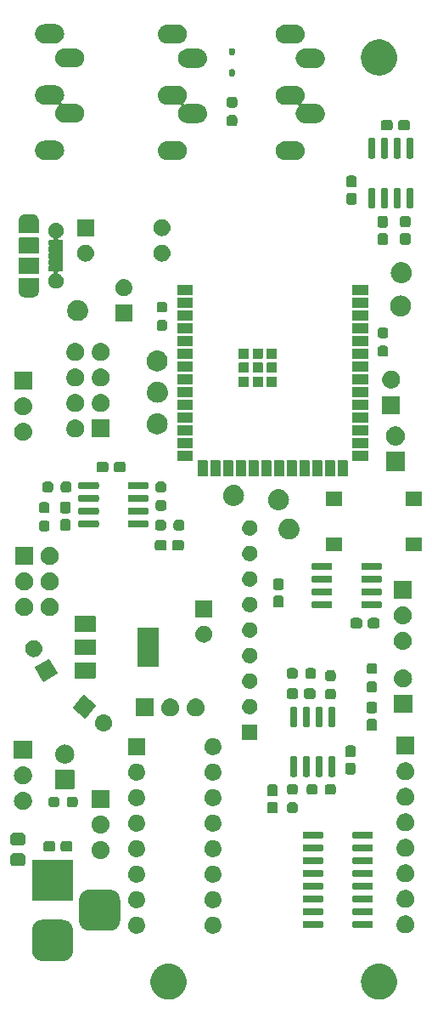
<source format=gbr>
G04 #@! TF.GenerationSoftware,KiCad,Pcbnew,7.0.9*
G04 #@! TF.CreationDate,2023-11-26T15:03:03-05:00*
G04 #@! TF.ProjectId,ESP32_AudioBoard_Rev3,45535033-325f-4417-9564-696f426f6172,rev?*
G04 #@! TF.SameCoordinates,Original*
G04 #@! TF.FileFunction,Soldermask,Top*
G04 #@! TF.FilePolarity,Negative*
%FSLAX46Y46*%
G04 Gerber Fmt 4.6, Leading zero omitted, Abs format (unit mm)*
G04 Created by KiCad (PCBNEW 7.0.9) date 2023-11-26 15:03:03*
%MOMM*%
%LPD*%
G01*
G04 APERTURE LIST*
G04 APERTURE END LIST*
G36*
X27065951Y-113204036D02*
G01*
X27134589Y-113204036D01*
X27196570Y-113213378D01*
X27256269Y-113217648D01*
X27327044Y-113233044D01*
X27400760Y-113244155D01*
X27454924Y-113260862D01*
X27507305Y-113272257D01*
X27581110Y-113299785D01*
X27657979Y-113323496D01*
X27703658Y-113345493D01*
X27748030Y-113362044D01*
X27822770Y-113402855D01*
X27900500Y-113440288D01*
X27937412Y-113465454D01*
X27973522Y-113485172D01*
X28046907Y-113540107D01*
X28122905Y-113591922D01*
X28151220Y-113618194D01*
X28179192Y-113639134D01*
X28248708Y-113708650D01*
X28320226Y-113775009D01*
X28340540Y-113800482D01*
X28360865Y-113820807D01*
X28423896Y-113905007D01*
X28488056Y-113985461D01*
X28501317Y-114008429D01*
X28514827Y-114026477D01*
X28568719Y-114125173D01*
X28622645Y-114218575D01*
X28630119Y-114237618D01*
X28637955Y-114251969D01*
X28680138Y-114365066D01*
X28720987Y-114469146D01*
X28724184Y-114483157D01*
X28727742Y-114492694D01*
X28755789Y-114621626D01*
X28780884Y-114731575D01*
X28781502Y-114739830D01*
X28782351Y-114743730D01*
X28793985Y-114906395D01*
X28801000Y-115000000D01*
X28793984Y-115093612D01*
X28782351Y-115256269D01*
X28781502Y-115260168D01*
X28780884Y-115268425D01*
X28755784Y-115378393D01*
X28727742Y-115507305D01*
X28724185Y-115516840D01*
X28720987Y-115530854D01*
X28680131Y-115634952D01*
X28637955Y-115748030D01*
X28630120Y-115762377D01*
X28622645Y-115781425D01*
X28568709Y-115874843D01*
X28514827Y-115973522D01*
X28501319Y-115991565D01*
X28488056Y-116014539D01*
X28423884Y-116095007D01*
X28360865Y-116179192D01*
X28340544Y-116199512D01*
X28320226Y-116224991D01*
X28248694Y-116291362D01*
X28179192Y-116360865D01*
X28151225Y-116381800D01*
X28122905Y-116408078D01*
X28046892Y-116459902D01*
X27973522Y-116514827D01*
X27937420Y-116534540D01*
X27900500Y-116559712D01*
X27822755Y-116597151D01*
X27748030Y-116637955D01*
X27703667Y-116654501D01*
X27657979Y-116676504D01*
X27581094Y-116700219D01*
X27507305Y-116727742D01*
X27454935Y-116739134D01*
X27400760Y-116755845D01*
X27327029Y-116766958D01*
X27256269Y-116782351D01*
X27196582Y-116786619D01*
X27134589Y-116795964D01*
X27065937Y-116795964D01*
X27000000Y-116800680D01*
X26934062Y-116795964D01*
X26865411Y-116795964D01*
X26803418Y-116786620D01*
X26743730Y-116782351D01*
X26672967Y-116766957D01*
X26599240Y-116755845D01*
X26545066Y-116739134D01*
X26492694Y-116727742D01*
X26418899Y-116700217D01*
X26342021Y-116676504D01*
X26296336Y-116654503D01*
X26251969Y-116637955D01*
X26177236Y-116597147D01*
X26099500Y-116559712D01*
X26062583Y-116534542D01*
X26026477Y-116514827D01*
X25953095Y-116459894D01*
X25877095Y-116408078D01*
X25848778Y-116381803D01*
X25820807Y-116360865D01*
X25751291Y-116291349D01*
X25679774Y-116224991D01*
X25659459Y-116199517D01*
X25639134Y-116179192D01*
X25576099Y-116094986D01*
X25511944Y-116014539D01*
X25498683Y-115991571D01*
X25485172Y-115973522D01*
X25431272Y-115874812D01*
X25377355Y-115781425D01*
X25369882Y-115762384D01*
X25362044Y-115748030D01*
X25319848Y-115634901D01*
X25279013Y-115530854D01*
X25275816Y-115516847D01*
X25272257Y-115507305D01*
X25244193Y-115378300D01*
X25219116Y-115268425D01*
X25218497Y-115260175D01*
X25217648Y-115256269D01*
X25205993Y-115093319D01*
X25199000Y-115000000D01*
X25205992Y-114906687D01*
X25217648Y-114743730D01*
X25218497Y-114739823D01*
X25219116Y-114731575D01*
X25244189Y-114621720D01*
X25272257Y-114492694D01*
X25275816Y-114483150D01*
X25279013Y-114469146D01*
X25319840Y-114365118D01*
X25362044Y-114251969D01*
X25369883Y-114237612D01*
X25377355Y-114218575D01*
X25431262Y-114125205D01*
X25485172Y-114026477D01*
X25498686Y-114008424D01*
X25511944Y-113985461D01*
X25576086Y-113905028D01*
X25639134Y-113820807D01*
X25659463Y-113800477D01*
X25679774Y-113775009D01*
X25751277Y-113708663D01*
X25820807Y-113639134D01*
X25848783Y-113618190D01*
X25877095Y-113591922D01*
X25953080Y-113540115D01*
X26026477Y-113485172D01*
X26062591Y-113465452D01*
X26099500Y-113440288D01*
X26177220Y-113402859D01*
X26251969Y-113362044D01*
X26296345Y-113345492D01*
X26342021Y-113323496D01*
X26418884Y-113299787D01*
X26492694Y-113272257D01*
X26545077Y-113260861D01*
X26599240Y-113244155D01*
X26672952Y-113233044D01*
X26743730Y-113217648D01*
X26803430Y-113213378D01*
X26865411Y-113204036D01*
X26934048Y-113204036D01*
X27000000Y-113199319D01*
X27065951Y-113204036D01*
G37*
G36*
X48065951Y-113204036D02*
G01*
X48134589Y-113204036D01*
X48196570Y-113213378D01*
X48256269Y-113217648D01*
X48327044Y-113233044D01*
X48400760Y-113244155D01*
X48454924Y-113260862D01*
X48507305Y-113272257D01*
X48581110Y-113299785D01*
X48657979Y-113323496D01*
X48703658Y-113345493D01*
X48748030Y-113362044D01*
X48822770Y-113402855D01*
X48900500Y-113440288D01*
X48937412Y-113465454D01*
X48973522Y-113485172D01*
X49046907Y-113540107D01*
X49122905Y-113591922D01*
X49151220Y-113618194D01*
X49179192Y-113639134D01*
X49248708Y-113708650D01*
X49320226Y-113775009D01*
X49340540Y-113800482D01*
X49360865Y-113820807D01*
X49423896Y-113905007D01*
X49488056Y-113985461D01*
X49501317Y-114008429D01*
X49514827Y-114026477D01*
X49568719Y-114125173D01*
X49622645Y-114218575D01*
X49630119Y-114237618D01*
X49637955Y-114251969D01*
X49680138Y-114365066D01*
X49720987Y-114469146D01*
X49724184Y-114483157D01*
X49727742Y-114492694D01*
X49755789Y-114621626D01*
X49780884Y-114731575D01*
X49781502Y-114739830D01*
X49782351Y-114743730D01*
X49793985Y-114906395D01*
X49801000Y-115000000D01*
X49793984Y-115093612D01*
X49782351Y-115256269D01*
X49781502Y-115260168D01*
X49780884Y-115268425D01*
X49755784Y-115378393D01*
X49727742Y-115507305D01*
X49724185Y-115516840D01*
X49720987Y-115530854D01*
X49680131Y-115634952D01*
X49637955Y-115748030D01*
X49630120Y-115762377D01*
X49622645Y-115781425D01*
X49568709Y-115874843D01*
X49514827Y-115973522D01*
X49501319Y-115991565D01*
X49488056Y-116014539D01*
X49423884Y-116095007D01*
X49360865Y-116179192D01*
X49340544Y-116199512D01*
X49320226Y-116224991D01*
X49248694Y-116291362D01*
X49179192Y-116360865D01*
X49151225Y-116381800D01*
X49122905Y-116408078D01*
X49046892Y-116459902D01*
X48973522Y-116514827D01*
X48937420Y-116534540D01*
X48900500Y-116559712D01*
X48822755Y-116597151D01*
X48748030Y-116637955D01*
X48703667Y-116654501D01*
X48657979Y-116676504D01*
X48581094Y-116700219D01*
X48507305Y-116727742D01*
X48454935Y-116739134D01*
X48400760Y-116755845D01*
X48327029Y-116766958D01*
X48256269Y-116782351D01*
X48196582Y-116786619D01*
X48134589Y-116795964D01*
X48065937Y-116795964D01*
X48000000Y-116800680D01*
X47934062Y-116795964D01*
X47865411Y-116795964D01*
X47803418Y-116786620D01*
X47743730Y-116782351D01*
X47672967Y-116766957D01*
X47599240Y-116755845D01*
X47545066Y-116739134D01*
X47492694Y-116727742D01*
X47418899Y-116700217D01*
X47342021Y-116676504D01*
X47296336Y-116654503D01*
X47251969Y-116637955D01*
X47177236Y-116597147D01*
X47099500Y-116559712D01*
X47062583Y-116534542D01*
X47026477Y-116514827D01*
X46953095Y-116459894D01*
X46877095Y-116408078D01*
X46848778Y-116381803D01*
X46820807Y-116360865D01*
X46751291Y-116291349D01*
X46679774Y-116224991D01*
X46659459Y-116199517D01*
X46639134Y-116179192D01*
X46576099Y-116094986D01*
X46511944Y-116014539D01*
X46498683Y-115991571D01*
X46485172Y-115973522D01*
X46431272Y-115874812D01*
X46377355Y-115781425D01*
X46369882Y-115762384D01*
X46362044Y-115748030D01*
X46319848Y-115634901D01*
X46279013Y-115530854D01*
X46275816Y-115516847D01*
X46272257Y-115507305D01*
X46244193Y-115378300D01*
X46219116Y-115268425D01*
X46218497Y-115260175D01*
X46217648Y-115256269D01*
X46205993Y-115093319D01*
X46199000Y-115000000D01*
X46205992Y-114906687D01*
X46217648Y-114743730D01*
X46218497Y-114739823D01*
X46219116Y-114731575D01*
X46244189Y-114621720D01*
X46272257Y-114492694D01*
X46275816Y-114483150D01*
X46279013Y-114469146D01*
X46319840Y-114365118D01*
X46362044Y-114251969D01*
X46369883Y-114237612D01*
X46377355Y-114218575D01*
X46431262Y-114125205D01*
X46485172Y-114026477D01*
X46498686Y-114008424D01*
X46511944Y-113985461D01*
X46576086Y-113905028D01*
X46639134Y-113820807D01*
X46659463Y-113800477D01*
X46679774Y-113775009D01*
X46751277Y-113708663D01*
X46820807Y-113639134D01*
X46848783Y-113618190D01*
X46877095Y-113591922D01*
X46953080Y-113540115D01*
X47026477Y-113485172D01*
X47062591Y-113465452D01*
X47099500Y-113440288D01*
X47177220Y-113402859D01*
X47251969Y-113362044D01*
X47296345Y-113345492D01*
X47342021Y-113323496D01*
X47418884Y-113299787D01*
X47492694Y-113272257D01*
X47545077Y-113260861D01*
X47599240Y-113244155D01*
X47672952Y-113233044D01*
X47743730Y-113217648D01*
X47803430Y-113213378D01*
X47865411Y-113204036D01*
X47934048Y-113204036D01*
X48000000Y-113199319D01*
X48065951Y-113204036D01*
G37*
G36*
X16440338Y-108850018D02*
G01*
X16573710Y-108859275D01*
X16602087Y-108865949D01*
X16635040Y-108869195D01*
X16701141Y-108889246D01*
X16763830Y-108903991D01*
X16794743Y-108917640D01*
X16832200Y-108929003D01*
X16887882Y-108958765D01*
X16941160Y-108982290D01*
X16974067Y-109004832D01*
X17013904Y-109026125D01*
X17058098Y-109062394D01*
X17101082Y-109091839D01*
X17133602Y-109124359D01*
X17173169Y-109156831D01*
X17205640Y-109196397D01*
X17238160Y-109228917D01*
X17267603Y-109271899D01*
X17303875Y-109316096D01*
X17325169Y-109355934D01*
X17347709Y-109388839D01*
X17371231Y-109442111D01*
X17400997Y-109497800D01*
X17412360Y-109535260D01*
X17426008Y-109566169D01*
X17440749Y-109628847D01*
X17460805Y-109694960D01*
X17464051Y-109727917D01*
X17470724Y-109756289D01*
X17479978Y-109889629D01*
X17481000Y-109900000D01*
X17481000Y-111900000D01*
X17479978Y-111910373D01*
X17470724Y-112043710D01*
X17464051Y-112072080D01*
X17460805Y-112105040D01*
X17440748Y-112171156D01*
X17426008Y-112233830D01*
X17412361Y-112264736D01*
X17400997Y-112302200D01*
X17371228Y-112357892D01*
X17347709Y-112411160D01*
X17325171Y-112444060D01*
X17303875Y-112483904D01*
X17267599Y-112528105D01*
X17238160Y-112571082D01*
X17205645Y-112603596D01*
X17173169Y-112643169D01*
X17133596Y-112675645D01*
X17101082Y-112708160D01*
X17058105Y-112737599D01*
X17013904Y-112773875D01*
X16974060Y-112795171D01*
X16941160Y-112817709D01*
X16887892Y-112841228D01*
X16832200Y-112870997D01*
X16794736Y-112882361D01*
X16763830Y-112896008D01*
X16701156Y-112910748D01*
X16635040Y-112930805D01*
X16602080Y-112934051D01*
X16573710Y-112940724D01*
X16440373Y-112949978D01*
X16430000Y-112951000D01*
X14430000Y-112951000D01*
X14419629Y-112949978D01*
X14286289Y-112940724D01*
X14257917Y-112934051D01*
X14224960Y-112930805D01*
X14158847Y-112910749D01*
X14096169Y-112896008D01*
X14065260Y-112882360D01*
X14027800Y-112870997D01*
X13972111Y-112841231D01*
X13918839Y-112817709D01*
X13885934Y-112795169D01*
X13846096Y-112773875D01*
X13801899Y-112737603D01*
X13758917Y-112708160D01*
X13726397Y-112675640D01*
X13686831Y-112643169D01*
X13654359Y-112603602D01*
X13621839Y-112571082D01*
X13592394Y-112528098D01*
X13556125Y-112483904D01*
X13534832Y-112444067D01*
X13512290Y-112411160D01*
X13488765Y-112357882D01*
X13459003Y-112302200D01*
X13447640Y-112264743D01*
X13433991Y-112233830D01*
X13419246Y-112171141D01*
X13399195Y-112105040D01*
X13395949Y-112072087D01*
X13389275Y-112043710D01*
X13380018Y-111910338D01*
X13379000Y-111900000D01*
X13379000Y-109900000D01*
X13380018Y-109889663D01*
X13389275Y-109756289D01*
X13395949Y-109727910D01*
X13399195Y-109694960D01*
X13419245Y-109628861D01*
X13433991Y-109566169D01*
X13447641Y-109535253D01*
X13459003Y-109497800D01*
X13488762Y-109442122D01*
X13512290Y-109388839D01*
X13534834Y-109355928D01*
X13556125Y-109316096D01*
X13592390Y-109271906D01*
X13621839Y-109228917D01*
X13654363Y-109196392D01*
X13686831Y-109156831D01*
X13726392Y-109124363D01*
X13758917Y-109091839D01*
X13801906Y-109062390D01*
X13846096Y-109026125D01*
X13885928Y-109004834D01*
X13918839Y-108982290D01*
X13972122Y-108958762D01*
X14027800Y-108929003D01*
X14065253Y-108917641D01*
X14096169Y-108903991D01*
X14158861Y-108889245D01*
X14224960Y-108869195D01*
X14257910Y-108865949D01*
X14286289Y-108859275D01*
X14419663Y-108850018D01*
X14430000Y-108849000D01*
X16430000Y-108849000D01*
X16440338Y-108850018D01*
G37*
G36*
X23861199Y-108543662D02*
G01*
X23908954Y-108543662D01*
X23950194Y-108552427D01*
X23985901Y-108555945D01*
X24030759Y-108569552D01*
X24082973Y-108580651D01*
X24116384Y-108595526D01*
X24145435Y-108604339D01*
X24191602Y-108629015D01*
X24245500Y-108653012D01*
X24270554Y-108671215D01*
X24292453Y-108682920D01*
X24337128Y-108719584D01*
X24389430Y-108757584D01*
X24406411Y-108776443D01*
X24421320Y-108788679D01*
X24461387Y-108837501D01*
X24508473Y-108889795D01*
X24518364Y-108906927D01*
X24527079Y-108917546D01*
X24559306Y-108977840D01*
X24597427Y-109043867D01*
X24601813Y-109057368D01*
X24605660Y-109064564D01*
X24626861Y-109134455D01*
X24652404Y-109213067D01*
X24653303Y-109221623D01*
X24654054Y-109224098D01*
X24661371Y-109298389D01*
X24671000Y-109390000D01*
X24661370Y-109481619D01*
X24654054Y-109555901D01*
X24653303Y-109558375D01*
X24652404Y-109566933D01*
X24626856Y-109645558D01*
X24605660Y-109715435D01*
X24601814Y-109722629D01*
X24597427Y-109736133D01*
X24559299Y-109802172D01*
X24527079Y-109862453D01*
X24518366Y-109873069D01*
X24508473Y-109890205D01*
X24461378Y-109942509D01*
X24421320Y-109991320D01*
X24406414Y-110003552D01*
X24389430Y-110022416D01*
X24337118Y-110060423D01*
X24292453Y-110097079D01*
X24270559Y-110108780D01*
X24245500Y-110126988D01*
X24191591Y-110150989D01*
X24145435Y-110175660D01*
X24116391Y-110184470D01*
X24082973Y-110199349D01*
X24030748Y-110210449D01*
X23985901Y-110224054D01*
X23950203Y-110227570D01*
X23908954Y-110236338D01*
X23861188Y-110236338D01*
X23820000Y-110240395D01*
X23778811Y-110236338D01*
X23731046Y-110236338D01*
X23689797Y-110227570D01*
X23654098Y-110224054D01*
X23609248Y-110210448D01*
X23557027Y-110199349D01*
X23523610Y-110184471D01*
X23494564Y-110175660D01*
X23448402Y-110150986D01*
X23394500Y-110126988D01*
X23369443Y-110108783D01*
X23347546Y-110097079D01*
X23302873Y-110060416D01*
X23250570Y-110022416D01*
X23233588Y-110003555D01*
X23218679Y-109991320D01*
X23178610Y-109942496D01*
X23131527Y-109890205D01*
X23121636Y-109873073D01*
X23112920Y-109862453D01*
X23080687Y-109802148D01*
X23042573Y-109736133D01*
X23038186Y-109722634D01*
X23034339Y-109715435D01*
X23013128Y-109645512D01*
X22987596Y-109566933D01*
X22986697Y-109558380D01*
X22985945Y-109555901D01*
X22978613Y-109481467D01*
X22969000Y-109390000D01*
X22978612Y-109298540D01*
X22985945Y-109224098D01*
X22986697Y-109221618D01*
X22987596Y-109213067D01*
X23013123Y-109134502D01*
X23034339Y-109064564D01*
X23038187Y-109057363D01*
X23042573Y-109043867D01*
X23080680Y-108977863D01*
X23112920Y-108917546D01*
X23121638Y-108906923D01*
X23131527Y-108889795D01*
X23178601Y-108837513D01*
X23218679Y-108788679D01*
X23233591Y-108776440D01*
X23250570Y-108757584D01*
X23302862Y-108719591D01*
X23347546Y-108682920D01*
X23369448Y-108671213D01*
X23394500Y-108653012D01*
X23448391Y-108629018D01*
X23494564Y-108604339D01*
X23523617Y-108595525D01*
X23557027Y-108580651D01*
X23609237Y-108569553D01*
X23654098Y-108555945D01*
X23689806Y-108552427D01*
X23731046Y-108543662D01*
X23778801Y-108543662D01*
X23820000Y-108539604D01*
X23861199Y-108543662D01*
G37*
G36*
X31481199Y-108543662D02*
G01*
X31528954Y-108543662D01*
X31570194Y-108552427D01*
X31605901Y-108555945D01*
X31650759Y-108569552D01*
X31702973Y-108580651D01*
X31736384Y-108595526D01*
X31765435Y-108604339D01*
X31811602Y-108629015D01*
X31865500Y-108653012D01*
X31890554Y-108671215D01*
X31912453Y-108682920D01*
X31957128Y-108719584D01*
X32009430Y-108757584D01*
X32026411Y-108776443D01*
X32041320Y-108788679D01*
X32081387Y-108837501D01*
X32128473Y-108889795D01*
X32138364Y-108906927D01*
X32147079Y-108917546D01*
X32179306Y-108977840D01*
X32217427Y-109043867D01*
X32221813Y-109057368D01*
X32225660Y-109064564D01*
X32246861Y-109134455D01*
X32272404Y-109213067D01*
X32273303Y-109221623D01*
X32274054Y-109224098D01*
X32281371Y-109298389D01*
X32291000Y-109390000D01*
X32281370Y-109481619D01*
X32274054Y-109555901D01*
X32273303Y-109558375D01*
X32272404Y-109566933D01*
X32246856Y-109645558D01*
X32225660Y-109715435D01*
X32221814Y-109722629D01*
X32217427Y-109736133D01*
X32179299Y-109802172D01*
X32147079Y-109862453D01*
X32138366Y-109873069D01*
X32128473Y-109890205D01*
X32081378Y-109942509D01*
X32041320Y-109991320D01*
X32026414Y-110003552D01*
X32009430Y-110022416D01*
X31957118Y-110060423D01*
X31912453Y-110097079D01*
X31890559Y-110108780D01*
X31865500Y-110126988D01*
X31811591Y-110150989D01*
X31765435Y-110175660D01*
X31736391Y-110184470D01*
X31702973Y-110199349D01*
X31650748Y-110210449D01*
X31605901Y-110224054D01*
X31570203Y-110227570D01*
X31528954Y-110236338D01*
X31481188Y-110236338D01*
X31440000Y-110240395D01*
X31398811Y-110236338D01*
X31351046Y-110236338D01*
X31309797Y-110227570D01*
X31274098Y-110224054D01*
X31229248Y-110210448D01*
X31177027Y-110199349D01*
X31143610Y-110184471D01*
X31114564Y-110175660D01*
X31068402Y-110150986D01*
X31014500Y-110126988D01*
X30989443Y-110108783D01*
X30967546Y-110097079D01*
X30922873Y-110060416D01*
X30870570Y-110022416D01*
X30853588Y-110003555D01*
X30838679Y-109991320D01*
X30798610Y-109942496D01*
X30751527Y-109890205D01*
X30741636Y-109873073D01*
X30732920Y-109862453D01*
X30700687Y-109802148D01*
X30662573Y-109736133D01*
X30658186Y-109722634D01*
X30654339Y-109715435D01*
X30633128Y-109645512D01*
X30607596Y-109566933D01*
X30606697Y-109558380D01*
X30605945Y-109555901D01*
X30598613Y-109481467D01*
X30589000Y-109390000D01*
X30598612Y-109298540D01*
X30605945Y-109224098D01*
X30606697Y-109221618D01*
X30607596Y-109213067D01*
X30633123Y-109134502D01*
X30654339Y-109064564D01*
X30658187Y-109057363D01*
X30662573Y-109043867D01*
X30700680Y-108977863D01*
X30732920Y-108917546D01*
X30741638Y-108906923D01*
X30751527Y-108889795D01*
X30798601Y-108837513D01*
X30838679Y-108788679D01*
X30853591Y-108776440D01*
X30870570Y-108757584D01*
X30922862Y-108719591D01*
X30967546Y-108682920D01*
X30989448Y-108671213D01*
X31014500Y-108653012D01*
X31068391Y-108629018D01*
X31114564Y-108604339D01*
X31143617Y-108595525D01*
X31177027Y-108580651D01*
X31229237Y-108569553D01*
X31274098Y-108555945D01*
X31309806Y-108552427D01*
X31351046Y-108543662D01*
X31398801Y-108543662D01*
X31440000Y-108539604D01*
X31481199Y-108543662D01*
G37*
G36*
X50673983Y-108408936D02*
G01*
X50724180Y-108408936D01*
X50767524Y-108418149D01*
X50805659Y-108421905D01*
X50853566Y-108436437D01*
X50908424Y-108448098D01*
X50943530Y-108463728D01*
X50974566Y-108473143D01*
X51023884Y-108499504D01*
X51080500Y-108524711D01*
X51106822Y-108543835D01*
X51130232Y-108556348D01*
X51177988Y-108595540D01*
X51232887Y-108635427D01*
X51250711Y-108655223D01*
X51266675Y-108668324D01*
X51309572Y-108720594D01*
X51358924Y-108775405D01*
X51369292Y-108793363D01*
X51378651Y-108804767D01*
X51413273Y-108869542D01*
X51453104Y-108938530D01*
X51457685Y-108952630D01*
X51461856Y-108960433D01*
X51484852Y-109036242D01*
X51511311Y-109117672D01*
X51512242Y-109126532D01*
X51513094Y-109129340D01*
X51521384Y-109213513D01*
X51531000Y-109305000D01*
X51521383Y-109396494D01*
X51513094Y-109480659D01*
X51512242Y-109483466D01*
X51511311Y-109492328D01*
X51484848Y-109573771D01*
X51461856Y-109649566D01*
X51457686Y-109657366D01*
X51453104Y-109671470D01*
X51413266Y-109740470D01*
X51378651Y-109805232D01*
X51369294Y-109816633D01*
X51358924Y-109834595D01*
X51309563Y-109889415D01*
X51266675Y-109941675D01*
X51250714Y-109954773D01*
X51232887Y-109974573D01*
X51177977Y-110014467D01*
X51130232Y-110053651D01*
X51106827Y-110066161D01*
X51080500Y-110085289D01*
X51023873Y-110110500D01*
X50974566Y-110136856D01*
X50943537Y-110146268D01*
X50908424Y-110161902D01*
X50853555Y-110173564D01*
X50805659Y-110188094D01*
X50767532Y-110191849D01*
X50724180Y-110201064D01*
X50673973Y-110201064D01*
X50630000Y-110205395D01*
X50586027Y-110201064D01*
X50535820Y-110201064D01*
X50492467Y-110191849D01*
X50454340Y-110188094D01*
X50406441Y-110173563D01*
X50351576Y-110161902D01*
X50316464Y-110146269D01*
X50285433Y-110136856D01*
X50236120Y-110110498D01*
X50179500Y-110085289D01*
X50153175Y-110066163D01*
X50129767Y-110053651D01*
X50082013Y-110014460D01*
X50027113Y-109974573D01*
X50009287Y-109954776D01*
X49993324Y-109941675D01*
X49950425Y-109889402D01*
X49901076Y-109834595D01*
X49890708Y-109816637D01*
X49881348Y-109805232D01*
X49846719Y-109740447D01*
X49806896Y-109671470D01*
X49802315Y-109657371D01*
X49798143Y-109649566D01*
X49775136Y-109573725D01*
X49748689Y-109492328D01*
X49747758Y-109483471D01*
X49746905Y-109480659D01*
X49738600Y-109396342D01*
X49729000Y-109305000D01*
X49738599Y-109213664D01*
X49746905Y-109129340D01*
X49747758Y-109126527D01*
X49748689Y-109117672D01*
X49775132Y-109036288D01*
X49798143Y-108960433D01*
X49802315Y-108952626D01*
X49806896Y-108938530D01*
X49846712Y-108869565D01*
X49881348Y-108804767D01*
X49890710Y-108793359D01*
X49901076Y-108775405D01*
X49950416Y-108720607D01*
X49993324Y-108668324D01*
X50009291Y-108655219D01*
X50027113Y-108635427D01*
X50082002Y-108595546D01*
X50129767Y-108556348D01*
X50153180Y-108543833D01*
X50179500Y-108524711D01*
X50236109Y-108499506D01*
X50285433Y-108473143D01*
X50316471Y-108463727D01*
X50351576Y-108448098D01*
X50406430Y-108436438D01*
X50454340Y-108421905D01*
X50492476Y-108418148D01*
X50535820Y-108408936D01*
X50586016Y-108408936D01*
X50630000Y-108404604D01*
X50673983Y-108408936D01*
G37*
G36*
X21140338Y-105850018D02*
G01*
X21273710Y-105859275D01*
X21302087Y-105865949D01*
X21335040Y-105869195D01*
X21401141Y-105889246D01*
X21463830Y-105903991D01*
X21494743Y-105917640D01*
X21532200Y-105929003D01*
X21587882Y-105958765D01*
X21641160Y-105982290D01*
X21674067Y-106004832D01*
X21713904Y-106026125D01*
X21758098Y-106062394D01*
X21801082Y-106091839D01*
X21833602Y-106124359D01*
X21873169Y-106156831D01*
X21905640Y-106196397D01*
X21938160Y-106228917D01*
X21967603Y-106271899D01*
X22003875Y-106316096D01*
X22025169Y-106355934D01*
X22047709Y-106388839D01*
X22071231Y-106442111D01*
X22100997Y-106497800D01*
X22112360Y-106535260D01*
X22126008Y-106566169D01*
X22140749Y-106628847D01*
X22160805Y-106694960D01*
X22164051Y-106727917D01*
X22170724Y-106756289D01*
X22179978Y-106889629D01*
X22181000Y-106900000D01*
X22181000Y-108900000D01*
X22179978Y-108910373D01*
X22170724Y-109043710D01*
X22164051Y-109072080D01*
X22160805Y-109105040D01*
X22140748Y-109171156D01*
X22126008Y-109233830D01*
X22112361Y-109264736D01*
X22100997Y-109302200D01*
X22071228Y-109357892D01*
X22047709Y-109411160D01*
X22025171Y-109444060D01*
X22003875Y-109483904D01*
X21967599Y-109528105D01*
X21938160Y-109571082D01*
X21905645Y-109603596D01*
X21873169Y-109643169D01*
X21833596Y-109675645D01*
X21801082Y-109708160D01*
X21758105Y-109737599D01*
X21713904Y-109773875D01*
X21674060Y-109795171D01*
X21641160Y-109817709D01*
X21587892Y-109841228D01*
X21532200Y-109870997D01*
X21494736Y-109882361D01*
X21463830Y-109896008D01*
X21401156Y-109910748D01*
X21335040Y-109930805D01*
X21302080Y-109934051D01*
X21273710Y-109940724D01*
X21140373Y-109949978D01*
X21130000Y-109951000D01*
X19130000Y-109951000D01*
X19119629Y-109949978D01*
X18986289Y-109940724D01*
X18957917Y-109934051D01*
X18924960Y-109930805D01*
X18858847Y-109910749D01*
X18796169Y-109896008D01*
X18765260Y-109882360D01*
X18727800Y-109870997D01*
X18672111Y-109841231D01*
X18618839Y-109817709D01*
X18585934Y-109795169D01*
X18546096Y-109773875D01*
X18501899Y-109737603D01*
X18458917Y-109708160D01*
X18426397Y-109675640D01*
X18386831Y-109643169D01*
X18354359Y-109603602D01*
X18321839Y-109571082D01*
X18292394Y-109528098D01*
X18256125Y-109483904D01*
X18234832Y-109444067D01*
X18212290Y-109411160D01*
X18188765Y-109357882D01*
X18159003Y-109302200D01*
X18147640Y-109264743D01*
X18133991Y-109233830D01*
X18119246Y-109171141D01*
X18099195Y-109105040D01*
X18095949Y-109072087D01*
X18089275Y-109043710D01*
X18080018Y-108910338D01*
X18079000Y-108900000D01*
X18079000Y-106900000D01*
X18080018Y-106889663D01*
X18089275Y-106756289D01*
X18095949Y-106727910D01*
X18099195Y-106694960D01*
X18119245Y-106628861D01*
X18133991Y-106566169D01*
X18147641Y-106535253D01*
X18159003Y-106497800D01*
X18188762Y-106442122D01*
X18212290Y-106388839D01*
X18234834Y-106355928D01*
X18256125Y-106316096D01*
X18292390Y-106271906D01*
X18321839Y-106228917D01*
X18354363Y-106196392D01*
X18386831Y-106156831D01*
X18426392Y-106124363D01*
X18458917Y-106091839D01*
X18501906Y-106062390D01*
X18546096Y-106026125D01*
X18585928Y-106004834D01*
X18618839Y-105982290D01*
X18672122Y-105958762D01*
X18727800Y-105929003D01*
X18765253Y-105917641D01*
X18796169Y-105903991D01*
X18858861Y-105889245D01*
X18924960Y-105869195D01*
X18957910Y-105865949D01*
X18986289Y-105859275D01*
X19119663Y-105850018D01*
X19130000Y-105849000D01*
X21130000Y-105849000D01*
X21140338Y-105850018D01*
G37*
G36*
X42266040Y-108967190D02*
G01*
X42298987Y-108971528D01*
X42307274Y-108975392D01*
X42326919Y-108979300D01*
X42352938Y-108996686D01*
X42364180Y-109001928D01*
X42371019Y-109008767D01*
X42392128Y-109022872D01*
X42406232Y-109043980D01*
X42413071Y-109050819D01*
X42418312Y-109062058D01*
X42435700Y-109088081D01*
X42439607Y-109107727D01*
X42443471Y-109116012D01*
X42447806Y-109148946D01*
X42451000Y-109165000D01*
X42451000Y-109465000D01*
X42447806Y-109481054D01*
X42443471Y-109513987D01*
X42439608Y-109522270D01*
X42435700Y-109541919D01*
X42418310Y-109567943D01*
X42413071Y-109579180D01*
X42406234Y-109586016D01*
X42392128Y-109607128D01*
X42371016Y-109621234D01*
X42364180Y-109628071D01*
X42352943Y-109633310D01*
X42326919Y-109650700D01*
X42307270Y-109654608D01*
X42298987Y-109658471D01*
X42266054Y-109662806D01*
X42250000Y-109666000D01*
X40600000Y-109666000D01*
X40583946Y-109662806D01*
X40551012Y-109658471D01*
X40542727Y-109654607D01*
X40523081Y-109650700D01*
X40497058Y-109633312D01*
X40485819Y-109628071D01*
X40478980Y-109621232D01*
X40457872Y-109607128D01*
X40443767Y-109586019D01*
X40436928Y-109579180D01*
X40431686Y-109567938D01*
X40414300Y-109541919D01*
X40410392Y-109522274D01*
X40406528Y-109513987D01*
X40402190Y-109481040D01*
X40399000Y-109465000D01*
X40399000Y-109165000D01*
X40402190Y-109148961D01*
X40406528Y-109116012D01*
X40410392Y-109107723D01*
X40414300Y-109088081D01*
X40431684Y-109062063D01*
X40436928Y-109050819D01*
X40443769Y-109043977D01*
X40457872Y-109022872D01*
X40478977Y-109008769D01*
X40485819Y-109001928D01*
X40497063Y-108996684D01*
X40523081Y-108979300D01*
X40542723Y-108975392D01*
X40551012Y-108971528D01*
X40583961Y-108967190D01*
X40600000Y-108964000D01*
X42250000Y-108964000D01*
X42266040Y-108967190D01*
G37*
G36*
X47216040Y-108967190D02*
G01*
X47248987Y-108971528D01*
X47257274Y-108975392D01*
X47276919Y-108979300D01*
X47302938Y-108996686D01*
X47314180Y-109001928D01*
X47321019Y-109008767D01*
X47342128Y-109022872D01*
X47356232Y-109043980D01*
X47363071Y-109050819D01*
X47368312Y-109062058D01*
X47385700Y-109088081D01*
X47389607Y-109107727D01*
X47393471Y-109116012D01*
X47397806Y-109148946D01*
X47401000Y-109165000D01*
X47401000Y-109465000D01*
X47397806Y-109481054D01*
X47393471Y-109513987D01*
X47389608Y-109522270D01*
X47385700Y-109541919D01*
X47368310Y-109567943D01*
X47363071Y-109579180D01*
X47356234Y-109586016D01*
X47342128Y-109607128D01*
X47321016Y-109621234D01*
X47314180Y-109628071D01*
X47302943Y-109633310D01*
X47276919Y-109650700D01*
X47257270Y-109654608D01*
X47248987Y-109658471D01*
X47216054Y-109662806D01*
X47200000Y-109666000D01*
X45550000Y-109666000D01*
X45533946Y-109662806D01*
X45501012Y-109658471D01*
X45492727Y-109654607D01*
X45473081Y-109650700D01*
X45447058Y-109633312D01*
X45435819Y-109628071D01*
X45428980Y-109621232D01*
X45407872Y-109607128D01*
X45393767Y-109586019D01*
X45386928Y-109579180D01*
X45381686Y-109567938D01*
X45364300Y-109541919D01*
X45360392Y-109522274D01*
X45356528Y-109513987D01*
X45352190Y-109481040D01*
X45349000Y-109465000D01*
X45349000Y-109165000D01*
X45352190Y-109148961D01*
X45356528Y-109116012D01*
X45360392Y-109107723D01*
X45364300Y-109088081D01*
X45381684Y-109062063D01*
X45386928Y-109050819D01*
X45393769Y-109043977D01*
X45407872Y-109022872D01*
X45428977Y-109008769D01*
X45435819Y-109001928D01*
X45447063Y-108996684D01*
X45473081Y-108979300D01*
X45492723Y-108975392D01*
X45501012Y-108971528D01*
X45533961Y-108967190D01*
X45550000Y-108964000D01*
X47200000Y-108964000D01*
X47216040Y-108967190D01*
G37*
G36*
X42266040Y-107697190D02*
G01*
X42298987Y-107701528D01*
X42307274Y-107705392D01*
X42326919Y-107709300D01*
X42352938Y-107726686D01*
X42364180Y-107731928D01*
X42371019Y-107738767D01*
X42392128Y-107752872D01*
X42406232Y-107773980D01*
X42413071Y-107780819D01*
X42418312Y-107792058D01*
X42435700Y-107818081D01*
X42439607Y-107837727D01*
X42443471Y-107846012D01*
X42447806Y-107878946D01*
X42451000Y-107895000D01*
X42451000Y-108195000D01*
X42447806Y-108211054D01*
X42443471Y-108243987D01*
X42439608Y-108252270D01*
X42435700Y-108271919D01*
X42418310Y-108297943D01*
X42413071Y-108309180D01*
X42406234Y-108316016D01*
X42392128Y-108337128D01*
X42371016Y-108351234D01*
X42364180Y-108358071D01*
X42352943Y-108363310D01*
X42326919Y-108380700D01*
X42307270Y-108384608D01*
X42298987Y-108388471D01*
X42266054Y-108392806D01*
X42250000Y-108396000D01*
X40600000Y-108396000D01*
X40583946Y-108392806D01*
X40551012Y-108388471D01*
X40542727Y-108384607D01*
X40523081Y-108380700D01*
X40497058Y-108363312D01*
X40485819Y-108358071D01*
X40478980Y-108351232D01*
X40457872Y-108337128D01*
X40443767Y-108316019D01*
X40436928Y-108309180D01*
X40431686Y-108297938D01*
X40414300Y-108271919D01*
X40410392Y-108252274D01*
X40406528Y-108243987D01*
X40402190Y-108211040D01*
X40399000Y-108195000D01*
X40399000Y-107895000D01*
X40402190Y-107878961D01*
X40406528Y-107846012D01*
X40410392Y-107837723D01*
X40414300Y-107818081D01*
X40431684Y-107792063D01*
X40436928Y-107780819D01*
X40443769Y-107773977D01*
X40457872Y-107752872D01*
X40478977Y-107738769D01*
X40485819Y-107731928D01*
X40497063Y-107726684D01*
X40523081Y-107709300D01*
X40542723Y-107705392D01*
X40551012Y-107701528D01*
X40583961Y-107697190D01*
X40600000Y-107694000D01*
X42250000Y-107694000D01*
X42266040Y-107697190D01*
G37*
G36*
X47216040Y-107697190D02*
G01*
X47248987Y-107701528D01*
X47257274Y-107705392D01*
X47276919Y-107709300D01*
X47302938Y-107726686D01*
X47314180Y-107731928D01*
X47321019Y-107738767D01*
X47342128Y-107752872D01*
X47356232Y-107773980D01*
X47363071Y-107780819D01*
X47368312Y-107792058D01*
X47385700Y-107818081D01*
X47389607Y-107837727D01*
X47393471Y-107846012D01*
X47397806Y-107878946D01*
X47401000Y-107895000D01*
X47401000Y-108195000D01*
X47397806Y-108211054D01*
X47393471Y-108243987D01*
X47389608Y-108252270D01*
X47385700Y-108271919D01*
X47368310Y-108297943D01*
X47363071Y-108309180D01*
X47356234Y-108316016D01*
X47342128Y-108337128D01*
X47321016Y-108351234D01*
X47314180Y-108358071D01*
X47302943Y-108363310D01*
X47276919Y-108380700D01*
X47257270Y-108384608D01*
X47248987Y-108388471D01*
X47216054Y-108392806D01*
X47200000Y-108396000D01*
X45550000Y-108396000D01*
X45533946Y-108392806D01*
X45501012Y-108388471D01*
X45492727Y-108384607D01*
X45473081Y-108380700D01*
X45447058Y-108363312D01*
X45435819Y-108358071D01*
X45428980Y-108351232D01*
X45407872Y-108337128D01*
X45393767Y-108316019D01*
X45386928Y-108309180D01*
X45381686Y-108297938D01*
X45364300Y-108271919D01*
X45360392Y-108252274D01*
X45356528Y-108243987D01*
X45352190Y-108211040D01*
X45349000Y-108195000D01*
X45349000Y-107895000D01*
X45352190Y-107878961D01*
X45356528Y-107846012D01*
X45360392Y-107837723D01*
X45364300Y-107818081D01*
X45381684Y-107792063D01*
X45386928Y-107780819D01*
X45393769Y-107773977D01*
X45407872Y-107752872D01*
X45428977Y-107738769D01*
X45435819Y-107731928D01*
X45447063Y-107726684D01*
X45473081Y-107709300D01*
X45492723Y-107705392D01*
X45501012Y-107701528D01*
X45533961Y-107697190D01*
X45550000Y-107694000D01*
X47200000Y-107694000D01*
X47216040Y-107697190D01*
G37*
G36*
X23861199Y-106003662D02*
G01*
X23908954Y-106003662D01*
X23950194Y-106012427D01*
X23985901Y-106015945D01*
X24030759Y-106029552D01*
X24082973Y-106040651D01*
X24116384Y-106055526D01*
X24145435Y-106064339D01*
X24191602Y-106089015D01*
X24245500Y-106113012D01*
X24270554Y-106131215D01*
X24292453Y-106142920D01*
X24337128Y-106179584D01*
X24389430Y-106217584D01*
X24406411Y-106236443D01*
X24421320Y-106248679D01*
X24461387Y-106297501D01*
X24508473Y-106349795D01*
X24518364Y-106366927D01*
X24527079Y-106377546D01*
X24559306Y-106437840D01*
X24597427Y-106503867D01*
X24601813Y-106517368D01*
X24605660Y-106524564D01*
X24626861Y-106594455D01*
X24652404Y-106673067D01*
X24653303Y-106681623D01*
X24654054Y-106684098D01*
X24661371Y-106758389D01*
X24671000Y-106850000D01*
X24661370Y-106941619D01*
X24654054Y-107015901D01*
X24653303Y-107018375D01*
X24652404Y-107026933D01*
X24626856Y-107105558D01*
X24605660Y-107175435D01*
X24601814Y-107182629D01*
X24597427Y-107196133D01*
X24559299Y-107262172D01*
X24527079Y-107322453D01*
X24518366Y-107333069D01*
X24508473Y-107350205D01*
X24461378Y-107402509D01*
X24421320Y-107451320D01*
X24406414Y-107463552D01*
X24389430Y-107482416D01*
X24337118Y-107520423D01*
X24292453Y-107557079D01*
X24270559Y-107568780D01*
X24245500Y-107586988D01*
X24191591Y-107610989D01*
X24145435Y-107635660D01*
X24116391Y-107644470D01*
X24082973Y-107659349D01*
X24030748Y-107670449D01*
X23985901Y-107684054D01*
X23950203Y-107687570D01*
X23908954Y-107696338D01*
X23861188Y-107696338D01*
X23820000Y-107700395D01*
X23778811Y-107696338D01*
X23731046Y-107696338D01*
X23689797Y-107687570D01*
X23654098Y-107684054D01*
X23609248Y-107670448D01*
X23557027Y-107659349D01*
X23523610Y-107644471D01*
X23494564Y-107635660D01*
X23448402Y-107610986D01*
X23394500Y-107586988D01*
X23369443Y-107568783D01*
X23347546Y-107557079D01*
X23302873Y-107520416D01*
X23250570Y-107482416D01*
X23233588Y-107463555D01*
X23218679Y-107451320D01*
X23178610Y-107402496D01*
X23131527Y-107350205D01*
X23121636Y-107333073D01*
X23112920Y-107322453D01*
X23080687Y-107262148D01*
X23042573Y-107196133D01*
X23038186Y-107182634D01*
X23034339Y-107175435D01*
X23013128Y-107105512D01*
X22987596Y-107026933D01*
X22986697Y-107018380D01*
X22985945Y-107015901D01*
X22978613Y-106941467D01*
X22969000Y-106850000D01*
X22978612Y-106758540D01*
X22985945Y-106684098D01*
X22986697Y-106681618D01*
X22987596Y-106673067D01*
X23013123Y-106594502D01*
X23034339Y-106524564D01*
X23038187Y-106517363D01*
X23042573Y-106503867D01*
X23080680Y-106437863D01*
X23112920Y-106377546D01*
X23121638Y-106366923D01*
X23131527Y-106349795D01*
X23178601Y-106297513D01*
X23218679Y-106248679D01*
X23233591Y-106236440D01*
X23250570Y-106217584D01*
X23302862Y-106179591D01*
X23347546Y-106142920D01*
X23369448Y-106131213D01*
X23394500Y-106113012D01*
X23448391Y-106089018D01*
X23494564Y-106064339D01*
X23523617Y-106055525D01*
X23557027Y-106040651D01*
X23609237Y-106029553D01*
X23654098Y-106015945D01*
X23689806Y-106012427D01*
X23731046Y-106003662D01*
X23778801Y-106003662D01*
X23820000Y-105999604D01*
X23861199Y-106003662D01*
G37*
G36*
X31481199Y-106003662D02*
G01*
X31528954Y-106003662D01*
X31570194Y-106012427D01*
X31605901Y-106015945D01*
X31650759Y-106029552D01*
X31702973Y-106040651D01*
X31736384Y-106055526D01*
X31765435Y-106064339D01*
X31811602Y-106089015D01*
X31865500Y-106113012D01*
X31890554Y-106131215D01*
X31912453Y-106142920D01*
X31957128Y-106179584D01*
X32009430Y-106217584D01*
X32026411Y-106236443D01*
X32041320Y-106248679D01*
X32081387Y-106297501D01*
X32128473Y-106349795D01*
X32138364Y-106366927D01*
X32147079Y-106377546D01*
X32179306Y-106437840D01*
X32217427Y-106503867D01*
X32221813Y-106517368D01*
X32225660Y-106524564D01*
X32246861Y-106594455D01*
X32272404Y-106673067D01*
X32273303Y-106681623D01*
X32274054Y-106684098D01*
X32281371Y-106758389D01*
X32291000Y-106850000D01*
X32281370Y-106941619D01*
X32274054Y-107015901D01*
X32273303Y-107018375D01*
X32272404Y-107026933D01*
X32246856Y-107105558D01*
X32225660Y-107175435D01*
X32221814Y-107182629D01*
X32217427Y-107196133D01*
X32179299Y-107262172D01*
X32147079Y-107322453D01*
X32138366Y-107333069D01*
X32128473Y-107350205D01*
X32081378Y-107402509D01*
X32041320Y-107451320D01*
X32026414Y-107463552D01*
X32009430Y-107482416D01*
X31957118Y-107520423D01*
X31912453Y-107557079D01*
X31890559Y-107568780D01*
X31865500Y-107586988D01*
X31811591Y-107610989D01*
X31765435Y-107635660D01*
X31736391Y-107644470D01*
X31702973Y-107659349D01*
X31650748Y-107670449D01*
X31605901Y-107684054D01*
X31570203Y-107687570D01*
X31528954Y-107696338D01*
X31481188Y-107696338D01*
X31440000Y-107700395D01*
X31398811Y-107696338D01*
X31351046Y-107696338D01*
X31309797Y-107687570D01*
X31274098Y-107684054D01*
X31229248Y-107670448D01*
X31177027Y-107659349D01*
X31143610Y-107644471D01*
X31114564Y-107635660D01*
X31068402Y-107610986D01*
X31014500Y-107586988D01*
X30989443Y-107568783D01*
X30967546Y-107557079D01*
X30922873Y-107520416D01*
X30870570Y-107482416D01*
X30853588Y-107463555D01*
X30838679Y-107451320D01*
X30798610Y-107402496D01*
X30751527Y-107350205D01*
X30741636Y-107333073D01*
X30732920Y-107322453D01*
X30700687Y-107262148D01*
X30662573Y-107196133D01*
X30658186Y-107182634D01*
X30654339Y-107175435D01*
X30633128Y-107105512D01*
X30607596Y-107026933D01*
X30606697Y-107018380D01*
X30605945Y-107015901D01*
X30598613Y-106941467D01*
X30589000Y-106850000D01*
X30598612Y-106758540D01*
X30605945Y-106684098D01*
X30606697Y-106681618D01*
X30607596Y-106673067D01*
X30633123Y-106594502D01*
X30654339Y-106524564D01*
X30658187Y-106517363D01*
X30662573Y-106503867D01*
X30700680Y-106437863D01*
X30732920Y-106377546D01*
X30741638Y-106366923D01*
X30751527Y-106349795D01*
X30798601Y-106297513D01*
X30838679Y-106248679D01*
X30853591Y-106236440D01*
X30870570Y-106217584D01*
X30922862Y-106179591D01*
X30967546Y-106142920D01*
X30989448Y-106131213D01*
X31014500Y-106113012D01*
X31068391Y-106089018D01*
X31114564Y-106064339D01*
X31143617Y-106055525D01*
X31177027Y-106040651D01*
X31229237Y-106029553D01*
X31274098Y-106015945D01*
X31309806Y-106012427D01*
X31351046Y-106003662D01*
X31398801Y-106003662D01*
X31440000Y-105999604D01*
X31481199Y-106003662D01*
G37*
G36*
X50673983Y-105868936D02*
G01*
X50724180Y-105868936D01*
X50767524Y-105878149D01*
X50805659Y-105881905D01*
X50853566Y-105896437D01*
X50908424Y-105908098D01*
X50943530Y-105923728D01*
X50974566Y-105933143D01*
X51023884Y-105959504D01*
X51080500Y-105984711D01*
X51106822Y-106003835D01*
X51130232Y-106016348D01*
X51177988Y-106055540D01*
X51232887Y-106095427D01*
X51250711Y-106115223D01*
X51266675Y-106128324D01*
X51309572Y-106180594D01*
X51358924Y-106235405D01*
X51369292Y-106253363D01*
X51378651Y-106264767D01*
X51413273Y-106329542D01*
X51453104Y-106398530D01*
X51457685Y-106412630D01*
X51461856Y-106420433D01*
X51484852Y-106496242D01*
X51511311Y-106577672D01*
X51512242Y-106586532D01*
X51513094Y-106589340D01*
X51521384Y-106673513D01*
X51531000Y-106765000D01*
X51521383Y-106856494D01*
X51513094Y-106940659D01*
X51512242Y-106943466D01*
X51511311Y-106952328D01*
X51484848Y-107033771D01*
X51461856Y-107109566D01*
X51457686Y-107117366D01*
X51453104Y-107131470D01*
X51413266Y-107200470D01*
X51378651Y-107265232D01*
X51369294Y-107276633D01*
X51358924Y-107294595D01*
X51309563Y-107349415D01*
X51266675Y-107401675D01*
X51250714Y-107414773D01*
X51232887Y-107434573D01*
X51177977Y-107474467D01*
X51130232Y-107513651D01*
X51106827Y-107526161D01*
X51080500Y-107545289D01*
X51023873Y-107570500D01*
X50974566Y-107596856D01*
X50943537Y-107606268D01*
X50908424Y-107621902D01*
X50853555Y-107633564D01*
X50805659Y-107648094D01*
X50767532Y-107651849D01*
X50724180Y-107661064D01*
X50673973Y-107661064D01*
X50630000Y-107665395D01*
X50586027Y-107661064D01*
X50535820Y-107661064D01*
X50492467Y-107651849D01*
X50454340Y-107648094D01*
X50406441Y-107633563D01*
X50351576Y-107621902D01*
X50316464Y-107606269D01*
X50285433Y-107596856D01*
X50236120Y-107570498D01*
X50179500Y-107545289D01*
X50153175Y-107526163D01*
X50129767Y-107513651D01*
X50082013Y-107474460D01*
X50027113Y-107434573D01*
X50009287Y-107414776D01*
X49993324Y-107401675D01*
X49950425Y-107349402D01*
X49901076Y-107294595D01*
X49890708Y-107276637D01*
X49881348Y-107265232D01*
X49846719Y-107200447D01*
X49806896Y-107131470D01*
X49802315Y-107117371D01*
X49798143Y-107109566D01*
X49775136Y-107033725D01*
X49748689Y-106952328D01*
X49747758Y-106943471D01*
X49746905Y-106940659D01*
X49738600Y-106856342D01*
X49729000Y-106765000D01*
X49738599Y-106673664D01*
X49746905Y-106589340D01*
X49747758Y-106586527D01*
X49748689Y-106577672D01*
X49775132Y-106496288D01*
X49798143Y-106420433D01*
X49802315Y-106412626D01*
X49806896Y-106398530D01*
X49846712Y-106329565D01*
X49881348Y-106264767D01*
X49890710Y-106253359D01*
X49901076Y-106235405D01*
X49950416Y-106180607D01*
X49993324Y-106128324D01*
X50009291Y-106115219D01*
X50027113Y-106095427D01*
X50082002Y-106055546D01*
X50129767Y-106016348D01*
X50153180Y-106003833D01*
X50179500Y-105984711D01*
X50236109Y-105959506D01*
X50285433Y-105933143D01*
X50316471Y-105923727D01*
X50351576Y-105908098D01*
X50406430Y-105896438D01*
X50454340Y-105881905D01*
X50492476Y-105878148D01*
X50535820Y-105868936D01*
X50586016Y-105868936D01*
X50630000Y-105864604D01*
X50673983Y-105868936D01*
G37*
G36*
X42266040Y-106427190D02*
G01*
X42298987Y-106431528D01*
X42307274Y-106435392D01*
X42326919Y-106439300D01*
X42352938Y-106456686D01*
X42364180Y-106461928D01*
X42371019Y-106468767D01*
X42392128Y-106482872D01*
X42406232Y-106503980D01*
X42413071Y-106510819D01*
X42418312Y-106522058D01*
X42435700Y-106548081D01*
X42439607Y-106567727D01*
X42443471Y-106576012D01*
X42447806Y-106608946D01*
X42451000Y-106625000D01*
X42451000Y-106925000D01*
X42447806Y-106941054D01*
X42443471Y-106973987D01*
X42439608Y-106982270D01*
X42435700Y-107001919D01*
X42418310Y-107027943D01*
X42413071Y-107039180D01*
X42406234Y-107046016D01*
X42392128Y-107067128D01*
X42371016Y-107081234D01*
X42364180Y-107088071D01*
X42352943Y-107093310D01*
X42326919Y-107110700D01*
X42307270Y-107114608D01*
X42298987Y-107118471D01*
X42266054Y-107122806D01*
X42250000Y-107126000D01*
X40600000Y-107126000D01*
X40583946Y-107122806D01*
X40551012Y-107118471D01*
X40542727Y-107114607D01*
X40523081Y-107110700D01*
X40497058Y-107093312D01*
X40485819Y-107088071D01*
X40478980Y-107081232D01*
X40457872Y-107067128D01*
X40443767Y-107046019D01*
X40436928Y-107039180D01*
X40431686Y-107027938D01*
X40414300Y-107001919D01*
X40410392Y-106982274D01*
X40406528Y-106973987D01*
X40402190Y-106941040D01*
X40399000Y-106925000D01*
X40399000Y-106625000D01*
X40402190Y-106608961D01*
X40406528Y-106576012D01*
X40410392Y-106567723D01*
X40414300Y-106548081D01*
X40431684Y-106522063D01*
X40436928Y-106510819D01*
X40443769Y-106503977D01*
X40457872Y-106482872D01*
X40478977Y-106468769D01*
X40485819Y-106461928D01*
X40497063Y-106456684D01*
X40523081Y-106439300D01*
X40542723Y-106435392D01*
X40551012Y-106431528D01*
X40583961Y-106427190D01*
X40600000Y-106424000D01*
X42250000Y-106424000D01*
X42266040Y-106427190D01*
G37*
G36*
X47216040Y-106427190D02*
G01*
X47248987Y-106431528D01*
X47257274Y-106435392D01*
X47276919Y-106439300D01*
X47302938Y-106456686D01*
X47314180Y-106461928D01*
X47321019Y-106468767D01*
X47342128Y-106482872D01*
X47356232Y-106503980D01*
X47363071Y-106510819D01*
X47368312Y-106522058D01*
X47385700Y-106548081D01*
X47389607Y-106567727D01*
X47393471Y-106576012D01*
X47397806Y-106608946D01*
X47401000Y-106625000D01*
X47401000Y-106925000D01*
X47397806Y-106941054D01*
X47393471Y-106973987D01*
X47389608Y-106982270D01*
X47385700Y-107001919D01*
X47368310Y-107027943D01*
X47363071Y-107039180D01*
X47356234Y-107046016D01*
X47342128Y-107067128D01*
X47321016Y-107081234D01*
X47314180Y-107088071D01*
X47302943Y-107093310D01*
X47276919Y-107110700D01*
X47257270Y-107114608D01*
X47248987Y-107118471D01*
X47216054Y-107122806D01*
X47200000Y-107126000D01*
X45550000Y-107126000D01*
X45533946Y-107122806D01*
X45501012Y-107118471D01*
X45492727Y-107114607D01*
X45473081Y-107110700D01*
X45447058Y-107093312D01*
X45435819Y-107088071D01*
X45428980Y-107081232D01*
X45407872Y-107067128D01*
X45393767Y-107046019D01*
X45386928Y-107039180D01*
X45381686Y-107027938D01*
X45364300Y-107001919D01*
X45360392Y-106982274D01*
X45356528Y-106973987D01*
X45352190Y-106941040D01*
X45349000Y-106925000D01*
X45349000Y-106625000D01*
X45352190Y-106608961D01*
X45356528Y-106576012D01*
X45360392Y-106567723D01*
X45364300Y-106548081D01*
X45381684Y-106522063D01*
X45386928Y-106510819D01*
X45393769Y-106503977D01*
X45407872Y-106482872D01*
X45428977Y-106468769D01*
X45435819Y-106461928D01*
X45447063Y-106456684D01*
X45473081Y-106439300D01*
X45492723Y-106435392D01*
X45501012Y-106431528D01*
X45533961Y-106427190D01*
X45550000Y-106424000D01*
X47200000Y-106424000D01*
X47216040Y-106427190D01*
G37*
G36*
X17449517Y-102852882D02*
G01*
X17466062Y-102863938D01*
X17477118Y-102880483D01*
X17481000Y-102900000D01*
X17481000Y-106900000D01*
X17477118Y-106919517D01*
X17466062Y-106936062D01*
X17449517Y-106947118D01*
X17430000Y-106951000D01*
X13430000Y-106951000D01*
X13410483Y-106947118D01*
X13393938Y-106936062D01*
X13382882Y-106919517D01*
X13379000Y-106900000D01*
X13379000Y-102900000D01*
X13382882Y-102880483D01*
X13393938Y-102863938D01*
X13410483Y-102852882D01*
X13430000Y-102849000D01*
X17430000Y-102849000D01*
X17449517Y-102852882D01*
G37*
G36*
X42266040Y-105157190D02*
G01*
X42298987Y-105161528D01*
X42307274Y-105165392D01*
X42326919Y-105169300D01*
X42352938Y-105186686D01*
X42364180Y-105191928D01*
X42371019Y-105198767D01*
X42392128Y-105212872D01*
X42406232Y-105233980D01*
X42413071Y-105240819D01*
X42418312Y-105252058D01*
X42435700Y-105278081D01*
X42439607Y-105297727D01*
X42443471Y-105306012D01*
X42447806Y-105338946D01*
X42451000Y-105355000D01*
X42451000Y-105655000D01*
X42447806Y-105671054D01*
X42443471Y-105703987D01*
X42439608Y-105712270D01*
X42435700Y-105731919D01*
X42418310Y-105757943D01*
X42413071Y-105769180D01*
X42406234Y-105776016D01*
X42392128Y-105797128D01*
X42371016Y-105811234D01*
X42364180Y-105818071D01*
X42352943Y-105823310D01*
X42326919Y-105840700D01*
X42307270Y-105844608D01*
X42298987Y-105848471D01*
X42266054Y-105852806D01*
X42250000Y-105856000D01*
X40600000Y-105856000D01*
X40583946Y-105852806D01*
X40551012Y-105848471D01*
X40542727Y-105844607D01*
X40523081Y-105840700D01*
X40497058Y-105823312D01*
X40485819Y-105818071D01*
X40478980Y-105811232D01*
X40457872Y-105797128D01*
X40443767Y-105776019D01*
X40436928Y-105769180D01*
X40431686Y-105757938D01*
X40414300Y-105731919D01*
X40410392Y-105712274D01*
X40406528Y-105703987D01*
X40402190Y-105671040D01*
X40399000Y-105655000D01*
X40399000Y-105355000D01*
X40402190Y-105338961D01*
X40406528Y-105306012D01*
X40410392Y-105297723D01*
X40414300Y-105278081D01*
X40431684Y-105252063D01*
X40436928Y-105240819D01*
X40443769Y-105233977D01*
X40457872Y-105212872D01*
X40478977Y-105198769D01*
X40485819Y-105191928D01*
X40497063Y-105186684D01*
X40523081Y-105169300D01*
X40542723Y-105165392D01*
X40551012Y-105161528D01*
X40583961Y-105157190D01*
X40600000Y-105154000D01*
X42250000Y-105154000D01*
X42266040Y-105157190D01*
G37*
G36*
X47216040Y-105157190D02*
G01*
X47248987Y-105161528D01*
X47257274Y-105165392D01*
X47276919Y-105169300D01*
X47302938Y-105186686D01*
X47314180Y-105191928D01*
X47321019Y-105198767D01*
X47342128Y-105212872D01*
X47356232Y-105233980D01*
X47363071Y-105240819D01*
X47368312Y-105252058D01*
X47385700Y-105278081D01*
X47389607Y-105297727D01*
X47393471Y-105306012D01*
X47397806Y-105338946D01*
X47401000Y-105355000D01*
X47401000Y-105655000D01*
X47397806Y-105671054D01*
X47393471Y-105703987D01*
X47389608Y-105712270D01*
X47385700Y-105731919D01*
X47368310Y-105757943D01*
X47363071Y-105769180D01*
X47356234Y-105776016D01*
X47342128Y-105797128D01*
X47321016Y-105811234D01*
X47314180Y-105818071D01*
X47302943Y-105823310D01*
X47276919Y-105840700D01*
X47257270Y-105844608D01*
X47248987Y-105848471D01*
X47216054Y-105852806D01*
X47200000Y-105856000D01*
X45550000Y-105856000D01*
X45533946Y-105852806D01*
X45501012Y-105848471D01*
X45492727Y-105844607D01*
X45473081Y-105840700D01*
X45447058Y-105823312D01*
X45435819Y-105818071D01*
X45428980Y-105811232D01*
X45407872Y-105797128D01*
X45393767Y-105776019D01*
X45386928Y-105769180D01*
X45381686Y-105757938D01*
X45364300Y-105731919D01*
X45360392Y-105712274D01*
X45356528Y-105703987D01*
X45352190Y-105671040D01*
X45349000Y-105655000D01*
X45349000Y-105355000D01*
X45352190Y-105338961D01*
X45356528Y-105306012D01*
X45360392Y-105297723D01*
X45364300Y-105278081D01*
X45381684Y-105252063D01*
X45386928Y-105240819D01*
X45393769Y-105233977D01*
X45407872Y-105212872D01*
X45428977Y-105198769D01*
X45435819Y-105191928D01*
X45447063Y-105186684D01*
X45473081Y-105169300D01*
X45492723Y-105165392D01*
X45501012Y-105161528D01*
X45533961Y-105157190D01*
X45550000Y-105154000D01*
X47200000Y-105154000D01*
X47216040Y-105157190D01*
G37*
G36*
X23861199Y-103463662D02*
G01*
X23908954Y-103463662D01*
X23950194Y-103472427D01*
X23985901Y-103475945D01*
X24030759Y-103489552D01*
X24082973Y-103500651D01*
X24116384Y-103515526D01*
X24145435Y-103524339D01*
X24191602Y-103549015D01*
X24245500Y-103573012D01*
X24270554Y-103591215D01*
X24292453Y-103602920D01*
X24337128Y-103639584D01*
X24389430Y-103677584D01*
X24406411Y-103696443D01*
X24421320Y-103708679D01*
X24461387Y-103757501D01*
X24508473Y-103809795D01*
X24518364Y-103826927D01*
X24527079Y-103837546D01*
X24559306Y-103897840D01*
X24597427Y-103963867D01*
X24601813Y-103977368D01*
X24605660Y-103984564D01*
X24626861Y-104054455D01*
X24652404Y-104133067D01*
X24653303Y-104141623D01*
X24654054Y-104144098D01*
X24661371Y-104218389D01*
X24671000Y-104310000D01*
X24661370Y-104401619D01*
X24654054Y-104475901D01*
X24653303Y-104478375D01*
X24652404Y-104486933D01*
X24626856Y-104565558D01*
X24605660Y-104635435D01*
X24601814Y-104642629D01*
X24597427Y-104656133D01*
X24559299Y-104722172D01*
X24527079Y-104782453D01*
X24518366Y-104793069D01*
X24508473Y-104810205D01*
X24461378Y-104862509D01*
X24421320Y-104911320D01*
X24406414Y-104923552D01*
X24389430Y-104942416D01*
X24337118Y-104980423D01*
X24292453Y-105017079D01*
X24270559Y-105028780D01*
X24245500Y-105046988D01*
X24191591Y-105070989D01*
X24145435Y-105095660D01*
X24116391Y-105104470D01*
X24082973Y-105119349D01*
X24030748Y-105130449D01*
X23985901Y-105144054D01*
X23950203Y-105147570D01*
X23908954Y-105156338D01*
X23861188Y-105156338D01*
X23820000Y-105160395D01*
X23778811Y-105156338D01*
X23731046Y-105156338D01*
X23689797Y-105147570D01*
X23654098Y-105144054D01*
X23609248Y-105130448D01*
X23557027Y-105119349D01*
X23523610Y-105104471D01*
X23494564Y-105095660D01*
X23448402Y-105070986D01*
X23394500Y-105046988D01*
X23369443Y-105028783D01*
X23347546Y-105017079D01*
X23302873Y-104980416D01*
X23250570Y-104942416D01*
X23233588Y-104923555D01*
X23218679Y-104911320D01*
X23178610Y-104862496D01*
X23131527Y-104810205D01*
X23121636Y-104793073D01*
X23112920Y-104782453D01*
X23080687Y-104722148D01*
X23042573Y-104656133D01*
X23038186Y-104642634D01*
X23034339Y-104635435D01*
X23013128Y-104565512D01*
X22987596Y-104486933D01*
X22986697Y-104478380D01*
X22985945Y-104475901D01*
X22978613Y-104401467D01*
X22969000Y-104310000D01*
X22978612Y-104218540D01*
X22985945Y-104144098D01*
X22986697Y-104141618D01*
X22987596Y-104133067D01*
X23013123Y-104054502D01*
X23034339Y-103984564D01*
X23038187Y-103977363D01*
X23042573Y-103963867D01*
X23080680Y-103897863D01*
X23112920Y-103837546D01*
X23121638Y-103826923D01*
X23131527Y-103809795D01*
X23178601Y-103757513D01*
X23218679Y-103708679D01*
X23233591Y-103696440D01*
X23250570Y-103677584D01*
X23302862Y-103639591D01*
X23347546Y-103602920D01*
X23369448Y-103591213D01*
X23394500Y-103573012D01*
X23448391Y-103549018D01*
X23494564Y-103524339D01*
X23523617Y-103515525D01*
X23557027Y-103500651D01*
X23609237Y-103489553D01*
X23654098Y-103475945D01*
X23689806Y-103472427D01*
X23731046Y-103463662D01*
X23778801Y-103463662D01*
X23820000Y-103459604D01*
X23861199Y-103463662D01*
G37*
G36*
X31481199Y-103463662D02*
G01*
X31528954Y-103463662D01*
X31570194Y-103472427D01*
X31605901Y-103475945D01*
X31650759Y-103489552D01*
X31702973Y-103500651D01*
X31736384Y-103515526D01*
X31765435Y-103524339D01*
X31811602Y-103549015D01*
X31865500Y-103573012D01*
X31890554Y-103591215D01*
X31912453Y-103602920D01*
X31957128Y-103639584D01*
X32009430Y-103677584D01*
X32026411Y-103696443D01*
X32041320Y-103708679D01*
X32081387Y-103757501D01*
X32128473Y-103809795D01*
X32138364Y-103826927D01*
X32147079Y-103837546D01*
X32179306Y-103897840D01*
X32217427Y-103963867D01*
X32221813Y-103977368D01*
X32225660Y-103984564D01*
X32246861Y-104054455D01*
X32272404Y-104133067D01*
X32273303Y-104141623D01*
X32274054Y-104144098D01*
X32281371Y-104218389D01*
X32291000Y-104310000D01*
X32281370Y-104401619D01*
X32274054Y-104475901D01*
X32273303Y-104478375D01*
X32272404Y-104486933D01*
X32246856Y-104565558D01*
X32225660Y-104635435D01*
X32221814Y-104642629D01*
X32217427Y-104656133D01*
X32179299Y-104722172D01*
X32147079Y-104782453D01*
X32138366Y-104793069D01*
X32128473Y-104810205D01*
X32081378Y-104862509D01*
X32041320Y-104911320D01*
X32026414Y-104923552D01*
X32009430Y-104942416D01*
X31957118Y-104980423D01*
X31912453Y-105017079D01*
X31890559Y-105028780D01*
X31865500Y-105046988D01*
X31811591Y-105070989D01*
X31765435Y-105095660D01*
X31736391Y-105104470D01*
X31702973Y-105119349D01*
X31650748Y-105130449D01*
X31605901Y-105144054D01*
X31570203Y-105147570D01*
X31528954Y-105156338D01*
X31481188Y-105156338D01*
X31440000Y-105160395D01*
X31398811Y-105156338D01*
X31351046Y-105156338D01*
X31309797Y-105147570D01*
X31274098Y-105144054D01*
X31229248Y-105130448D01*
X31177027Y-105119349D01*
X31143610Y-105104471D01*
X31114564Y-105095660D01*
X31068402Y-105070986D01*
X31014500Y-105046988D01*
X30989443Y-105028783D01*
X30967546Y-105017079D01*
X30922873Y-104980416D01*
X30870570Y-104942416D01*
X30853588Y-104923555D01*
X30838679Y-104911320D01*
X30798610Y-104862496D01*
X30751527Y-104810205D01*
X30741636Y-104793073D01*
X30732920Y-104782453D01*
X30700687Y-104722148D01*
X30662573Y-104656133D01*
X30658186Y-104642634D01*
X30654339Y-104635435D01*
X30633128Y-104565512D01*
X30607596Y-104486933D01*
X30606697Y-104478380D01*
X30605945Y-104475901D01*
X30598613Y-104401467D01*
X30589000Y-104310000D01*
X30598612Y-104218540D01*
X30605945Y-104144098D01*
X30606697Y-104141618D01*
X30607596Y-104133067D01*
X30633123Y-104054502D01*
X30654339Y-103984564D01*
X30658187Y-103977363D01*
X30662573Y-103963867D01*
X30700680Y-103897863D01*
X30732920Y-103837546D01*
X30741638Y-103826923D01*
X30751527Y-103809795D01*
X30798601Y-103757513D01*
X30838679Y-103708679D01*
X30853591Y-103696440D01*
X30870570Y-103677584D01*
X30922862Y-103639591D01*
X30967546Y-103602920D01*
X30989448Y-103591213D01*
X31014500Y-103573012D01*
X31068391Y-103549018D01*
X31114564Y-103524339D01*
X31143617Y-103515525D01*
X31177027Y-103500651D01*
X31229237Y-103489553D01*
X31274098Y-103475945D01*
X31309806Y-103472427D01*
X31351046Y-103463662D01*
X31398801Y-103463662D01*
X31440000Y-103459604D01*
X31481199Y-103463662D01*
G37*
G36*
X50673983Y-103328936D02*
G01*
X50724180Y-103328936D01*
X50767524Y-103338149D01*
X50805659Y-103341905D01*
X50853566Y-103356437D01*
X50908424Y-103368098D01*
X50943530Y-103383728D01*
X50974566Y-103393143D01*
X51023884Y-103419504D01*
X51080500Y-103444711D01*
X51106822Y-103463835D01*
X51130232Y-103476348D01*
X51177988Y-103515540D01*
X51232887Y-103555427D01*
X51250711Y-103575223D01*
X51266675Y-103588324D01*
X51309572Y-103640594D01*
X51358924Y-103695405D01*
X51369292Y-103713363D01*
X51378651Y-103724767D01*
X51413273Y-103789542D01*
X51453104Y-103858530D01*
X51457685Y-103872630D01*
X51461856Y-103880433D01*
X51484852Y-103956242D01*
X51511311Y-104037672D01*
X51512242Y-104046532D01*
X51513094Y-104049340D01*
X51521384Y-104133513D01*
X51531000Y-104225000D01*
X51521383Y-104316494D01*
X51513094Y-104400659D01*
X51512242Y-104403466D01*
X51511311Y-104412328D01*
X51484848Y-104493771D01*
X51461856Y-104569566D01*
X51457686Y-104577366D01*
X51453104Y-104591470D01*
X51413266Y-104660470D01*
X51378651Y-104725232D01*
X51369294Y-104736633D01*
X51358924Y-104754595D01*
X51309563Y-104809415D01*
X51266675Y-104861675D01*
X51250714Y-104874773D01*
X51232887Y-104894573D01*
X51177977Y-104934467D01*
X51130232Y-104973651D01*
X51106827Y-104986161D01*
X51080500Y-105005289D01*
X51023873Y-105030500D01*
X50974566Y-105056856D01*
X50943537Y-105066268D01*
X50908424Y-105081902D01*
X50853555Y-105093564D01*
X50805659Y-105108094D01*
X50767532Y-105111849D01*
X50724180Y-105121064D01*
X50673973Y-105121064D01*
X50630000Y-105125395D01*
X50586027Y-105121064D01*
X50535820Y-105121064D01*
X50492467Y-105111849D01*
X50454340Y-105108094D01*
X50406441Y-105093563D01*
X50351576Y-105081902D01*
X50316464Y-105066269D01*
X50285433Y-105056856D01*
X50236120Y-105030498D01*
X50179500Y-105005289D01*
X50153175Y-104986163D01*
X50129767Y-104973651D01*
X50082013Y-104934460D01*
X50027113Y-104894573D01*
X50009287Y-104874776D01*
X49993324Y-104861675D01*
X49950425Y-104809402D01*
X49901076Y-104754595D01*
X49890708Y-104736637D01*
X49881348Y-104725232D01*
X49846719Y-104660447D01*
X49806896Y-104591470D01*
X49802315Y-104577371D01*
X49798143Y-104569566D01*
X49775136Y-104493725D01*
X49748689Y-104412328D01*
X49747758Y-104403471D01*
X49746905Y-104400659D01*
X49738600Y-104316342D01*
X49729000Y-104225000D01*
X49738599Y-104133664D01*
X49746905Y-104049340D01*
X49747758Y-104046527D01*
X49748689Y-104037672D01*
X49775132Y-103956288D01*
X49798143Y-103880433D01*
X49802315Y-103872626D01*
X49806896Y-103858530D01*
X49846712Y-103789565D01*
X49881348Y-103724767D01*
X49890710Y-103713359D01*
X49901076Y-103695405D01*
X49950416Y-103640607D01*
X49993324Y-103588324D01*
X50009291Y-103575219D01*
X50027113Y-103555427D01*
X50082002Y-103515546D01*
X50129767Y-103476348D01*
X50153180Y-103463833D01*
X50179500Y-103444711D01*
X50236109Y-103419506D01*
X50285433Y-103393143D01*
X50316471Y-103383727D01*
X50351576Y-103368098D01*
X50406430Y-103356438D01*
X50454340Y-103341905D01*
X50492476Y-103338148D01*
X50535820Y-103328936D01*
X50586016Y-103328936D01*
X50630000Y-103324604D01*
X50673983Y-103328936D01*
G37*
G36*
X42266040Y-103887190D02*
G01*
X42298987Y-103891528D01*
X42307274Y-103895392D01*
X42326919Y-103899300D01*
X42352938Y-103916686D01*
X42364180Y-103921928D01*
X42371019Y-103928767D01*
X42392128Y-103942872D01*
X42406232Y-103963980D01*
X42413071Y-103970819D01*
X42418312Y-103982058D01*
X42435700Y-104008081D01*
X42439607Y-104027727D01*
X42443471Y-104036012D01*
X42447806Y-104068946D01*
X42451000Y-104085000D01*
X42451000Y-104385000D01*
X42447806Y-104401054D01*
X42443471Y-104433987D01*
X42439608Y-104442270D01*
X42435700Y-104461919D01*
X42418310Y-104487943D01*
X42413071Y-104499180D01*
X42406234Y-104506016D01*
X42392128Y-104527128D01*
X42371016Y-104541234D01*
X42364180Y-104548071D01*
X42352943Y-104553310D01*
X42326919Y-104570700D01*
X42307270Y-104574608D01*
X42298987Y-104578471D01*
X42266054Y-104582806D01*
X42250000Y-104586000D01*
X40600000Y-104586000D01*
X40583946Y-104582806D01*
X40551012Y-104578471D01*
X40542727Y-104574607D01*
X40523081Y-104570700D01*
X40497058Y-104553312D01*
X40485819Y-104548071D01*
X40478980Y-104541232D01*
X40457872Y-104527128D01*
X40443767Y-104506019D01*
X40436928Y-104499180D01*
X40431686Y-104487938D01*
X40414300Y-104461919D01*
X40410392Y-104442274D01*
X40406528Y-104433987D01*
X40402190Y-104401040D01*
X40399000Y-104385000D01*
X40399000Y-104085000D01*
X40402190Y-104068961D01*
X40406528Y-104036012D01*
X40410392Y-104027723D01*
X40414300Y-104008081D01*
X40431684Y-103982063D01*
X40436928Y-103970819D01*
X40443769Y-103963977D01*
X40457872Y-103942872D01*
X40478977Y-103928769D01*
X40485819Y-103921928D01*
X40497063Y-103916684D01*
X40523081Y-103899300D01*
X40542723Y-103895392D01*
X40551012Y-103891528D01*
X40583961Y-103887190D01*
X40600000Y-103884000D01*
X42250000Y-103884000D01*
X42266040Y-103887190D01*
G37*
G36*
X47216040Y-103887190D02*
G01*
X47248987Y-103891528D01*
X47257274Y-103895392D01*
X47276919Y-103899300D01*
X47302938Y-103916686D01*
X47314180Y-103921928D01*
X47321019Y-103928767D01*
X47342128Y-103942872D01*
X47356232Y-103963980D01*
X47363071Y-103970819D01*
X47368312Y-103982058D01*
X47385700Y-104008081D01*
X47389607Y-104027727D01*
X47393471Y-104036012D01*
X47397806Y-104068946D01*
X47401000Y-104085000D01*
X47401000Y-104385000D01*
X47397806Y-104401054D01*
X47393471Y-104433987D01*
X47389608Y-104442270D01*
X47385700Y-104461919D01*
X47368310Y-104487943D01*
X47363071Y-104499180D01*
X47356234Y-104506016D01*
X47342128Y-104527128D01*
X47321016Y-104541234D01*
X47314180Y-104548071D01*
X47302943Y-104553310D01*
X47276919Y-104570700D01*
X47257270Y-104574608D01*
X47248987Y-104578471D01*
X47216054Y-104582806D01*
X47200000Y-104586000D01*
X45550000Y-104586000D01*
X45533946Y-104582806D01*
X45501012Y-104578471D01*
X45492727Y-104574607D01*
X45473081Y-104570700D01*
X45447058Y-104553312D01*
X45435819Y-104548071D01*
X45428980Y-104541232D01*
X45407872Y-104527128D01*
X45393767Y-104506019D01*
X45386928Y-104499180D01*
X45381686Y-104487938D01*
X45364300Y-104461919D01*
X45360392Y-104442274D01*
X45356528Y-104433987D01*
X45352190Y-104401040D01*
X45349000Y-104385000D01*
X45349000Y-104085000D01*
X45352190Y-104068961D01*
X45356528Y-104036012D01*
X45360392Y-104027723D01*
X45364300Y-104008081D01*
X45381684Y-103982063D01*
X45386928Y-103970819D01*
X45393769Y-103963977D01*
X45407872Y-103942872D01*
X45428977Y-103928769D01*
X45435819Y-103921928D01*
X45447063Y-103916684D01*
X45473081Y-103899300D01*
X45492723Y-103895392D01*
X45501012Y-103891528D01*
X45533961Y-103887190D01*
X45550000Y-103884000D01*
X47200000Y-103884000D01*
X47216040Y-103887190D01*
G37*
G36*
X12488912Y-102251994D02*
G01*
X12504724Y-102258975D01*
X12512529Y-102260212D01*
X12545037Y-102276775D01*
X12590104Y-102296675D01*
X12668322Y-102374893D01*
X12688224Y-102419966D01*
X12704784Y-102452467D01*
X12706019Y-102460269D01*
X12713003Y-102476085D01*
X12720998Y-102544999D01*
X12720998Y-103194999D01*
X12713003Y-103263913D01*
X12706019Y-103279728D01*
X12704784Y-103287530D01*
X12688227Y-103320023D01*
X12668322Y-103365105D01*
X12590104Y-103443323D01*
X12545022Y-103463228D01*
X12512529Y-103479785D01*
X12504727Y-103481020D01*
X12488912Y-103488004D01*
X12419998Y-103495999D01*
X11519998Y-103495999D01*
X11451084Y-103488004D01*
X11435268Y-103481020D01*
X11427466Y-103479785D01*
X11394965Y-103463225D01*
X11349892Y-103443323D01*
X11271674Y-103365105D01*
X11251774Y-103320038D01*
X11235211Y-103287530D01*
X11233974Y-103279725D01*
X11226993Y-103263913D01*
X11218998Y-103194999D01*
X11218998Y-102544999D01*
X11226993Y-102476085D01*
X11233974Y-102460273D01*
X11235211Y-102452467D01*
X11251778Y-102419952D01*
X11271674Y-102374893D01*
X11349892Y-102296675D01*
X11394951Y-102276779D01*
X11427466Y-102260212D01*
X11435272Y-102258975D01*
X11451084Y-102251994D01*
X11519998Y-102243999D01*
X12419998Y-102243999D01*
X12488912Y-102251994D01*
G37*
G36*
X42266040Y-102617190D02*
G01*
X42298987Y-102621528D01*
X42307274Y-102625392D01*
X42326919Y-102629300D01*
X42352938Y-102646686D01*
X42364180Y-102651928D01*
X42371019Y-102658767D01*
X42392128Y-102672872D01*
X42406232Y-102693980D01*
X42413071Y-102700819D01*
X42418312Y-102712058D01*
X42435700Y-102738081D01*
X42439607Y-102757727D01*
X42443471Y-102766012D01*
X42447806Y-102798946D01*
X42451000Y-102815000D01*
X42451000Y-103115000D01*
X42447806Y-103131054D01*
X42443471Y-103163987D01*
X42439608Y-103172270D01*
X42435700Y-103191919D01*
X42418310Y-103217943D01*
X42413071Y-103229180D01*
X42406234Y-103236016D01*
X42392128Y-103257128D01*
X42371016Y-103271234D01*
X42364180Y-103278071D01*
X42352943Y-103283310D01*
X42326919Y-103300700D01*
X42307270Y-103304608D01*
X42298987Y-103308471D01*
X42266054Y-103312806D01*
X42250000Y-103316000D01*
X40600000Y-103316000D01*
X40583946Y-103312806D01*
X40551012Y-103308471D01*
X40542727Y-103304607D01*
X40523081Y-103300700D01*
X40497058Y-103283312D01*
X40485819Y-103278071D01*
X40478980Y-103271232D01*
X40457872Y-103257128D01*
X40443767Y-103236019D01*
X40436928Y-103229180D01*
X40431686Y-103217938D01*
X40414300Y-103191919D01*
X40410392Y-103172274D01*
X40406528Y-103163987D01*
X40402190Y-103131040D01*
X40399000Y-103115000D01*
X40399000Y-102815000D01*
X40402190Y-102798961D01*
X40406528Y-102766012D01*
X40410392Y-102757723D01*
X40414300Y-102738081D01*
X40431684Y-102712063D01*
X40436928Y-102700819D01*
X40443769Y-102693977D01*
X40457872Y-102672872D01*
X40478977Y-102658769D01*
X40485819Y-102651928D01*
X40497063Y-102646684D01*
X40523081Y-102629300D01*
X40542723Y-102625392D01*
X40551012Y-102621528D01*
X40583961Y-102617190D01*
X40600000Y-102614000D01*
X42250000Y-102614000D01*
X42266040Y-102617190D01*
G37*
G36*
X47216040Y-102617190D02*
G01*
X47248987Y-102621528D01*
X47257274Y-102625392D01*
X47276919Y-102629300D01*
X47302938Y-102646686D01*
X47314180Y-102651928D01*
X47321019Y-102658767D01*
X47342128Y-102672872D01*
X47356232Y-102693980D01*
X47363071Y-102700819D01*
X47368312Y-102712058D01*
X47385700Y-102738081D01*
X47389607Y-102757727D01*
X47393471Y-102766012D01*
X47397806Y-102798946D01*
X47401000Y-102815000D01*
X47401000Y-103115000D01*
X47397806Y-103131054D01*
X47393471Y-103163987D01*
X47389608Y-103172270D01*
X47385700Y-103191919D01*
X47368310Y-103217943D01*
X47363071Y-103229180D01*
X47356234Y-103236016D01*
X47342128Y-103257128D01*
X47321016Y-103271234D01*
X47314180Y-103278071D01*
X47302943Y-103283310D01*
X47276919Y-103300700D01*
X47257270Y-103304608D01*
X47248987Y-103308471D01*
X47216054Y-103312806D01*
X47200000Y-103316000D01*
X45550000Y-103316000D01*
X45533946Y-103312806D01*
X45501012Y-103308471D01*
X45492727Y-103304607D01*
X45473081Y-103300700D01*
X45447058Y-103283312D01*
X45435819Y-103278071D01*
X45428980Y-103271232D01*
X45407872Y-103257128D01*
X45393767Y-103236019D01*
X45386928Y-103229180D01*
X45381686Y-103217938D01*
X45364300Y-103191919D01*
X45360392Y-103172274D01*
X45356528Y-103163987D01*
X45352190Y-103131040D01*
X45349000Y-103115000D01*
X45349000Y-102815000D01*
X45352190Y-102798961D01*
X45356528Y-102766012D01*
X45360392Y-102757723D01*
X45364300Y-102738081D01*
X45381684Y-102712063D01*
X45386928Y-102700819D01*
X45393769Y-102693977D01*
X45407872Y-102672872D01*
X45428977Y-102658769D01*
X45435819Y-102651928D01*
X45447063Y-102646684D01*
X45473081Y-102629300D01*
X45492723Y-102625392D01*
X45501012Y-102621528D01*
X45533961Y-102617190D01*
X45550000Y-102614000D01*
X47200000Y-102614000D01*
X47216040Y-102617190D01*
G37*
G36*
X20263983Y-101003936D02*
G01*
X20314180Y-101003936D01*
X20357524Y-101013149D01*
X20395659Y-101016905D01*
X20443566Y-101031437D01*
X20498424Y-101043098D01*
X20533530Y-101058728D01*
X20564566Y-101068143D01*
X20613884Y-101094504D01*
X20670500Y-101119711D01*
X20696822Y-101138835D01*
X20720232Y-101151348D01*
X20767988Y-101190540D01*
X20822887Y-101230427D01*
X20840711Y-101250223D01*
X20856675Y-101263324D01*
X20899572Y-101315594D01*
X20948924Y-101370405D01*
X20959292Y-101388363D01*
X20968651Y-101399767D01*
X21003273Y-101464542D01*
X21043104Y-101533530D01*
X21047685Y-101547630D01*
X21051856Y-101555433D01*
X21074852Y-101631242D01*
X21101311Y-101712672D01*
X21102242Y-101721532D01*
X21103094Y-101724340D01*
X21111384Y-101808513D01*
X21121000Y-101900000D01*
X21111383Y-101991494D01*
X21103094Y-102075659D01*
X21102242Y-102078466D01*
X21101311Y-102087328D01*
X21074848Y-102168771D01*
X21051856Y-102244566D01*
X21047686Y-102252366D01*
X21043104Y-102266470D01*
X21003266Y-102335470D01*
X20968651Y-102400232D01*
X20959294Y-102411633D01*
X20948924Y-102429595D01*
X20899563Y-102484415D01*
X20856675Y-102536675D01*
X20840714Y-102549773D01*
X20822887Y-102569573D01*
X20767977Y-102609467D01*
X20720232Y-102648651D01*
X20696827Y-102661161D01*
X20670500Y-102680289D01*
X20613873Y-102705500D01*
X20564566Y-102731856D01*
X20533537Y-102741268D01*
X20498424Y-102756902D01*
X20443555Y-102768564D01*
X20395659Y-102783094D01*
X20357532Y-102786849D01*
X20314180Y-102796064D01*
X20263973Y-102796064D01*
X20220000Y-102800395D01*
X20176027Y-102796064D01*
X20125820Y-102796064D01*
X20082467Y-102786849D01*
X20044340Y-102783094D01*
X19996441Y-102768563D01*
X19941576Y-102756902D01*
X19906464Y-102741269D01*
X19875433Y-102731856D01*
X19826120Y-102705498D01*
X19769500Y-102680289D01*
X19743175Y-102661163D01*
X19719767Y-102648651D01*
X19672013Y-102609460D01*
X19617113Y-102569573D01*
X19599287Y-102549776D01*
X19583324Y-102536675D01*
X19540425Y-102484402D01*
X19491076Y-102429595D01*
X19480708Y-102411637D01*
X19471348Y-102400232D01*
X19436719Y-102335447D01*
X19396896Y-102266470D01*
X19392315Y-102252371D01*
X19388143Y-102244566D01*
X19365136Y-102168725D01*
X19338689Y-102087328D01*
X19337758Y-102078471D01*
X19336905Y-102075659D01*
X19328600Y-101991342D01*
X19319000Y-101900000D01*
X19328599Y-101808664D01*
X19336905Y-101724340D01*
X19337758Y-101721527D01*
X19338689Y-101712672D01*
X19365132Y-101631288D01*
X19388143Y-101555433D01*
X19392315Y-101547626D01*
X19396896Y-101533530D01*
X19436712Y-101464565D01*
X19471348Y-101399767D01*
X19480710Y-101388359D01*
X19491076Y-101370405D01*
X19540416Y-101315607D01*
X19583324Y-101263324D01*
X19599291Y-101250219D01*
X19617113Y-101230427D01*
X19672002Y-101190546D01*
X19719767Y-101151348D01*
X19743180Y-101138833D01*
X19769500Y-101119711D01*
X19826109Y-101094506D01*
X19875433Y-101068143D01*
X19906471Y-101058727D01*
X19941576Y-101043098D01*
X19996430Y-101031438D01*
X20044340Y-101016905D01*
X20082476Y-101013148D01*
X20125820Y-101003936D01*
X20176016Y-101003936D01*
X20220000Y-100999604D01*
X20263983Y-101003936D01*
G37*
G36*
X23861199Y-100923662D02*
G01*
X23908954Y-100923662D01*
X23950194Y-100932427D01*
X23985901Y-100935945D01*
X24030759Y-100949552D01*
X24082973Y-100960651D01*
X24116384Y-100975526D01*
X24145435Y-100984339D01*
X24191602Y-101009015D01*
X24245500Y-101033012D01*
X24270554Y-101051215D01*
X24292453Y-101062920D01*
X24337128Y-101099584D01*
X24389430Y-101137584D01*
X24406411Y-101156443D01*
X24421320Y-101168679D01*
X24461387Y-101217501D01*
X24508473Y-101269795D01*
X24518364Y-101286927D01*
X24527079Y-101297546D01*
X24559306Y-101357840D01*
X24597427Y-101423867D01*
X24601813Y-101437368D01*
X24605660Y-101444564D01*
X24626861Y-101514455D01*
X24652404Y-101593067D01*
X24653303Y-101601623D01*
X24654054Y-101604098D01*
X24661371Y-101678389D01*
X24671000Y-101770000D01*
X24661370Y-101861619D01*
X24654054Y-101935901D01*
X24653303Y-101938375D01*
X24652404Y-101946933D01*
X24626856Y-102025558D01*
X24605660Y-102095435D01*
X24601814Y-102102629D01*
X24597427Y-102116133D01*
X24559299Y-102182172D01*
X24527079Y-102242453D01*
X24518366Y-102253069D01*
X24508473Y-102270205D01*
X24461378Y-102322509D01*
X24421320Y-102371320D01*
X24406414Y-102383552D01*
X24389430Y-102402416D01*
X24337118Y-102440423D01*
X24292453Y-102477079D01*
X24270559Y-102488780D01*
X24245500Y-102506988D01*
X24191591Y-102530989D01*
X24145435Y-102555660D01*
X24116391Y-102564470D01*
X24082973Y-102579349D01*
X24030748Y-102590449D01*
X23985901Y-102604054D01*
X23950203Y-102607570D01*
X23908954Y-102616338D01*
X23861188Y-102616338D01*
X23820000Y-102620395D01*
X23778811Y-102616338D01*
X23731046Y-102616338D01*
X23689797Y-102607570D01*
X23654098Y-102604054D01*
X23609248Y-102590448D01*
X23557027Y-102579349D01*
X23523610Y-102564471D01*
X23494564Y-102555660D01*
X23448402Y-102530986D01*
X23394500Y-102506988D01*
X23369443Y-102488783D01*
X23347546Y-102477079D01*
X23302873Y-102440416D01*
X23250570Y-102402416D01*
X23233588Y-102383555D01*
X23218679Y-102371320D01*
X23178610Y-102322496D01*
X23131527Y-102270205D01*
X23121636Y-102253073D01*
X23112920Y-102242453D01*
X23080687Y-102182148D01*
X23042573Y-102116133D01*
X23038186Y-102102634D01*
X23034339Y-102095435D01*
X23013128Y-102025512D01*
X22987596Y-101946933D01*
X22986697Y-101938380D01*
X22985945Y-101935901D01*
X22978613Y-101861467D01*
X22969000Y-101770000D01*
X22978612Y-101678540D01*
X22985945Y-101604098D01*
X22986697Y-101601618D01*
X22987596Y-101593067D01*
X23013123Y-101514502D01*
X23034339Y-101444564D01*
X23038187Y-101437363D01*
X23042573Y-101423867D01*
X23080680Y-101357863D01*
X23112920Y-101297546D01*
X23121638Y-101286923D01*
X23131527Y-101269795D01*
X23178601Y-101217513D01*
X23218679Y-101168679D01*
X23233591Y-101156440D01*
X23250570Y-101137584D01*
X23302862Y-101099591D01*
X23347546Y-101062920D01*
X23369448Y-101051213D01*
X23394500Y-101033012D01*
X23448391Y-101009018D01*
X23494564Y-100984339D01*
X23523617Y-100975525D01*
X23557027Y-100960651D01*
X23609237Y-100949553D01*
X23654098Y-100935945D01*
X23689806Y-100932427D01*
X23731046Y-100923662D01*
X23778801Y-100923662D01*
X23820000Y-100919604D01*
X23861199Y-100923662D01*
G37*
G36*
X31481199Y-100923662D02*
G01*
X31528954Y-100923662D01*
X31570194Y-100932427D01*
X31605901Y-100935945D01*
X31650759Y-100949552D01*
X31702973Y-100960651D01*
X31736384Y-100975526D01*
X31765435Y-100984339D01*
X31811602Y-101009015D01*
X31865500Y-101033012D01*
X31890554Y-101051215D01*
X31912453Y-101062920D01*
X31957128Y-101099584D01*
X32009430Y-101137584D01*
X32026411Y-101156443D01*
X32041320Y-101168679D01*
X32081387Y-101217501D01*
X32128473Y-101269795D01*
X32138364Y-101286927D01*
X32147079Y-101297546D01*
X32179306Y-101357840D01*
X32217427Y-101423867D01*
X32221813Y-101437368D01*
X32225660Y-101444564D01*
X32246861Y-101514455D01*
X32272404Y-101593067D01*
X32273303Y-101601623D01*
X32274054Y-101604098D01*
X32281371Y-101678389D01*
X32291000Y-101770000D01*
X32281370Y-101861619D01*
X32274054Y-101935901D01*
X32273303Y-101938375D01*
X32272404Y-101946933D01*
X32246856Y-102025558D01*
X32225660Y-102095435D01*
X32221814Y-102102629D01*
X32217427Y-102116133D01*
X32179299Y-102182172D01*
X32147079Y-102242453D01*
X32138366Y-102253069D01*
X32128473Y-102270205D01*
X32081378Y-102322509D01*
X32041320Y-102371320D01*
X32026414Y-102383552D01*
X32009430Y-102402416D01*
X31957118Y-102440423D01*
X31912453Y-102477079D01*
X31890559Y-102488780D01*
X31865500Y-102506988D01*
X31811591Y-102530989D01*
X31765435Y-102555660D01*
X31736391Y-102564470D01*
X31702973Y-102579349D01*
X31650748Y-102590449D01*
X31605901Y-102604054D01*
X31570203Y-102607570D01*
X31528954Y-102616338D01*
X31481188Y-102616338D01*
X31440000Y-102620395D01*
X31398811Y-102616338D01*
X31351046Y-102616338D01*
X31309797Y-102607570D01*
X31274098Y-102604054D01*
X31229248Y-102590448D01*
X31177027Y-102579349D01*
X31143610Y-102564471D01*
X31114564Y-102555660D01*
X31068402Y-102530986D01*
X31014500Y-102506988D01*
X30989443Y-102488783D01*
X30967546Y-102477079D01*
X30922873Y-102440416D01*
X30870570Y-102402416D01*
X30853588Y-102383555D01*
X30838679Y-102371320D01*
X30798610Y-102322496D01*
X30751527Y-102270205D01*
X30741636Y-102253073D01*
X30732920Y-102242453D01*
X30700687Y-102182148D01*
X30662573Y-102116133D01*
X30658186Y-102102634D01*
X30654339Y-102095435D01*
X30633128Y-102025512D01*
X30607596Y-101946933D01*
X30606697Y-101938380D01*
X30605945Y-101935901D01*
X30598613Y-101861467D01*
X30589000Y-101770000D01*
X30598612Y-101678540D01*
X30605945Y-101604098D01*
X30606697Y-101601618D01*
X30607596Y-101593067D01*
X30633123Y-101514502D01*
X30654339Y-101444564D01*
X30658187Y-101437363D01*
X30662573Y-101423867D01*
X30700680Y-101357863D01*
X30732920Y-101297546D01*
X30741638Y-101286923D01*
X30751527Y-101269795D01*
X30798601Y-101217513D01*
X30838679Y-101168679D01*
X30853591Y-101156440D01*
X30870570Y-101137584D01*
X30922862Y-101099591D01*
X30967546Y-101062920D01*
X30989448Y-101051213D01*
X31014500Y-101033012D01*
X31068391Y-101009018D01*
X31114564Y-100984339D01*
X31143617Y-100975525D01*
X31177027Y-100960651D01*
X31229237Y-100949553D01*
X31274098Y-100935945D01*
X31309806Y-100932427D01*
X31351046Y-100923662D01*
X31398801Y-100923662D01*
X31440000Y-100919604D01*
X31481199Y-100923662D01*
G37*
G36*
X50673983Y-100788936D02*
G01*
X50724180Y-100788936D01*
X50767524Y-100798149D01*
X50805659Y-100801905D01*
X50853566Y-100816437D01*
X50908424Y-100828098D01*
X50943530Y-100843728D01*
X50974566Y-100853143D01*
X51023884Y-100879504D01*
X51080500Y-100904711D01*
X51106822Y-100923835D01*
X51130232Y-100936348D01*
X51177988Y-100975540D01*
X51232887Y-101015427D01*
X51250711Y-101035223D01*
X51266675Y-101048324D01*
X51309572Y-101100594D01*
X51358924Y-101155405D01*
X51369292Y-101173363D01*
X51378651Y-101184767D01*
X51413273Y-101249542D01*
X51453104Y-101318530D01*
X51457685Y-101332630D01*
X51461856Y-101340433D01*
X51484852Y-101416242D01*
X51511311Y-101497672D01*
X51512242Y-101506532D01*
X51513094Y-101509340D01*
X51521384Y-101593513D01*
X51531000Y-101685000D01*
X51521383Y-101776494D01*
X51513094Y-101860659D01*
X51512242Y-101863466D01*
X51511311Y-101872328D01*
X51484848Y-101953771D01*
X51461856Y-102029566D01*
X51457686Y-102037366D01*
X51453104Y-102051470D01*
X51413266Y-102120470D01*
X51378651Y-102185232D01*
X51369294Y-102196633D01*
X51358924Y-102214595D01*
X51309563Y-102269415D01*
X51266675Y-102321675D01*
X51250714Y-102334773D01*
X51232887Y-102354573D01*
X51177977Y-102394467D01*
X51130232Y-102433651D01*
X51106827Y-102446161D01*
X51080500Y-102465289D01*
X51023873Y-102490500D01*
X50974566Y-102516856D01*
X50943537Y-102526268D01*
X50908424Y-102541902D01*
X50853555Y-102553564D01*
X50805659Y-102568094D01*
X50767532Y-102571849D01*
X50724180Y-102581064D01*
X50673973Y-102581064D01*
X50630000Y-102585395D01*
X50586027Y-102581064D01*
X50535820Y-102581064D01*
X50492467Y-102571849D01*
X50454340Y-102568094D01*
X50406441Y-102553563D01*
X50351576Y-102541902D01*
X50316464Y-102526269D01*
X50285433Y-102516856D01*
X50236120Y-102490498D01*
X50179500Y-102465289D01*
X50153175Y-102446163D01*
X50129767Y-102433651D01*
X50082013Y-102394460D01*
X50027113Y-102354573D01*
X50009287Y-102334776D01*
X49993324Y-102321675D01*
X49950425Y-102269402D01*
X49901076Y-102214595D01*
X49890708Y-102196637D01*
X49881348Y-102185232D01*
X49846719Y-102120447D01*
X49806896Y-102051470D01*
X49802315Y-102037371D01*
X49798143Y-102029566D01*
X49775136Y-101953725D01*
X49748689Y-101872328D01*
X49747758Y-101863471D01*
X49746905Y-101860659D01*
X49738600Y-101776342D01*
X49729000Y-101685000D01*
X49738599Y-101593664D01*
X49746905Y-101509340D01*
X49747758Y-101506527D01*
X49748689Y-101497672D01*
X49775132Y-101416288D01*
X49798143Y-101340433D01*
X49802315Y-101332626D01*
X49806896Y-101318530D01*
X49846712Y-101249565D01*
X49881348Y-101184767D01*
X49890710Y-101173359D01*
X49901076Y-101155405D01*
X49950416Y-101100607D01*
X49993324Y-101048324D01*
X50009291Y-101035219D01*
X50027113Y-101015427D01*
X50082002Y-100975546D01*
X50129767Y-100936348D01*
X50153180Y-100923833D01*
X50179500Y-100904711D01*
X50236109Y-100879506D01*
X50285433Y-100853143D01*
X50316471Y-100843727D01*
X50351576Y-100828098D01*
X50406430Y-100816438D01*
X50454340Y-100801905D01*
X50492476Y-100798148D01*
X50535820Y-100788936D01*
X50586016Y-100788936D01*
X50630000Y-100784604D01*
X50673983Y-100788936D01*
G37*
G36*
X15471052Y-101011663D02*
G01*
X15486434Y-101018455D01*
X15493670Y-101019601D01*
X15523802Y-101034954D01*
X15568042Y-101054488D01*
X15643012Y-101129458D01*
X15662548Y-101173704D01*
X15677898Y-101203829D01*
X15679043Y-101211062D01*
X15685837Y-101226448D01*
X15693500Y-101292500D01*
X15693500Y-101767500D01*
X15685837Y-101833552D01*
X15679043Y-101848938D01*
X15677898Y-101856170D01*
X15662552Y-101886287D01*
X15643012Y-101930542D01*
X15568042Y-102005512D01*
X15523787Y-102025052D01*
X15493670Y-102040398D01*
X15486438Y-102041543D01*
X15471052Y-102048337D01*
X15405000Y-102056000D01*
X14805000Y-102056000D01*
X14738948Y-102048337D01*
X14723562Y-102041543D01*
X14716329Y-102040398D01*
X14686204Y-102025048D01*
X14641958Y-102005512D01*
X14566988Y-101930542D01*
X14547454Y-101886302D01*
X14532101Y-101856170D01*
X14530955Y-101848934D01*
X14524163Y-101833552D01*
X14516500Y-101767500D01*
X14516500Y-101292500D01*
X14524163Y-101226448D01*
X14530954Y-101211065D01*
X14532101Y-101203829D01*
X14547457Y-101173690D01*
X14566988Y-101129458D01*
X14641958Y-101054488D01*
X14686190Y-101034957D01*
X14716329Y-101019601D01*
X14723565Y-101018454D01*
X14738948Y-101011663D01*
X14805000Y-101004000D01*
X15405000Y-101004000D01*
X15471052Y-101011663D01*
G37*
G36*
X17196052Y-101011663D02*
G01*
X17211434Y-101018455D01*
X17218670Y-101019601D01*
X17248802Y-101034954D01*
X17293042Y-101054488D01*
X17368012Y-101129458D01*
X17387548Y-101173704D01*
X17402898Y-101203829D01*
X17404043Y-101211062D01*
X17410837Y-101226448D01*
X17418500Y-101292500D01*
X17418500Y-101767500D01*
X17410837Y-101833552D01*
X17404043Y-101848938D01*
X17402898Y-101856170D01*
X17387552Y-101886287D01*
X17368012Y-101930542D01*
X17293042Y-102005512D01*
X17248787Y-102025052D01*
X17218670Y-102040398D01*
X17211438Y-102041543D01*
X17196052Y-102048337D01*
X17130000Y-102056000D01*
X16530000Y-102056000D01*
X16463948Y-102048337D01*
X16448562Y-102041543D01*
X16441329Y-102040398D01*
X16411204Y-102025048D01*
X16366958Y-102005512D01*
X16291988Y-101930542D01*
X16272454Y-101886302D01*
X16257101Y-101856170D01*
X16255955Y-101848934D01*
X16249163Y-101833552D01*
X16241500Y-101767500D01*
X16241500Y-101292500D01*
X16249163Y-101226448D01*
X16255954Y-101211065D01*
X16257101Y-101203829D01*
X16272457Y-101173690D01*
X16291988Y-101129458D01*
X16366958Y-101054488D01*
X16411190Y-101034957D01*
X16441329Y-101019601D01*
X16448565Y-101018454D01*
X16463948Y-101011663D01*
X16530000Y-101004000D01*
X17130000Y-101004000D01*
X17196052Y-101011663D01*
G37*
G36*
X42266040Y-101347190D02*
G01*
X42298987Y-101351528D01*
X42307274Y-101355392D01*
X42326919Y-101359300D01*
X42352938Y-101376686D01*
X42364180Y-101381928D01*
X42371019Y-101388767D01*
X42392128Y-101402872D01*
X42406232Y-101423980D01*
X42413071Y-101430819D01*
X42418312Y-101442058D01*
X42435700Y-101468081D01*
X42439607Y-101487727D01*
X42443471Y-101496012D01*
X42447806Y-101528946D01*
X42451000Y-101545000D01*
X42451000Y-101845000D01*
X42447806Y-101861054D01*
X42443471Y-101893987D01*
X42439608Y-101902270D01*
X42435700Y-101921919D01*
X42418310Y-101947943D01*
X42413071Y-101959180D01*
X42406234Y-101966016D01*
X42392128Y-101987128D01*
X42371016Y-102001234D01*
X42364180Y-102008071D01*
X42352943Y-102013310D01*
X42326919Y-102030700D01*
X42307270Y-102034608D01*
X42298987Y-102038471D01*
X42266054Y-102042806D01*
X42250000Y-102046000D01*
X40600000Y-102046000D01*
X40583946Y-102042806D01*
X40551012Y-102038471D01*
X40542727Y-102034607D01*
X40523081Y-102030700D01*
X40497058Y-102013312D01*
X40485819Y-102008071D01*
X40478980Y-102001232D01*
X40457872Y-101987128D01*
X40443767Y-101966019D01*
X40436928Y-101959180D01*
X40431686Y-101947938D01*
X40414300Y-101921919D01*
X40410392Y-101902274D01*
X40406528Y-101893987D01*
X40402190Y-101861040D01*
X40399000Y-101845000D01*
X40399000Y-101545000D01*
X40402190Y-101528961D01*
X40406528Y-101496012D01*
X40410392Y-101487723D01*
X40414300Y-101468081D01*
X40431684Y-101442063D01*
X40436928Y-101430819D01*
X40443769Y-101423977D01*
X40457872Y-101402872D01*
X40478977Y-101388769D01*
X40485819Y-101381928D01*
X40497063Y-101376684D01*
X40523081Y-101359300D01*
X40542723Y-101355392D01*
X40551012Y-101351528D01*
X40583961Y-101347190D01*
X40600000Y-101344000D01*
X42250000Y-101344000D01*
X42266040Y-101347190D01*
G37*
G36*
X47216040Y-101347190D02*
G01*
X47248987Y-101351528D01*
X47257274Y-101355392D01*
X47276919Y-101359300D01*
X47302938Y-101376686D01*
X47314180Y-101381928D01*
X47321019Y-101388767D01*
X47342128Y-101402872D01*
X47356232Y-101423980D01*
X47363071Y-101430819D01*
X47368312Y-101442058D01*
X47385700Y-101468081D01*
X47389607Y-101487727D01*
X47393471Y-101496012D01*
X47397806Y-101528946D01*
X47401000Y-101545000D01*
X47401000Y-101845000D01*
X47397806Y-101861054D01*
X47393471Y-101893987D01*
X47389608Y-101902270D01*
X47385700Y-101921919D01*
X47368310Y-101947943D01*
X47363071Y-101959180D01*
X47356234Y-101966016D01*
X47342128Y-101987128D01*
X47321016Y-102001234D01*
X47314180Y-102008071D01*
X47302943Y-102013310D01*
X47276919Y-102030700D01*
X47257270Y-102034608D01*
X47248987Y-102038471D01*
X47216054Y-102042806D01*
X47200000Y-102046000D01*
X45550000Y-102046000D01*
X45533946Y-102042806D01*
X45501012Y-102038471D01*
X45492727Y-102034607D01*
X45473081Y-102030700D01*
X45447058Y-102013312D01*
X45435819Y-102008071D01*
X45428980Y-102001232D01*
X45407872Y-101987128D01*
X45393767Y-101966019D01*
X45386928Y-101959180D01*
X45381686Y-101947938D01*
X45364300Y-101921919D01*
X45360392Y-101902274D01*
X45356528Y-101893987D01*
X45352190Y-101861040D01*
X45349000Y-101845000D01*
X45349000Y-101545000D01*
X45352190Y-101528961D01*
X45356528Y-101496012D01*
X45360392Y-101487723D01*
X45364300Y-101468081D01*
X45381684Y-101442063D01*
X45386928Y-101430819D01*
X45393769Y-101423977D01*
X45407872Y-101402872D01*
X45428977Y-101388769D01*
X45435819Y-101381928D01*
X45447063Y-101376684D01*
X45473081Y-101359300D01*
X45492723Y-101355392D01*
X45501012Y-101351528D01*
X45533961Y-101347190D01*
X45550000Y-101344000D01*
X47200000Y-101344000D01*
X47216040Y-101347190D01*
G37*
G36*
X12488912Y-100201994D02*
G01*
X12504724Y-100208975D01*
X12512529Y-100210212D01*
X12545037Y-100226775D01*
X12590104Y-100246675D01*
X12668322Y-100324893D01*
X12688224Y-100369966D01*
X12704784Y-100402467D01*
X12706019Y-100410269D01*
X12713003Y-100426085D01*
X12720998Y-100494999D01*
X12720998Y-101144999D01*
X12713003Y-101213913D01*
X12706019Y-101229728D01*
X12704784Y-101237530D01*
X12688227Y-101270023D01*
X12668322Y-101315105D01*
X12590104Y-101393323D01*
X12545022Y-101413228D01*
X12512529Y-101429785D01*
X12504727Y-101431020D01*
X12488912Y-101438004D01*
X12419998Y-101445999D01*
X11519998Y-101445999D01*
X11451084Y-101438004D01*
X11435268Y-101431020D01*
X11427466Y-101429785D01*
X11394965Y-101413225D01*
X11349892Y-101393323D01*
X11271674Y-101315105D01*
X11251774Y-101270038D01*
X11235211Y-101237530D01*
X11233974Y-101229725D01*
X11226993Y-101213913D01*
X11218998Y-101144999D01*
X11218998Y-100494999D01*
X11226993Y-100426085D01*
X11233974Y-100410273D01*
X11235211Y-100402467D01*
X11251778Y-100369952D01*
X11271674Y-100324893D01*
X11349892Y-100246675D01*
X11394951Y-100226779D01*
X11427466Y-100210212D01*
X11435272Y-100208975D01*
X11451084Y-100201994D01*
X11519998Y-100193999D01*
X12419998Y-100193999D01*
X12488912Y-100201994D01*
G37*
G36*
X42266040Y-100077190D02*
G01*
X42298987Y-100081528D01*
X42307274Y-100085392D01*
X42326919Y-100089300D01*
X42352938Y-100106686D01*
X42364180Y-100111928D01*
X42371019Y-100118767D01*
X42392128Y-100132872D01*
X42406232Y-100153980D01*
X42413071Y-100160819D01*
X42418312Y-100172058D01*
X42435700Y-100198081D01*
X42439607Y-100217727D01*
X42443471Y-100226012D01*
X42447806Y-100258946D01*
X42451000Y-100275000D01*
X42451000Y-100575000D01*
X42447806Y-100591054D01*
X42443471Y-100623987D01*
X42439608Y-100632270D01*
X42435700Y-100651919D01*
X42418310Y-100677943D01*
X42413071Y-100689180D01*
X42406234Y-100696016D01*
X42392128Y-100717128D01*
X42371016Y-100731234D01*
X42364180Y-100738071D01*
X42352943Y-100743310D01*
X42326919Y-100760700D01*
X42307270Y-100764608D01*
X42298987Y-100768471D01*
X42266054Y-100772806D01*
X42250000Y-100776000D01*
X40600000Y-100776000D01*
X40583946Y-100772806D01*
X40551012Y-100768471D01*
X40542727Y-100764607D01*
X40523081Y-100760700D01*
X40497058Y-100743312D01*
X40485819Y-100738071D01*
X40478980Y-100731232D01*
X40457872Y-100717128D01*
X40443767Y-100696019D01*
X40436928Y-100689180D01*
X40431686Y-100677938D01*
X40414300Y-100651919D01*
X40410392Y-100632274D01*
X40406528Y-100623987D01*
X40402190Y-100591040D01*
X40399000Y-100575000D01*
X40399000Y-100275000D01*
X40402190Y-100258961D01*
X40406528Y-100226012D01*
X40410392Y-100217723D01*
X40414300Y-100198081D01*
X40431684Y-100172063D01*
X40436928Y-100160819D01*
X40443769Y-100153977D01*
X40457872Y-100132872D01*
X40478977Y-100118769D01*
X40485819Y-100111928D01*
X40497063Y-100106684D01*
X40523081Y-100089300D01*
X40542723Y-100085392D01*
X40551012Y-100081528D01*
X40583961Y-100077190D01*
X40600000Y-100074000D01*
X42250000Y-100074000D01*
X42266040Y-100077190D01*
G37*
G36*
X47216040Y-100077190D02*
G01*
X47248987Y-100081528D01*
X47257274Y-100085392D01*
X47276919Y-100089300D01*
X47302938Y-100106686D01*
X47314180Y-100111928D01*
X47321019Y-100118767D01*
X47342128Y-100132872D01*
X47356232Y-100153980D01*
X47363071Y-100160819D01*
X47368312Y-100172058D01*
X47385700Y-100198081D01*
X47389607Y-100217727D01*
X47393471Y-100226012D01*
X47397806Y-100258946D01*
X47401000Y-100275000D01*
X47401000Y-100575000D01*
X47397806Y-100591054D01*
X47393471Y-100623987D01*
X47389608Y-100632270D01*
X47385700Y-100651919D01*
X47368310Y-100677943D01*
X47363071Y-100689180D01*
X47356234Y-100696016D01*
X47342128Y-100717128D01*
X47321016Y-100731234D01*
X47314180Y-100738071D01*
X47302943Y-100743310D01*
X47276919Y-100760700D01*
X47257270Y-100764608D01*
X47248987Y-100768471D01*
X47216054Y-100772806D01*
X47200000Y-100776000D01*
X45550000Y-100776000D01*
X45533946Y-100772806D01*
X45501012Y-100768471D01*
X45492727Y-100764607D01*
X45473081Y-100760700D01*
X45447058Y-100743312D01*
X45435819Y-100738071D01*
X45428980Y-100731232D01*
X45407872Y-100717128D01*
X45393767Y-100696019D01*
X45386928Y-100689180D01*
X45381686Y-100677938D01*
X45364300Y-100651919D01*
X45360392Y-100632274D01*
X45356528Y-100623987D01*
X45352190Y-100591040D01*
X45349000Y-100575000D01*
X45349000Y-100275000D01*
X45352190Y-100258961D01*
X45356528Y-100226012D01*
X45360392Y-100217723D01*
X45364300Y-100198081D01*
X45381684Y-100172063D01*
X45386928Y-100160819D01*
X45393769Y-100153977D01*
X45407872Y-100132872D01*
X45428977Y-100118769D01*
X45435819Y-100111928D01*
X45447063Y-100106684D01*
X45473081Y-100089300D01*
X45492723Y-100085392D01*
X45501012Y-100081528D01*
X45533961Y-100077190D01*
X45550000Y-100074000D01*
X47200000Y-100074000D01*
X47216040Y-100077190D01*
G37*
G36*
X20263983Y-98463936D02*
G01*
X20314180Y-98463936D01*
X20357524Y-98473149D01*
X20395659Y-98476905D01*
X20443566Y-98491437D01*
X20498424Y-98503098D01*
X20533530Y-98518728D01*
X20564566Y-98528143D01*
X20613884Y-98554504D01*
X20670500Y-98579711D01*
X20696822Y-98598835D01*
X20720232Y-98611348D01*
X20767988Y-98650540D01*
X20822887Y-98690427D01*
X20840711Y-98710223D01*
X20856675Y-98723324D01*
X20899572Y-98775594D01*
X20948924Y-98830405D01*
X20959292Y-98848363D01*
X20968651Y-98859767D01*
X21003273Y-98924542D01*
X21043104Y-98993530D01*
X21047685Y-99007630D01*
X21051856Y-99015433D01*
X21074852Y-99091242D01*
X21101311Y-99172672D01*
X21102242Y-99181532D01*
X21103094Y-99184340D01*
X21111384Y-99268513D01*
X21121000Y-99360000D01*
X21111383Y-99451494D01*
X21103094Y-99535659D01*
X21102242Y-99538466D01*
X21101311Y-99547328D01*
X21074848Y-99628771D01*
X21051856Y-99704566D01*
X21047686Y-99712366D01*
X21043104Y-99726470D01*
X21003266Y-99795470D01*
X20968651Y-99860232D01*
X20959294Y-99871633D01*
X20948924Y-99889595D01*
X20899563Y-99944415D01*
X20856675Y-99996675D01*
X20840714Y-100009773D01*
X20822887Y-100029573D01*
X20767977Y-100069467D01*
X20720232Y-100108651D01*
X20696827Y-100121161D01*
X20670500Y-100140289D01*
X20613873Y-100165500D01*
X20564566Y-100191856D01*
X20533537Y-100201268D01*
X20498424Y-100216902D01*
X20443555Y-100228564D01*
X20395659Y-100243094D01*
X20357532Y-100246849D01*
X20314180Y-100256064D01*
X20263973Y-100256064D01*
X20220000Y-100260395D01*
X20176027Y-100256064D01*
X20125820Y-100256064D01*
X20082467Y-100246849D01*
X20044340Y-100243094D01*
X19996441Y-100228563D01*
X19941576Y-100216902D01*
X19906464Y-100201269D01*
X19875433Y-100191856D01*
X19826120Y-100165498D01*
X19769500Y-100140289D01*
X19743175Y-100121163D01*
X19719767Y-100108651D01*
X19672013Y-100069460D01*
X19617113Y-100029573D01*
X19599287Y-100009776D01*
X19583324Y-99996675D01*
X19540425Y-99944402D01*
X19491076Y-99889595D01*
X19480708Y-99871637D01*
X19471348Y-99860232D01*
X19436719Y-99795447D01*
X19396896Y-99726470D01*
X19392315Y-99712371D01*
X19388143Y-99704566D01*
X19365136Y-99628725D01*
X19338689Y-99547328D01*
X19337758Y-99538471D01*
X19336905Y-99535659D01*
X19328600Y-99451342D01*
X19319000Y-99360000D01*
X19328599Y-99268664D01*
X19336905Y-99184340D01*
X19337758Y-99181527D01*
X19338689Y-99172672D01*
X19365132Y-99091288D01*
X19388143Y-99015433D01*
X19392315Y-99007626D01*
X19396896Y-98993530D01*
X19436712Y-98924565D01*
X19471348Y-98859767D01*
X19480710Y-98848359D01*
X19491076Y-98830405D01*
X19540416Y-98775607D01*
X19583324Y-98723324D01*
X19599291Y-98710219D01*
X19617113Y-98690427D01*
X19672002Y-98650546D01*
X19719767Y-98611348D01*
X19743180Y-98598833D01*
X19769500Y-98579711D01*
X19826109Y-98554506D01*
X19875433Y-98528143D01*
X19906471Y-98518727D01*
X19941576Y-98503098D01*
X19996430Y-98491438D01*
X20044340Y-98476905D01*
X20082476Y-98473148D01*
X20125820Y-98463936D01*
X20176016Y-98463936D01*
X20220000Y-98459604D01*
X20263983Y-98463936D01*
G37*
G36*
X23861199Y-98383662D02*
G01*
X23908954Y-98383662D01*
X23950194Y-98392427D01*
X23985901Y-98395945D01*
X24030759Y-98409552D01*
X24082973Y-98420651D01*
X24116384Y-98435526D01*
X24145435Y-98444339D01*
X24191602Y-98469015D01*
X24245500Y-98493012D01*
X24270554Y-98511215D01*
X24292453Y-98522920D01*
X24337128Y-98559584D01*
X24389430Y-98597584D01*
X24406411Y-98616443D01*
X24421320Y-98628679D01*
X24461387Y-98677501D01*
X24508473Y-98729795D01*
X24518364Y-98746927D01*
X24527079Y-98757546D01*
X24559306Y-98817840D01*
X24597427Y-98883867D01*
X24601813Y-98897368D01*
X24605660Y-98904564D01*
X24626861Y-98974455D01*
X24652404Y-99053067D01*
X24653303Y-99061623D01*
X24654054Y-99064098D01*
X24661371Y-99138389D01*
X24671000Y-99230000D01*
X24661370Y-99321619D01*
X24654054Y-99395901D01*
X24653303Y-99398375D01*
X24652404Y-99406933D01*
X24626856Y-99485558D01*
X24605660Y-99555435D01*
X24601814Y-99562629D01*
X24597427Y-99576133D01*
X24559299Y-99642172D01*
X24527079Y-99702453D01*
X24518366Y-99713069D01*
X24508473Y-99730205D01*
X24461378Y-99782509D01*
X24421320Y-99831320D01*
X24406414Y-99843552D01*
X24389430Y-99862416D01*
X24337118Y-99900423D01*
X24292453Y-99937079D01*
X24270559Y-99948780D01*
X24245500Y-99966988D01*
X24191591Y-99990989D01*
X24145435Y-100015660D01*
X24116391Y-100024470D01*
X24082973Y-100039349D01*
X24030748Y-100050449D01*
X23985901Y-100064054D01*
X23950203Y-100067570D01*
X23908954Y-100076338D01*
X23861188Y-100076338D01*
X23820000Y-100080395D01*
X23778811Y-100076338D01*
X23731046Y-100076338D01*
X23689797Y-100067570D01*
X23654098Y-100064054D01*
X23609248Y-100050448D01*
X23557027Y-100039349D01*
X23523610Y-100024471D01*
X23494564Y-100015660D01*
X23448402Y-99990986D01*
X23394500Y-99966988D01*
X23369443Y-99948783D01*
X23347546Y-99937079D01*
X23302873Y-99900416D01*
X23250570Y-99862416D01*
X23233588Y-99843555D01*
X23218679Y-99831320D01*
X23178610Y-99782496D01*
X23131527Y-99730205D01*
X23121636Y-99713073D01*
X23112920Y-99702453D01*
X23080687Y-99642148D01*
X23042573Y-99576133D01*
X23038186Y-99562634D01*
X23034339Y-99555435D01*
X23013128Y-99485512D01*
X22987596Y-99406933D01*
X22986697Y-99398380D01*
X22985945Y-99395901D01*
X22978613Y-99321467D01*
X22969000Y-99230000D01*
X22978612Y-99138540D01*
X22985945Y-99064098D01*
X22986697Y-99061618D01*
X22987596Y-99053067D01*
X23013123Y-98974502D01*
X23034339Y-98904564D01*
X23038187Y-98897363D01*
X23042573Y-98883867D01*
X23080680Y-98817863D01*
X23112920Y-98757546D01*
X23121638Y-98746923D01*
X23131527Y-98729795D01*
X23178601Y-98677513D01*
X23218679Y-98628679D01*
X23233591Y-98616440D01*
X23250570Y-98597584D01*
X23302862Y-98559591D01*
X23347546Y-98522920D01*
X23369448Y-98511213D01*
X23394500Y-98493012D01*
X23448391Y-98469018D01*
X23494564Y-98444339D01*
X23523617Y-98435525D01*
X23557027Y-98420651D01*
X23609237Y-98409553D01*
X23654098Y-98395945D01*
X23689806Y-98392427D01*
X23731046Y-98383662D01*
X23778801Y-98383662D01*
X23820000Y-98379604D01*
X23861199Y-98383662D01*
G37*
G36*
X31481199Y-98383662D02*
G01*
X31528954Y-98383662D01*
X31570194Y-98392427D01*
X31605901Y-98395945D01*
X31650759Y-98409552D01*
X31702973Y-98420651D01*
X31736384Y-98435526D01*
X31765435Y-98444339D01*
X31811602Y-98469015D01*
X31865500Y-98493012D01*
X31890554Y-98511215D01*
X31912453Y-98522920D01*
X31957128Y-98559584D01*
X32009430Y-98597584D01*
X32026411Y-98616443D01*
X32041320Y-98628679D01*
X32081387Y-98677501D01*
X32128473Y-98729795D01*
X32138364Y-98746927D01*
X32147079Y-98757546D01*
X32179306Y-98817840D01*
X32217427Y-98883867D01*
X32221813Y-98897368D01*
X32225660Y-98904564D01*
X32246861Y-98974455D01*
X32272404Y-99053067D01*
X32273303Y-99061623D01*
X32274054Y-99064098D01*
X32281371Y-99138389D01*
X32291000Y-99230000D01*
X32281370Y-99321619D01*
X32274054Y-99395901D01*
X32273303Y-99398375D01*
X32272404Y-99406933D01*
X32246856Y-99485558D01*
X32225660Y-99555435D01*
X32221814Y-99562629D01*
X32217427Y-99576133D01*
X32179299Y-99642172D01*
X32147079Y-99702453D01*
X32138366Y-99713069D01*
X32128473Y-99730205D01*
X32081378Y-99782509D01*
X32041320Y-99831320D01*
X32026414Y-99843552D01*
X32009430Y-99862416D01*
X31957118Y-99900423D01*
X31912453Y-99937079D01*
X31890559Y-99948780D01*
X31865500Y-99966988D01*
X31811591Y-99990989D01*
X31765435Y-100015660D01*
X31736391Y-100024470D01*
X31702973Y-100039349D01*
X31650748Y-100050449D01*
X31605901Y-100064054D01*
X31570203Y-100067570D01*
X31528954Y-100076338D01*
X31481188Y-100076338D01*
X31440000Y-100080395D01*
X31398811Y-100076338D01*
X31351046Y-100076338D01*
X31309797Y-100067570D01*
X31274098Y-100064054D01*
X31229248Y-100050448D01*
X31177027Y-100039349D01*
X31143610Y-100024471D01*
X31114564Y-100015660D01*
X31068402Y-99990986D01*
X31014500Y-99966988D01*
X30989443Y-99948783D01*
X30967546Y-99937079D01*
X30922873Y-99900416D01*
X30870570Y-99862416D01*
X30853588Y-99843555D01*
X30838679Y-99831320D01*
X30798610Y-99782496D01*
X30751527Y-99730205D01*
X30741636Y-99713073D01*
X30732920Y-99702453D01*
X30700687Y-99642148D01*
X30662573Y-99576133D01*
X30658186Y-99562634D01*
X30654339Y-99555435D01*
X30633128Y-99485512D01*
X30607596Y-99406933D01*
X30606697Y-99398380D01*
X30605945Y-99395901D01*
X30598613Y-99321467D01*
X30589000Y-99230000D01*
X30598612Y-99138540D01*
X30605945Y-99064098D01*
X30606697Y-99061618D01*
X30607596Y-99053067D01*
X30633123Y-98974502D01*
X30654339Y-98904564D01*
X30658187Y-98897363D01*
X30662573Y-98883867D01*
X30700680Y-98817863D01*
X30732920Y-98757546D01*
X30741638Y-98746923D01*
X30751527Y-98729795D01*
X30798601Y-98677513D01*
X30838679Y-98628679D01*
X30853591Y-98616440D01*
X30870570Y-98597584D01*
X30922862Y-98559591D01*
X30967546Y-98522920D01*
X30989448Y-98511213D01*
X31014500Y-98493012D01*
X31068391Y-98469018D01*
X31114564Y-98444339D01*
X31143617Y-98435525D01*
X31177027Y-98420651D01*
X31229237Y-98409553D01*
X31274098Y-98395945D01*
X31309806Y-98392427D01*
X31351046Y-98383662D01*
X31398801Y-98383662D01*
X31440000Y-98379604D01*
X31481199Y-98383662D01*
G37*
G36*
X50673983Y-98248936D02*
G01*
X50724180Y-98248936D01*
X50767524Y-98258149D01*
X50805659Y-98261905D01*
X50853566Y-98276437D01*
X50908424Y-98288098D01*
X50943530Y-98303728D01*
X50974566Y-98313143D01*
X51023884Y-98339504D01*
X51080500Y-98364711D01*
X51106822Y-98383835D01*
X51130232Y-98396348D01*
X51177988Y-98435540D01*
X51232887Y-98475427D01*
X51250711Y-98495223D01*
X51266675Y-98508324D01*
X51309572Y-98560594D01*
X51358924Y-98615405D01*
X51369292Y-98633363D01*
X51378651Y-98644767D01*
X51413273Y-98709542D01*
X51453104Y-98778530D01*
X51457685Y-98792630D01*
X51461856Y-98800433D01*
X51484852Y-98876242D01*
X51511311Y-98957672D01*
X51512242Y-98966532D01*
X51513094Y-98969340D01*
X51521384Y-99053513D01*
X51531000Y-99145000D01*
X51521383Y-99236494D01*
X51513094Y-99320659D01*
X51512242Y-99323466D01*
X51511311Y-99332328D01*
X51484848Y-99413771D01*
X51461856Y-99489566D01*
X51457686Y-99497366D01*
X51453104Y-99511470D01*
X51413266Y-99580470D01*
X51378651Y-99645232D01*
X51369294Y-99656633D01*
X51358924Y-99674595D01*
X51309563Y-99729415D01*
X51266675Y-99781675D01*
X51250714Y-99794773D01*
X51232887Y-99814573D01*
X51177977Y-99854467D01*
X51130232Y-99893651D01*
X51106827Y-99906161D01*
X51080500Y-99925289D01*
X51023873Y-99950500D01*
X50974566Y-99976856D01*
X50943537Y-99986268D01*
X50908424Y-100001902D01*
X50853555Y-100013564D01*
X50805659Y-100028094D01*
X50767532Y-100031849D01*
X50724180Y-100041064D01*
X50673973Y-100041064D01*
X50630000Y-100045395D01*
X50586027Y-100041064D01*
X50535820Y-100041064D01*
X50492467Y-100031849D01*
X50454340Y-100028094D01*
X50406441Y-100013563D01*
X50351576Y-100001902D01*
X50316464Y-99986269D01*
X50285433Y-99976856D01*
X50236120Y-99950498D01*
X50179500Y-99925289D01*
X50153175Y-99906163D01*
X50129767Y-99893651D01*
X50082013Y-99854460D01*
X50027113Y-99814573D01*
X50009287Y-99794776D01*
X49993324Y-99781675D01*
X49950425Y-99729402D01*
X49901076Y-99674595D01*
X49890708Y-99656637D01*
X49881348Y-99645232D01*
X49846719Y-99580447D01*
X49806896Y-99511470D01*
X49802315Y-99497371D01*
X49798143Y-99489566D01*
X49775136Y-99413725D01*
X49748689Y-99332328D01*
X49747758Y-99323471D01*
X49746905Y-99320659D01*
X49738600Y-99236342D01*
X49729000Y-99145000D01*
X49738599Y-99053664D01*
X49746905Y-98969340D01*
X49747758Y-98966527D01*
X49748689Y-98957672D01*
X49775132Y-98876288D01*
X49798143Y-98800433D01*
X49802315Y-98792626D01*
X49806896Y-98778530D01*
X49846712Y-98709565D01*
X49881348Y-98644767D01*
X49890710Y-98633359D01*
X49901076Y-98615405D01*
X49950416Y-98560607D01*
X49993324Y-98508324D01*
X50009291Y-98495219D01*
X50027113Y-98475427D01*
X50082002Y-98435546D01*
X50129767Y-98396348D01*
X50153180Y-98383833D01*
X50179500Y-98364711D01*
X50236109Y-98339506D01*
X50285433Y-98313143D01*
X50316471Y-98303727D01*
X50351576Y-98288098D01*
X50406430Y-98276438D01*
X50454340Y-98261905D01*
X50492476Y-98258148D01*
X50535820Y-98248936D01*
X50586016Y-98248936D01*
X50630000Y-98244604D01*
X50673983Y-98248936D01*
G37*
G36*
X37668555Y-97104164D02*
G01*
X37683937Y-97110956D01*
X37691173Y-97112102D01*
X37721305Y-97127455D01*
X37765545Y-97146989D01*
X37840515Y-97221959D01*
X37860051Y-97266205D01*
X37875401Y-97296330D01*
X37876546Y-97303563D01*
X37883340Y-97318949D01*
X37891003Y-97385001D01*
X37891003Y-97985001D01*
X37883340Y-98051053D01*
X37876546Y-98066439D01*
X37875401Y-98073671D01*
X37860055Y-98103788D01*
X37840515Y-98148043D01*
X37765545Y-98223013D01*
X37721290Y-98242553D01*
X37691173Y-98257899D01*
X37683941Y-98259044D01*
X37668555Y-98265838D01*
X37602503Y-98273501D01*
X37127503Y-98273501D01*
X37061451Y-98265838D01*
X37046065Y-98259044D01*
X37038832Y-98257899D01*
X37008707Y-98242549D01*
X36964461Y-98223013D01*
X36889491Y-98148043D01*
X36869957Y-98103803D01*
X36854604Y-98073671D01*
X36853458Y-98066435D01*
X36846666Y-98051053D01*
X36839003Y-97985001D01*
X36839003Y-97385001D01*
X36846666Y-97318949D01*
X36853457Y-97303566D01*
X36854604Y-97296330D01*
X36869960Y-97266191D01*
X36889491Y-97221959D01*
X36964461Y-97146989D01*
X37008693Y-97127458D01*
X37038832Y-97112102D01*
X37046068Y-97110955D01*
X37061451Y-97104164D01*
X37127503Y-97096501D01*
X37602503Y-97096501D01*
X37668555Y-97104164D01*
G37*
G36*
X39668553Y-97161665D02*
G01*
X39683935Y-97168457D01*
X39691171Y-97169603D01*
X39721303Y-97184956D01*
X39765543Y-97204490D01*
X39840513Y-97279460D01*
X39860049Y-97323706D01*
X39875399Y-97353831D01*
X39876544Y-97361064D01*
X39883338Y-97376450D01*
X39891001Y-97442502D01*
X39891001Y-97942502D01*
X39883338Y-98008554D01*
X39876544Y-98023940D01*
X39875399Y-98031172D01*
X39860053Y-98061289D01*
X39840513Y-98105544D01*
X39765543Y-98180514D01*
X39721288Y-98200054D01*
X39691171Y-98215400D01*
X39683939Y-98216545D01*
X39668553Y-98223339D01*
X39602501Y-98231002D01*
X39127501Y-98231002D01*
X39061449Y-98223339D01*
X39046063Y-98216545D01*
X39038830Y-98215400D01*
X39008705Y-98200050D01*
X38964459Y-98180514D01*
X38889489Y-98105544D01*
X38869955Y-98061304D01*
X38854602Y-98031172D01*
X38853456Y-98023936D01*
X38846664Y-98008554D01*
X38839001Y-97942502D01*
X38839001Y-97442502D01*
X38846664Y-97376450D01*
X38853455Y-97361067D01*
X38854602Y-97353831D01*
X38869958Y-97323692D01*
X38889489Y-97279460D01*
X38964459Y-97204490D01*
X39008691Y-97184959D01*
X39038830Y-97169603D01*
X39046066Y-97168456D01*
X39061449Y-97161665D01*
X39127501Y-97154002D01*
X39602501Y-97154002D01*
X39668553Y-97161665D01*
G37*
G36*
X12523983Y-96113936D02*
G01*
X12574180Y-96113936D01*
X12617524Y-96123149D01*
X12655659Y-96126905D01*
X12703566Y-96141437D01*
X12758424Y-96153098D01*
X12793530Y-96168728D01*
X12824566Y-96178143D01*
X12873884Y-96204504D01*
X12930500Y-96229711D01*
X12956822Y-96248835D01*
X12980232Y-96261348D01*
X13027988Y-96300540D01*
X13082887Y-96340427D01*
X13100711Y-96360223D01*
X13116675Y-96373324D01*
X13159572Y-96425594D01*
X13208924Y-96480405D01*
X13219292Y-96498363D01*
X13228651Y-96509767D01*
X13263273Y-96574542D01*
X13303104Y-96643530D01*
X13307685Y-96657630D01*
X13311856Y-96665433D01*
X13334852Y-96741242D01*
X13361311Y-96822672D01*
X13362242Y-96831532D01*
X13363094Y-96834340D01*
X13371384Y-96918513D01*
X13381000Y-97010000D01*
X13371383Y-97101494D01*
X13363094Y-97185659D01*
X13362242Y-97188466D01*
X13361311Y-97197328D01*
X13334848Y-97278771D01*
X13311856Y-97354566D01*
X13307686Y-97362366D01*
X13303104Y-97376470D01*
X13263266Y-97445470D01*
X13228651Y-97510232D01*
X13219294Y-97521633D01*
X13208924Y-97539595D01*
X13159563Y-97594415D01*
X13116675Y-97646675D01*
X13100714Y-97659773D01*
X13082887Y-97679573D01*
X13027977Y-97719467D01*
X12980232Y-97758651D01*
X12956827Y-97771161D01*
X12930500Y-97790289D01*
X12873873Y-97815500D01*
X12824566Y-97841856D01*
X12793537Y-97851268D01*
X12758424Y-97866902D01*
X12703555Y-97878564D01*
X12655659Y-97893094D01*
X12617532Y-97896849D01*
X12574180Y-97906064D01*
X12523973Y-97906064D01*
X12480000Y-97910395D01*
X12436027Y-97906064D01*
X12385820Y-97906064D01*
X12342467Y-97896849D01*
X12304340Y-97893094D01*
X12256441Y-97878563D01*
X12201576Y-97866902D01*
X12166464Y-97851269D01*
X12135433Y-97841856D01*
X12086120Y-97815498D01*
X12029500Y-97790289D01*
X12003175Y-97771163D01*
X11979767Y-97758651D01*
X11932013Y-97719460D01*
X11877113Y-97679573D01*
X11859287Y-97659776D01*
X11843324Y-97646675D01*
X11800425Y-97594402D01*
X11751076Y-97539595D01*
X11740708Y-97521637D01*
X11731348Y-97510232D01*
X11696719Y-97445447D01*
X11656896Y-97376470D01*
X11652315Y-97362371D01*
X11648143Y-97354566D01*
X11625136Y-97278725D01*
X11598689Y-97197328D01*
X11597758Y-97188471D01*
X11596905Y-97185659D01*
X11588600Y-97101342D01*
X11579000Y-97010000D01*
X11588599Y-96918664D01*
X11596905Y-96834340D01*
X11597758Y-96831527D01*
X11598689Y-96822672D01*
X11625132Y-96741288D01*
X11648143Y-96665433D01*
X11652315Y-96657626D01*
X11656896Y-96643530D01*
X11696712Y-96574565D01*
X11731348Y-96509767D01*
X11740710Y-96498359D01*
X11751076Y-96480405D01*
X11800416Y-96425607D01*
X11843324Y-96373324D01*
X11859291Y-96360219D01*
X11877113Y-96340427D01*
X11932002Y-96300546D01*
X11979767Y-96261348D01*
X12003180Y-96248833D01*
X12029500Y-96229711D01*
X12086109Y-96204506D01*
X12135433Y-96178143D01*
X12166471Y-96168727D01*
X12201576Y-96153098D01*
X12256430Y-96141438D01*
X12304340Y-96126905D01*
X12342476Y-96123148D01*
X12385820Y-96113936D01*
X12436016Y-96113936D01*
X12480000Y-96109604D01*
X12523983Y-96113936D01*
G37*
G36*
X21089517Y-95922882D02*
G01*
X21106062Y-95933938D01*
X21117118Y-95950483D01*
X21121000Y-95970000D01*
X21121000Y-97670000D01*
X21117118Y-97689517D01*
X21106062Y-97706062D01*
X21089517Y-97717118D01*
X21070000Y-97721000D01*
X19370000Y-97721000D01*
X19350483Y-97717118D01*
X19333938Y-97706062D01*
X19322882Y-97689517D01*
X19319000Y-97670000D01*
X19319000Y-95970000D01*
X19322882Y-95950483D01*
X19333938Y-95933938D01*
X19350483Y-95922882D01*
X19370000Y-95919000D01*
X21070000Y-95919000D01*
X21089517Y-95922882D01*
G37*
G36*
X15893552Y-96591663D02*
G01*
X15908934Y-96598455D01*
X15916170Y-96599601D01*
X15946302Y-96614954D01*
X15990542Y-96634488D01*
X16065512Y-96709458D01*
X16085048Y-96753704D01*
X16100398Y-96783829D01*
X16101543Y-96791062D01*
X16108337Y-96806448D01*
X16116000Y-96872500D01*
X16116000Y-97347500D01*
X16108337Y-97413552D01*
X16101543Y-97428938D01*
X16100398Y-97436170D01*
X16085052Y-97466287D01*
X16065512Y-97510542D01*
X15990542Y-97585512D01*
X15946287Y-97605052D01*
X15916170Y-97620398D01*
X15908938Y-97621543D01*
X15893552Y-97628337D01*
X15827500Y-97636000D01*
X15327500Y-97636000D01*
X15261448Y-97628337D01*
X15246062Y-97621543D01*
X15238829Y-97620398D01*
X15208704Y-97605048D01*
X15164458Y-97585512D01*
X15089488Y-97510542D01*
X15069954Y-97466302D01*
X15054601Y-97436170D01*
X15053455Y-97428934D01*
X15046663Y-97413552D01*
X15039000Y-97347500D01*
X15039000Y-96872500D01*
X15046663Y-96806448D01*
X15053454Y-96791065D01*
X15054601Y-96783829D01*
X15069957Y-96753690D01*
X15089488Y-96709458D01*
X15164458Y-96634488D01*
X15208690Y-96614957D01*
X15238829Y-96599601D01*
X15246065Y-96598454D01*
X15261448Y-96591663D01*
X15327500Y-96584000D01*
X15827500Y-96584000D01*
X15893552Y-96591663D01*
G37*
G36*
X17718552Y-96591663D02*
G01*
X17733934Y-96598455D01*
X17741170Y-96599601D01*
X17771302Y-96614954D01*
X17815542Y-96634488D01*
X17890512Y-96709458D01*
X17910048Y-96753704D01*
X17925398Y-96783829D01*
X17926543Y-96791062D01*
X17933337Y-96806448D01*
X17941000Y-96872500D01*
X17941000Y-97347500D01*
X17933337Y-97413552D01*
X17926543Y-97428938D01*
X17925398Y-97436170D01*
X17910052Y-97466287D01*
X17890512Y-97510542D01*
X17815542Y-97585512D01*
X17771287Y-97605052D01*
X17741170Y-97620398D01*
X17733938Y-97621543D01*
X17718552Y-97628337D01*
X17652500Y-97636000D01*
X17152500Y-97636000D01*
X17086448Y-97628337D01*
X17071062Y-97621543D01*
X17063829Y-97620398D01*
X17033704Y-97605048D01*
X16989458Y-97585512D01*
X16914488Y-97510542D01*
X16894954Y-97466302D01*
X16879601Y-97436170D01*
X16878455Y-97428934D01*
X16871663Y-97413552D01*
X16864000Y-97347500D01*
X16864000Y-96872500D01*
X16871663Y-96806448D01*
X16878454Y-96791065D01*
X16879601Y-96783829D01*
X16894957Y-96753690D01*
X16914488Y-96709458D01*
X16989458Y-96634488D01*
X17033690Y-96614957D01*
X17063829Y-96599601D01*
X17071065Y-96598454D01*
X17086448Y-96591663D01*
X17152500Y-96584000D01*
X17652500Y-96584000D01*
X17718552Y-96591663D01*
G37*
G36*
X23861199Y-95843662D02*
G01*
X23908954Y-95843662D01*
X23950194Y-95852427D01*
X23985901Y-95855945D01*
X24030759Y-95869552D01*
X24082973Y-95880651D01*
X24116384Y-95895526D01*
X24145435Y-95904339D01*
X24191602Y-95929015D01*
X24245500Y-95953012D01*
X24270554Y-95971215D01*
X24292453Y-95982920D01*
X24337128Y-96019584D01*
X24389430Y-96057584D01*
X24406411Y-96076443D01*
X24421320Y-96088679D01*
X24461387Y-96137501D01*
X24508473Y-96189795D01*
X24518364Y-96206927D01*
X24527079Y-96217546D01*
X24559306Y-96277840D01*
X24597427Y-96343867D01*
X24601813Y-96357368D01*
X24605660Y-96364564D01*
X24626861Y-96434455D01*
X24652404Y-96513067D01*
X24653303Y-96521623D01*
X24654054Y-96524098D01*
X24661371Y-96598389D01*
X24671000Y-96690000D01*
X24661370Y-96781619D01*
X24654054Y-96855901D01*
X24653303Y-96858375D01*
X24652404Y-96866933D01*
X24626856Y-96945558D01*
X24605660Y-97015435D01*
X24601814Y-97022629D01*
X24597427Y-97036133D01*
X24559299Y-97102172D01*
X24527079Y-97162453D01*
X24518366Y-97173069D01*
X24508473Y-97190205D01*
X24461378Y-97242509D01*
X24421320Y-97291320D01*
X24406414Y-97303552D01*
X24389430Y-97322416D01*
X24337118Y-97360423D01*
X24292453Y-97397079D01*
X24270559Y-97408780D01*
X24245500Y-97426988D01*
X24191591Y-97450989D01*
X24145435Y-97475660D01*
X24116391Y-97484470D01*
X24082973Y-97499349D01*
X24030748Y-97510449D01*
X23985901Y-97524054D01*
X23950203Y-97527570D01*
X23908954Y-97536338D01*
X23861188Y-97536338D01*
X23820000Y-97540395D01*
X23778811Y-97536338D01*
X23731046Y-97536338D01*
X23689797Y-97527570D01*
X23654098Y-97524054D01*
X23609248Y-97510448D01*
X23557027Y-97499349D01*
X23523610Y-97484471D01*
X23494564Y-97475660D01*
X23448402Y-97450986D01*
X23394500Y-97426988D01*
X23369443Y-97408783D01*
X23347546Y-97397079D01*
X23302873Y-97360416D01*
X23250570Y-97322416D01*
X23233588Y-97303555D01*
X23218679Y-97291320D01*
X23178610Y-97242496D01*
X23131527Y-97190205D01*
X23121636Y-97173073D01*
X23112920Y-97162453D01*
X23080687Y-97102148D01*
X23042573Y-97036133D01*
X23038186Y-97022634D01*
X23034339Y-97015435D01*
X23013128Y-96945512D01*
X22987596Y-96866933D01*
X22986697Y-96858380D01*
X22985945Y-96855901D01*
X22978613Y-96781467D01*
X22969000Y-96690000D01*
X22978612Y-96598540D01*
X22985945Y-96524098D01*
X22986697Y-96521618D01*
X22987596Y-96513067D01*
X23013123Y-96434502D01*
X23034339Y-96364564D01*
X23038187Y-96357363D01*
X23042573Y-96343867D01*
X23080680Y-96277863D01*
X23112920Y-96217546D01*
X23121638Y-96206923D01*
X23131527Y-96189795D01*
X23178601Y-96137513D01*
X23218679Y-96088679D01*
X23233591Y-96076440D01*
X23250570Y-96057584D01*
X23302862Y-96019591D01*
X23347546Y-95982920D01*
X23369448Y-95971213D01*
X23394500Y-95953012D01*
X23448391Y-95929018D01*
X23494564Y-95904339D01*
X23523617Y-95895525D01*
X23557027Y-95880651D01*
X23609237Y-95869553D01*
X23654098Y-95855945D01*
X23689806Y-95852427D01*
X23731046Y-95843662D01*
X23778801Y-95843662D01*
X23820000Y-95839604D01*
X23861199Y-95843662D01*
G37*
G36*
X31481199Y-95843662D02*
G01*
X31528954Y-95843662D01*
X31570194Y-95852427D01*
X31605901Y-95855945D01*
X31650759Y-95869552D01*
X31702973Y-95880651D01*
X31736384Y-95895526D01*
X31765435Y-95904339D01*
X31811602Y-95929015D01*
X31865500Y-95953012D01*
X31890554Y-95971215D01*
X31912453Y-95982920D01*
X31957128Y-96019584D01*
X32009430Y-96057584D01*
X32026411Y-96076443D01*
X32041320Y-96088679D01*
X32081387Y-96137501D01*
X32128473Y-96189795D01*
X32138364Y-96206927D01*
X32147079Y-96217546D01*
X32179306Y-96277840D01*
X32217427Y-96343867D01*
X32221813Y-96357368D01*
X32225660Y-96364564D01*
X32246861Y-96434455D01*
X32272404Y-96513067D01*
X32273303Y-96521623D01*
X32274054Y-96524098D01*
X32281371Y-96598389D01*
X32291000Y-96690000D01*
X32281370Y-96781619D01*
X32274054Y-96855901D01*
X32273303Y-96858375D01*
X32272404Y-96866933D01*
X32246856Y-96945558D01*
X32225660Y-97015435D01*
X32221814Y-97022629D01*
X32217427Y-97036133D01*
X32179299Y-97102172D01*
X32147079Y-97162453D01*
X32138366Y-97173069D01*
X32128473Y-97190205D01*
X32081378Y-97242509D01*
X32041320Y-97291320D01*
X32026414Y-97303552D01*
X32009430Y-97322416D01*
X31957118Y-97360423D01*
X31912453Y-97397079D01*
X31890559Y-97408780D01*
X31865500Y-97426988D01*
X31811591Y-97450989D01*
X31765435Y-97475660D01*
X31736391Y-97484470D01*
X31702973Y-97499349D01*
X31650748Y-97510449D01*
X31605901Y-97524054D01*
X31570203Y-97527570D01*
X31528954Y-97536338D01*
X31481188Y-97536338D01*
X31440000Y-97540395D01*
X31398811Y-97536338D01*
X31351046Y-97536338D01*
X31309797Y-97527570D01*
X31274098Y-97524054D01*
X31229248Y-97510448D01*
X31177027Y-97499349D01*
X31143610Y-97484471D01*
X31114564Y-97475660D01*
X31068402Y-97450986D01*
X31014500Y-97426988D01*
X30989443Y-97408783D01*
X30967546Y-97397079D01*
X30922873Y-97360416D01*
X30870570Y-97322416D01*
X30853588Y-97303555D01*
X30838679Y-97291320D01*
X30798610Y-97242496D01*
X30751527Y-97190205D01*
X30741636Y-97173073D01*
X30732920Y-97162453D01*
X30700687Y-97102148D01*
X30662573Y-97036133D01*
X30658186Y-97022634D01*
X30654339Y-97015435D01*
X30633128Y-96945512D01*
X30607596Y-96866933D01*
X30606697Y-96858380D01*
X30605945Y-96855901D01*
X30598613Y-96781467D01*
X30589000Y-96690000D01*
X30598612Y-96598540D01*
X30605945Y-96524098D01*
X30606697Y-96521618D01*
X30607596Y-96513067D01*
X30633123Y-96434502D01*
X30654339Y-96364564D01*
X30658187Y-96357363D01*
X30662573Y-96343867D01*
X30700680Y-96277863D01*
X30732920Y-96217546D01*
X30741638Y-96206923D01*
X30751527Y-96189795D01*
X30798601Y-96137513D01*
X30838679Y-96088679D01*
X30853591Y-96076440D01*
X30870570Y-96057584D01*
X30922862Y-96019591D01*
X30967546Y-95982920D01*
X30989448Y-95971213D01*
X31014500Y-95953012D01*
X31068391Y-95929018D01*
X31114564Y-95904339D01*
X31143617Y-95895525D01*
X31177027Y-95880651D01*
X31229237Y-95869553D01*
X31274098Y-95855945D01*
X31309806Y-95852427D01*
X31351046Y-95843662D01*
X31398801Y-95843662D01*
X31440000Y-95839604D01*
X31481199Y-95843662D01*
G37*
G36*
X50673983Y-95708936D02*
G01*
X50724180Y-95708936D01*
X50767524Y-95718149D01*
X50805659Y-95721905D01*
X50853566Y-95736437D01*
X50908424Y-95748098D01*
X50943530Y-95763728D01*
X50974566Y-95773143D01*
X51023884Y-95799504D01*
X51080500Y-95824711D01*
X51106822Y-95843835D01*
X51130232Y-95856348D01*
X51177988Y-95895540D01*
X51232887Y-95935427D01*
X51250711Y-95955223D01*
X51266675Y-95968324D01*
X51309572Y-96020594D01*
X51358924Y-96075405D01*
X51369292Y-96093363D01*
X51378651Y-96104767D01*
X51413273Y-96169542D01*
X51453104Y-96238530D01*
X51457685Y-96252630D01*
X51461856Y-96260433D01*
X51484852Y-96336242D01*
X51511311Y-96417672D01*
X51512242Y-96426532D01*
X51513094Y-96429340D01*
X51521384Y-96513513D01*
X51531000Y-96605000D01*
X51521383Y-96696494D01*
X51513094Y-96780659D01*
X51512242Y-96783466D01*
X51511311Y-96792328D01*
X51484848Y-96873771D01*
X51461856Y-96949566D01*
X51457686Y-96957366D01*
X51453104Y-96971470D01*
X51413266Y-97040470D01*
X51378651Y-97105232D01*
X51369294Y-97116633D01*
X51358924Y-97134595D01*
X51309563Y-97189415D01*
X51266675Y-97241675D01*
X51250714Y-97254773D01*
X51232887Y-97274573D01*
X51177977Y-97314467D01*
X51130232Y-97353651D01*
X51106827Y-97366161D01*
X51080500Y-97385289D01*
X51023873Y-97410500D01*
X50974566Y-97436856D01*
X50943537Y-97446268D01*
X50908424Y-97461902D01*
X50853555Y-97473564D01*
X50805659Y-97488094D01*
X50767532Y-97491849D01*
X50724180Y-97501064D01*
X50673973Y-97501064D01*
X50630000Y-97505395D01*
X50586027Y-97501064D01*
X50535820Y-97501064D01*
X50492467Y-97491849D01*
X50454340Y-97488094D01*
X50406441Y-97473563D01*
X50351576Y-97461902D01*
X50316464Y-97446269D01*
X50285433Y-97436856D01*
X50236120Y-97410498D01*
X50179500Y-97385289D01*
X50153175Y-97366163D01*
X50129767Y-97353651D01*
X50082013Y-97314460D01*
X50027113Y-97274573D01*
X50009287Y-97254776D01*
X49993324Y-97241675D01*
X49950425Y-97189402D01*
X49901076Y-97134595D01*
X49890708Y-97116637D01*
X49881348Y-97105232D01*
X49846719Y-97040447D01*
X49806896Y-96971470D01*
X49802315Y-96957371D01*
X49798143Y-96949566D01*
X49775136Y-96873725D01*
X49748689Y-96792328D01*
X49747758Y-96783471D01*
X49746905Y-96780659D01*
X49738600Y-96696342D01*
X49729000Y-96605000D01*
X49738599Y-96513664D01*
X49746905Y-96429340D01*
X49747758Y-96426527D01*
X49748689Y-96417672D01*
X49775132Y-96336288D01*
X49798143Y-96260433D01*
X49802315Y-96252626D01*
X49806896Y-96238530D01*
X49846712Y-96169565D01*
X49881348Y-96104767D01*
X49890710Y-96093359D01*
X49901076Y-96075405D01*
X49950416Y-96020607D01*
X49993324Y-95968324D01*
X50009291Y-95955219D01*
X50027113Y-95935427D01*
X50082002Y-95895546D01*
X50129767Y-95856348D01*
X50153180Y-95843833D01*
X50179500Y-95824711D01*
X50236109Y-95799506D01*
X50285433Y-95773143D01*
X50316471Y-95763727D01*
X50351576Y-95748098D01*
X50406430Y-95736438D01*
X50454340Y-95721905D01*
X50492476Y-95718148D01*
X50535820Y-95708936D01*
X50586016Y-95708936D01*
X50630000Y-95704604D01*
X50673983Y-95708936D01*
G37*
G36*
X37668555Y-95379164D02*
G01*
X37683937Y-95385956D01*
X37691173Y-95387102D01*
X37721305Y-95402455D01*
X37765545Y-95421989D01*
X37840515Y-95496959D01*
X37860051Y-95541205D01*
X37875401Y-95571330D01*
X37876546Y-95578563D01*
X37883340Y-95593949D01*
X37891003Y-95660001D01*
X37891003Y-96260001D01*
X37883340Y-96326053D01*
X37876546Y-96341439D01*
X37875401Y-96348671D01*
X37860055Y-96378788D01*
X37840515Y-96423043D01*
X37765545Y-96498013D01*
X37721290Y-96517553D01*
X37691173Y-96532899D01*
X37683941Y-96534044D01*
X37668555Y-96540838D01*
X37602503Y-96548501D01*
X37127503Y-96548501D01*
X37061451Y-96540838D01*
X37046065Y-96534044D01*
X37038832Y-96532899D01*
X37008707Y-96517549D01*
X36964461Y-96498013D01*
X36889491Y-96423043D01*
X36869957Y-96378803D01*
X36854604Y-96348671D01*
X36853458Y-96341435D01*
X36846666Y-96326053D01*
X36839003Y-96260001D01*
X36839003Y-95660001D01*
X36846666Y-95593949D01*
X36853457Y-95578566D01*
X36854604Y-95571330D01*
X36869960Y-95541191D01*
X36889491Y-95496959D01*
X36964461Y-95421989D01*
X37008693Y-95402458D01*
X37038832Y-95387102D01*
X37046068Y-95385955D01*
X37061451Y-95379164D01*
X37127503Y-95371501D01*
X37602503Y-95371501D01*
X37668555Y-95379164D01*
G37*
G36*
X39668553Y-95336665D02*
G01*
X39683935Y-95343457D01*
X39691171Y-95344603D01*
X39721303Y-95359956D01*
X39765543Y-95379490D01*
X39840513Y-95454460D01*
X39860049Y-95498706D01*
X39875399Y-95528831D01*
X39876544Y-95536064D01*
X39883338Y-95551450D01*
X39891001Y-95617502D01*
X39891001Y-96117502D01*
X39883338Y-96183554D01*
X39876544Y-96198940D01*
X39875399Y-96206172D01*
X39860053Y-96236289D01*
X39840513Y-96280544D01*
X39765543Y-96355514D01*
X39721288Y-96375054D01*
X39691171Y-96390400D01*
X39683939Y-96391545D01*
X39668553Y-96398339D01*
X39602501Y-96406002D01*
X39127501Y-96406002D01*
X39061449Y-96398339D01*
X39046063Y-96391545D01*
X39038830Y-96390400D01*
X39008705Y-96375050D01*
X38964459Y-96355514D01*
X38889489Y-96280544D01*
X38869955Y-96236304D01*
X38854602Y-96206172D01*
X38853456Y-96198936D01*
X38846664Y-96183554D01*
X38839001Y-96117502D01*
X38839001Y-95617502D01*
X38846664Y-95551450D01*
X38853455Y-95536067D01*
X38854602Y-95528831D01*
X38869958Y-95498692D01*
X38889489Y-95454460D01*
X38964459Y-95379490D01*
X39008691Y-95359959D01*
X39038830Y-95344603D01*
X39046066Y-95343456D01*
X39061449Y-95336665D01*
X39127501Y-95329002D01*
X39602501Y-95329002D01*
X39668553Y-95336665D01*
G37*
G36*
X41638554Y-95361663D02*
G01*
X41653936Y-95368455D01*
X41661172Y-95369601D01*
X41691304Y-95384954D01*
X41735544Y-95404488D01*
X41810514Y-95479458D01*
X41830050Y-95523704D01*
X41845400Y-95553829D01*
X41846545Y-95561062D01*
X41853339Y-95576448D01*
X41861002Y-95642500D01*
X41861002Y-96117500D01*
X41853339Y-96183552D01*
X41846545Y-96198938D01*
X41845400Y-96206170D01*
X41830054Y-96236287D01*
X41810514Y-96280542D01*
X41735544Y-96355512D01*
X41691289Y-96375052D01*
X41661172Y-96390398D01*
X41653940Y-96391543D01*
X41638554Y-96398337D01*
X41572502Y-96406000D01*
X41072502Y-96406000D01*
X41006450Y-96398337D01*
X40991064Y-96391543D01*
X40983831Y-96390398D01*
X40953706Y-96375048D01*
X40909460Y-96355512D01*
X40834490Y-96280542D01*
X40814956Y-96236302D01*
X40799603Y-96206170D01*
X40798457Y-96198934D01*
X40791665Y-96183552D01*
X40784002Y-96117500D01*
X40784002Y-95642500D01*
X40791665Y-95576448D01*
X40798456Y-95561065D01*
X40799603Y-95553829D01*
X40814959Y-95523690D01*
X40834490Y-95479458D01*
X40909460Y-95404488D01*
X40953692Y-95384957D01*
X40983831Y-95369601D01*
X40991067Y-95368454D01*
X41006450Y-95361663D01*
X41072502Y-95354000D01*
X41572502Y-95354000D01*
X41638554Y-95361663D01*
G37*
G36*
X43463554Y-95361663D02*
G01*
X43478936Y-95368455D01*
X43486172Y-95369601D01*
X43516304Y-95384954D01*
X43560544Y-95404488D01*
X43635514Y-95479458D01*
X43655050Y-95523704D01*
X43670400Y-95553829D01*
X43671545Y-95561062D01*
X43678339Y-95576448D01*
X43686002Y-95642500D01*
X43686002Y-96117500D01*
X43678339Y-96183552D01*
X43671545Y-96198938D01*
X43670400Y-96206170D01*
X43655054Y-96236287D01*
X43635514Y-96280542D01*
X43560544Y-96355512D01*
X43516289Y-96375052D01*
X43486172Y-96390398D01*
X43478940Y-96391543D01*
X43463554Y-96398337D01*
X43397502Y-96406000D01*
X42897502Y-96406000D01*
X42831450Y-96398337D01*
X42816064Y-96391543D01*
X42808831Y-96390398D01*
X42778706Y-96375048D01*
X42734460Y-96355512D01*
X42659490Y-96280542D01*
X42639956Y-96236302D01*
X42624603Y-96206170D01*
X42623457Y-96198934D01*
X42616665Y-96183552D01*
X42609002Y-96117500D01*
X42609002Y-95642500D01*
X42616665Y-95576448D01*
X42623456Y-95561065D01*
X42624603Y-95553829D01*
X42639959Y-95523690D01*
X42659490Y-95479458D01*
X42734460Y-95404488D01*
X42778692Y-95384957D01*
X42808831Y-95369601D01*
X42816067Y-95368454D01*
X42831450Y-95361663D01*
X42897502Y-95354000D01*
X43397502Y-95354000D01*
X43463554Y-95361663D01*
G37*
G36*
X17569517Y-93947882D02*
G01*
X17586062Y-93958938D01*
X17597118Y-93975483D01*
X17601000Y-93995000D01*
X17601000Y-95795000D01*
X17597118Y-95814517D01*
X17586062Y-95831062D01*
X17569517Y-95842118D01*
X17550000Y-95846000D01*
X15750000Y-95846000D01*
X15730483Y-95842118D01*
X15713938Y-95831062D01*
X15702882Y-95814517D01*
X15699000Y-95795000D01*
X15699000Y-93995000D01*
X15702882Y-93975483D01*
X15713938Y-93958938D01*
X15730483Y-93947882D01*
X15750000Y-93944000D01*
X17550000Y-93944000D01*
X17569517Y-93947882D01*
G37*
G36*
X12523983Y-93573936D02*
G01*
X12574180Y-93573936D01*
X12617524Y-93583149D01*
X12655659Y-93586905D01*
X12703566Y-93601437D01*
X12758424Y-93613098D01*
X12793530Y-93628728D01*
X12824566Y-93638143D01*
X12873884Y-93664504D01*
X12930500Y-93689711D01*
X12956822Y-93708835D01*
X12980232Y-93721348D01*
X13027988Y-93760540D01*
X13082887Y-93800427D01*
X13100711Y-93820223D01*
X13116675Y-93833324D01*
X13159572Y-93885594D01*
X13208924Y-93940405D01*
X13219292Y-93958363D01*
X13228651Y-93969767D01*
X13263273Y-94034542D01*
X13303104Y-94103530D01*
X13307685Y-94117630D01*
X13311856Y-94125433D01*
X13334852Y-94201242D01*
X13361311Y-94282672D01*
X13362242Y-94291532D01*
X13363094Y-94294340D01*
X13371384Y-94378513D01*
X13381000Y-94470000D01*
X13371383Y-94561494D01*
X13363094Y-94645659D01*
X13362242Y-94648466D01*
X13361311Y-94657328D01*
X13334848Y-94738771D01*
X13311856Y-94814566D01*
X13307686Y-94822366D01*
X13303104Y-94836470D01*
X13263266Y-94905470D01*
X13228651Y-94970232D01*
X13219294Y-94981633D01*
X13208924Y-94999595D01*
X13159563Y-95054415D01*
X13116675Y-95106675D01*
X13100714Y-95119773D01*
X13082887Y-95139573D01*
X13027977Y-95179467D01*
X12980232Y-95218651D01*
X12956827Y-95231161D01*
X12930500Y-95250289D01*
X12873873Y-95275500D01*
X12824566Y-95301856D01*
X12793537Y-95311268D01*
X12758424Y-95326902D01*
X12703555Y-95338564D01*
X12655659Y-95353094D01*
X12617532Y-95356849D01*
X12574180Y-95366064D01*
X12523973Y-95366064D01*
X12480000Y-95370395D01*
X12436027Y-95366064D01*
X12385820Y-95366064D01*
X12342467Y-95356849D01*
X12304340Y-95353094D01*
X12256441Y-95338563D01*
X12201576Y-95326902D01*
X12166464Y-95311269D01*
X12135433Y-95301856D01*
X12086120Y-95275498D01*
X12029500Y-95250289D01*
X12003175Y-95231163D01*
X11979767Y-95218651D01*
X11932013Y-95179460D01*
X11877113Y-95139573D01*
X11859287Y-95119776D01*
X11843324Y-95106675D01*
X11800425Y-95054402D01*
X11751076Y-94999595D01*
X11740708Y-94981637D01*
X11731348Y-94970232D01*
X11696719Y-94905447D01*
X11656896Y-94836470D01*
X11652315Y-94822371D01*
X11648143Y-94814566D01*
X11625136Y-94738725D01*
X11598689Y-94657328D01*
X11597758Y-94648471D01*
X11596905Y-94645659D01*
X11588600Y-94561342D01*
X11579000Y-94470000D01*
X11588599Y-94378664D01*
X11596905Y-94294340D01*
X11597758Y-94291527D01*
X11598689Y-94282672D01*
X11625132Y-94201288D01*
X11648143Y-94125433D01*
X11652315Y-94117626D01*
X11656896Y-94103530D01*
X11696712Y-94034565D01*
X11731348Y-93969767D01*
X11740710Y-93958359D01*
X11751076Y-93940405D01*
X11800416Y-93885607D01*
X11843324Y-93833324D01*
X11859291Y-93820219D01*
X11877113Y-93800427D01*
X11932002Y-93760546D01*
X11979767Y-93721348D01*
X12003180Y-93708833D01*
X12029500Y-93689711D01*
X12086109Y-93664506D01*
X12135433Y-93638143D01*
X12166471Y-93628727D01*
X12201576Y-93613098D01*
X12256430Y-93601438D01*
X12304340Y-93586905D01*
X12342476Y-93583148D01*
X12385820Y-93573936D01*
X12436016Y-93573936D01*
X12480000Y-93569604D01*
X12523983Y-93573936D01*
G37*
G36*
X23861199Y-93303662D02*
G01*
X23908954Y-93303662D01*
X23950194Y-93312427D01*
X23985901Y-93315945D01*
X24030759Y-93329552D01*
X24082973Y-93340651D01*
X24116384Y-93355526D01*
X24145435Y-93364339D01*
X24191602Y-93389015D01*
X24245500Y-93413012D01*
X24270554Y-93431215D01*
X24292453Y-93442920D01*
X24337128Y-93479584D01*
X24389430Y-93517584D01*
X24406411Y-93536443D01*
X24421320Y-93548679D01*
X24461387Y-93597501D01*
X24508473Y-93649795D01*
X24518364Y-93666927D01*
X24527079Y-93677546D01*
X24559306Y-93737840D01*
X24597427Y-93803867D01*
X24601813Y-93817368D01*
X24605660Y-93824564D01*
X24626861Y-93894455D01*
X24652404Y-93973067D01*
X24653303Y-93981623D01*
X24654054Y-93984098D01*
X24661371Y-94058389D01*
X24671000Y-94150000D01*
X24661370Y-94241619D01*
X24654054Y-94315901D01*
X24653303Y-94318375D01*
X24652404Y-94326933D01*
X24626856Y-94405558D01*
X24605660Y-94475435D01*
X24601814Y-94482629D01*
X24597427Y-94496133D01*
X24559299Y-94562172D01*
X24527079Y-94622453D01*
X24518366Y-94633069D01*
X24508473Y-94650205D01*
X24461378Y-94702509D01*
X24421320Y-94751320D01*
X24406414Y-94763552D01*
X24389430Y-94782416D01*
X24337118Y-94820423D01*
X24292453Y-94857079D01*
X24270559Y-94868780D01*
X24245500Y-94886988D01*
X24191591Y-94910989D01*
X24145435Y-94935660D01*
X24116391Y-94944470D01*
X24082973Y-94959349D01*
X24030748Y-94970449D01*
X23985901Y-94984054D01*
X23950203Y-94987570D01*
X23908954Y-94996338D01*
X23861188Y-94996338D01*
X23820000Y-95000395D01*
X23778811Y-94996338D01*
X23731046Y-94996338D01*
X23689797Y-94987570D01*
X23654098Y-94984054D01*
X23609248Y-94970448D01*
X23557027Y-94959349D01*
X23523610Y-94944471D01*
X23494564Y-94935660D01*
X23448402Y-94910986D01*
X23394500Y-94886988D01*
X23369443Y-94868783D01*
X23347546Y-94857079D01*
X23302873Y-94820416D01*
X23250570Y-94782416D01*
X23233588Y-94763555D01*
X23218679Y-94751320D01*
X23178610Y-94702496D01*
X23131527Y-94650205D01*
X23121636Y-94633073D01*
X23112920Y-94622453D01*
X23080687Y-94562148D01*
X23042573Y-94496133D01*
X23038186Y-94482634D01*
X23034339Y-94475435D01*
X23013128Y-94405512D01*
X22987596Y-94326933D01*
X22986697Y-94318380D01*
X22985945Y-94315901D01*
X22978613Y-94241467D01*
X22969000Y-94150000D01*
X22978612Y-94058540D01*
X22985945Y-93984098D01*
X22986697Y-93981618D01*
X22987596Y-93973067D01*
X23013123Y-93894502D01*
X23034339Y-93824564D01*
X23038187Y-93817363D01*
X23042573Y-93803867D01*
X23080680Y-93737863D01*
X23112920Y-93677546D01*
X23121638Y-93666923D01*
X23131527Y-93649795D01*
X23178601Y-93597513D01*
X23218679Y-93548679D01*
X23233591Y-93536440D01*
X23250570Y-93517584D01*
X23302862Y-93479591D01*
X23347546Y-93442920D01*
X23369448Y-93431213D01*
X23394500Y-93413012D01*
X23448391Y-93389018D01*
X23494564Y-93364339D01*
X23523617Y-93355525D01*
X23557027Y-93340651D01*
X23609237Y-93329553D01*
X23654098Y-93315945D01*
X23689806Y-93312427D01*
X23731046Y-93303662D01*
X23778801Y-93303662D01*
X23820000Y-93299604D01*
X23861199Y-93303662D01*
G37*
G36*
X31481199Y-93303662D02*
G01*
X31528954Y-93303662D01*
X31570194Y-93312427D01*
X31605901Y-93315945D01*
X31650759Y-93329552D01*
X31702973Y-93340651D01*
X31736384Y-93355526D01*
X31765435Y-93364339D01*
X31811602Y-93389015D01*
X31865500Y-93413012D01*
X31890554Y-93431215D01*
X31912453Y-93442920D01*
X31957128Y-93479584D01*
X32009430Y-93517584D01*
X32026411Y-93536443D01*
X32041320Y-93548679D01*
X32081387Y-93597501D01*
X32128473Y-93649795D01*
X32138364Y-93666927D01*
X32147079Y-93677546D01*
X32179306Y-93737840D01*
X32217427Y-93803867D01*
X32221813Y-93817368D01*
X32225660Y-93824564D01*
X32246861Y-93894455D01*
X32272404Y-93973067D01*
X32273303Y-93981623D01*
X32274054Y-93984098D01*
X32281371Y-94058389D01*
X32291000Y-94150000D01*
X32281370Y-94241619D01*
X32274054Y-94315901D01*
X32273303Y-94318375D01*
X32272404Y-94326933D01*
X32246856Y-94405558D01*
X32225660Y-94475435D01*
X32221814Y-94482629D01*
X32217427Y-94496133D01*
X32179299Y-94562172D01*
X32147079Y-94622453D01*
X32138366Y-94633069D01*
X32128473Y-94650205D01*
X32081378Y-94702509D01*
X32041320Y-94751320D01*
X32026414Y-94763552D01*
X32009430Y-94782416D01*
X31957118Y-94820423D01*
X31912453Y-94857079D01*
X31890559Y-94868780D01*
X31865500Y-94886988D01*
X31811591Y-94910989D01*
X31765435Y-94935660D01*
X31736391Y-94944470D01*
X31702973Y-94959349D01*
X31650748Y-94970449D01*
X31605901Y-94984054D01*
X31570203Y-94987570D01*
X31528954Y-94996338D01*
X31481188Y-94996338D01*
X31440000Y-95000395D01*
X31398811Y-94996338D01*
X31351046Y-94996338D01*
X31309797Y-94987570D01*
X31274098Y-94984054D01*
X31229248Y-94970448D01*
X31177027Y-94959349D01*
X31143610Y-94944471D01*
X31114564Y-94935660D01*
X31068402Y-94910986D01*
X31014500Y-94886988D01*
X30989443Y-94868783D01*
X30967546Y-94857079D01*
X30922873Y-94820416D01*
X30870570Y-94782416D01*
X30853588Y-94763555D01*
X30838679Y-94751320D01*
X30798610Y-94702496D01*
X30751527Y-94650205D01*
X30741636Y-94633073D01*
X30732920Y-94622453D01*
X30700687Y-94562148D01*
X30662573Y-94496133D01*
X30658186Y-94482634D01*
X30654339Y-94475435D01*
X30633128Y-94405512D01*
X30607596Y-94326933D01*
X30606697Y-94318380D01*
X30605945Y-94315901D01*
X30598613Y-94241467D01*
X30589000Y-94150000D01*
X30598612Y-94058540D01*
X30605945Y-93984098D01*
X30606697Y-93981618D01*
X30607596Y-93973067D01*
X30633123Y-93894502D01*
X30654339Y-93824564D01*
X30658187Y-93817363D01*
X30662573Y-93803867D01*
X30700680Y-93737863D01*
X30732920Y-93677546D01*
X30741638Y-93666923D01*
X30751527Y-93649795D01*
X30798601Y-93597513D01*
X30838679Y-93548679D01*
X30853591Y-93536440D01*
X30870570Y-93517584D01*
X30922862Y-93479591D01*
X30967546Y-93442920D01*
X30989448Y-93431213D01*
X31014500Y-93413012D01*
X31068391Y-93389018D01*
X31114564Y-93364339D01*
X31143617Y-93355525D01*
X31177027Y-93340651D01*
X31229237Y-93329553D01*
X31274098Y-93315945D01*
X31309806Y-93312427D01*
X31351046Y-93303662D01*
X31398801Y-93303662D01*
X31440000Y-93299604D01*
X31481199Y-93303662D01*
G37*
G36*
X50673983Y-93168936D02*
G01*
X50724180Y-93168936D01*
X50767524Y-93178149D01*
X50805659Y-93181905D01*
X50853566Y-93196437D01*
X50908424Y-93208098D01*
X50943530Y-93223728D01*
X50974566Y-93233143D01*
X51023884Y-93259504D01*
X51080500Y-93284711D01*
X51106822Y-93303835D01*
X51130232Y-93316348D01*
X51177988Y-93355540D01*
X51232887Y-93395427D01*
X51250711Y-93415223D01*
X51266675Y-93428324D01*
X51309572Y-93480594D01*
X51358924Y-93535405D01*
X51369292Y-93553363D01*
X51378651Y-93564767D01*
X51413273Y-93629542D01*
X51453104Y-93698530D01*
X51457685Y-93712630D01*
X51461856Y-93720433D01*
X51484852Y-93796242D01*
X51511311Y-93877672D01*
X51512242Y-93886532D01*
X51513094Y-93889340D01*
X51521384Y-93973513D01*
X51531000Y-94065000D01*
X51521383Y-94156494D01*
X51513094Y-94240659D01*
X51512242Y-94243466D01*
X51511311Y-94252328D01*
X51484848Y-94333771D01*
X51461856Y-94409566D01*
X51457686Y-94417366D01*
X51453104Y-94431470D01*
X51413266Y-94500470D01*
X51378651Y-94565232D01*
X51369294Y-94576633D01*
X51358924Y-94594595D01*
X51309563Y-94649415D01*
X51266675Y-94701675D01*
X51250714Y-94714773D01*
X51232887Y-94734573D01*
X51177977Y-94774467D01*
X51130232Y-94813651D01*
X51106827Y-94826161D01*
X51080500Y-94845289D01*
X51023873Y-94870500D01*
X50974566Y-94896856D01*
X50943537Y-94906268D01*
X50908424Y-94921902D01*
X50853555Y-94933564D01*
X50805659Y-94948094D01*
X50767532Y-94951849D01*
X50724180Y-94961064D01*
X50673973Y-94961064D01*
X50630000Y-94965395D01*
X50586027Y-94961064D01*
X50535820Y-94961064D01*
X50492467Y-94951849D01*
X50454340Y-94948094D01*
X50406441Y-94933563D01*
X50351576Y-94921902D01*
X50316464Y-94906269D01*
X50285433Y-94896856D01*
X50236120Y-94870498D01*
X50179500Y-94845289D01*
X50153175Y-94826163D01*
X50129767Y-94813651D01*
X50082013Y-94774460D01*
X50027113Y-94734573D01*
X50009287Y-94714776D01*
X49993324Y-94701675D01*
X49950425Y-94649402D01*
X49901076Y-94594595D01*
X49890708Y-94576637D01*
X49881348Y-94565232D01*
X49846719Y-94500447D01*
X49806896Y-94431470D01*
X49802315Y-94417371D01*
X49798143Y-94409566D01*
X49775136Y-94333725D01*
X49748689Y-94252328D01*
X49747758Y-94243471D01*
X49746905Y-94240659D01*
X49738600Y-94156342D01*
X49729000Y-94065000D01*
X49738599Y-93973664D01*
X49746905Y-93889340D01*
X49747758Y-93886527D01*
X49748689Y-93877672D01*
X49775132Y-93796288D01*
X49798143Y-93720433D01*
X49802315Y-93712626D01*
X49806896Y-93698530D01*
X49846712Y-93629565D01*
X49881348Y-93564767D01*
X49890710Y-93553359D01*
X49901076Y-93535405D01*
X49950416Y-93480607D01*
X49993324Y-93428324D01*
X50009291Y-93415219D01*
X50027113Y-93395427D01*
X50082002Y-93355546D01*
X50129767Y-93316348D01*
X50153180Y-93303833D01*
X50179500Y-93284711D01*
X50236109Y-93259506D01*
X50285433Y-93233143D01*
X50316471Y-93223727D01*
X50351576Y-93208098D01*
X50406430Y-93196438D01*
X50454340Y-93181905D01*
X50492476Y-93178148D01*
X50535820Y-93168936D01*
X50586016Y-93168936D01*
X50630000Y-93164604D01*
X50673983Y-93168936D01*
G37*
G36*
X39651043Y-92587192D02*
G01*
X39683990Y-92591530D01*
X39692277Y-92595394D01*
X39711922Y-92599302D01*
X39737941Y-92616688D01*
X39749183Y-92621930D01*
X39756022Y-92628769D01*
X39777131Y-92642874D01*
X39791235Y-92663982D01*
X39798074Y-92670821D01*
X39803315Y-92682060D01*
X39820703Y-92708083D01*
X39824610Y-92727729D01*
X39828474Y-92736014D01*
X39832809Y-92768948D01*
X39836003Y-92785002D01*
X39836003Y-94435002D01*
X39832809Y-94451056D01*
X39828474Y-94483989D01*
X39824611Y-94492272D01*
X39820703Y-94511921D01*
X39803313Y-94537945D01*
X39798074Y-94549182D01*
X39791237Y-94556018D01*
X39777131Y-94577130D01*
X39756019Y-94591236D01*
X39749183Y-94598073D01*
X39737946Y-94603312D01*
X39711922Y-94620702D01*
X39692273Y-94624610D01*
X39683990Y-94628473D01*
X39651057Y-94632808D01*
X39635003Y-94636002D01*
X39335003Y-94636002D01*
X39318949Y-94632808D01*
X39286015Y-94628473D01*
X39277730Y-94624609D01*
X39258084Y-94620702D01*
X39232061Y-94603314D01*
X39220822Y-94598073D01*
X39213983Y-94591234D01*
X39192875Y-94577130D01*
X39178770Y-94556021D01*
X39171931Y-94549182D01*
X39166689Y-94537940D01*
X39149303Y-94511921D01*
X39145395Y-94492276D01*
X39141531Y-94483989D01*
X39137193Y-94451042D01*
X39134003Y-94435002D01*
X39134003Y-92785002D01*
X39137193Y-92768963D01*
X39141531Y-92736014D01*
X39145395Y-92727725D01*
X39149303Y-92708083D01*
X39166687Y-92682065D01*
X39171931Y-92670821D01*
X39178772Y-92663979D01*
X39192875Y-92642874D01*
X39213980Y-92628771D01*
X39220822Y-92621930D01*
X39232066Y-92616686D01*
X39258084Y-92599302D01*
X39277726Y-92595394D01*
X39286015Y-92591530D01*
X39318964Y-92587192D01*
X39335003Y-92584002D01*
X39635003Y-92584002D01*
X39651043Y-92587192D01*
G37*
G36*
X40921043Y-92587192D02*
G01*
X40953990Y-92591530D01*
X40962277Y-92595394D01*
X40981922Y-92599302D01*
X41007941Y-92616688D01*
X41019183Y-92621930D01*
X41026022Y-92628769D01*
X41047131Y-92642874D01*
X41061235Y-92663982D01*
X41068074Y-92670821D01*
X41073315Y-92682060D01*
X41090703Y-92708083D01*
X41094610Y-92727729D01*
X41098474Y-92736014D01*
X41102809Y-92768948D01*
X41106003Y-92785002D01*
X41106003Y-94435002D01*
X41102809Y-94451056D01*
X41098474Y-94483989D01*
X41094611Y-94492272D01*
X41090703Y-94511921D01*
X41073313Y-94537945D01*
X41068074Y-94549182D01*
X41061237Y-94556018D01*
X41047131Y-94577130D01*
X41026019Y-94591236D01*
X41019183Y-94598073D01*
X41007946Y-94603312D01*
X40981922Y-94620702D01*
X40962273Y-94624610D01*
X40953990Y-94628473D01*
X40921057Y-94632808D01*
X40905003Y-94636002D01*
X40605003Y-94636002D01*
X40588949Y-94632808D01*
X40556015Y-94628473D01*
X40547730Y-94624609D01*
X40528084Y-94620702D01*
X40502061Y-94603314D01*
X40490822Y-94598073D01*
X40483983Y-94591234D01*
X40462875Y-94577130D01*
X40448770Y-94556021D01*
X40441931Y-94549182D01*
X40436689Y-94537940D01*
X40419303Y-94511921D01*
X40415395Y-94492276D01*
X40411531Y-94483989D01*
X40407193Y-94451042D01*
X40404003Y-94435002D01*
X40404003Y-92785002D01*
X40407193Y-92768963D01*
X40411531Y-92736014D01*
X40415395Y-92727725D01*
X40419303Y-92708083D01*
X40436687Y-92682065D01*
X40441931Y-92670821D01*
X40448772Y-92663979D01*
X40462875Y-92642874D01*
X40483980Y-92628771D01*
X40490822Y-92621930D01*
X40502066Y-92616686D01*
X40528084Y-92599302D01*
X40547726Y-92595394D01*
X40556015Y-92591530D01*
X40588964Y-92587192D01*
X40605003Y-92584002D01*
X40905003Y-92584002D01*
X40921043Y-92587192D01*
G37*
G36*
X42191043Y-92587192D02*
G01*
X42223990Y-92591530D01*
X42232277Y-92595394D01*
X42251922Y-92599302D01*
X42277941Y-92616688D01*
X42289183Y-92621930D01*
X42296022Y-92628769D01*
X42317131Y-92642874D01*
X42331235Y-92663982D01*
X42338074Y-92670821D01*
X42343315Y-92682060D01*
X42360703Y-92708083D01*
X42364610Y-92727729D01*
X42368474Y-92736014D01*
X42372809Y-92768948D01*
X42376003Y-92785002D01*
X42376003Y-94435002D01*
X42372809Y-94451056D01*
X42368474Y-94483989D01*
X42364611Y-94492272D01*
X42360703Y-94511921D01*
X42343313Y-94537945D01*
X42338074Y-94549182D01*
X42331237Y-94556018D01*
X42317131Y-94577130D01*
X42296019Y-94591236D01*
X42289183Y-94598073D01*
X42277946Y-94603312D01*
X42251922Y-94620702D01*
X42232273Y-94624610D01*
X42223990Y-94628473D01*
X42191057Y-94632808D01*
X42175003Y-94636002D01*
X41875003Y-94636002D01*
X41858949Y-94632808D01*
X41826015Y-94628473D01*
X41817730Y-94624609D01*
X41798084Y-94620702D01*
X41772061Y-94603314D01*
X41760822Y-94598073D01*
X41753983Y-94591234D01*
X41732875Y-94577130D01*
X41718770Y-94556021D01*
X41711931Y-94549182D01*
X41706689Y-94537940D01*
X41689303Y-94511921D01*
X41685395Y-94492276D01*
X41681531Y-94483989D01*
X41677193Y-94451042D01*
X41674003Y-94435002D01*
X41674003Y-92785002D01*
X41677193Y-92768963D01*
X41681531Y-92736014D01*
X41685395Y-92727725D01*
X41689303Y-92708083D01*
X41706687Y-92682065D01*
X41711931Y-92670821D01*
X41718772Y-92663979D01*
X41732875Y-92642874D01*
X41753980Y-92628771D01*
X41760822Y-92621930D01*
X41772066Y-92616686D01*
X41798084Y-92599302D01*
X41817726Y-92595394D01*
X41826015Y-92591530D01*
X41858964Y-92587192D01*
X41875003Y-92584002D01*
X42175003Y-92584002D01*
X42191043Y-92587192D01*
G37*
G36*
X43461043Y-92587192D02*
G01*
X43493990Y-92591530D01*
X43502277Y-92595394D01*
X43521922Y-92599302D01*
X43547941Y-92616688D01*
X43559183Y-92621930D01*
X43566022Y-92628769D01*
X43587131Y-92642874D01*
X43601235Y-92663982D01*
X43608074Y-92670821D01*
X43613315Y-92682060D01*
X43630703Y-92708083D01*
X43634610Y-92727729D01*
X43638474Y-92736014D01*
X43642809Y-92768948D01*
X43646003Y-92785002D01*
X43646003Y-94435002D01*
X43642809Y-94451056D01*
X43638474Y-94483989D01*
X43634611Y-94492272D01*
X43630703Y-94511921D01*
X43613313Y-94537945D01*
X43608074Y-94549182D01*
X43601237Y-94556018D01*
X43587131Y-94577130D01*
X43566019Y-94591236D01*
X43559183Y-94598073D01*
X43547946Y-94603312D01*
X43521922Y-94620702D01*
X43502273Y-94624610D01*
X43493990Y-94628473D01*
X43461057Y-94632808D01*
X43445003Y-94636002D01*
X43145003Y-94636002D01*
X43128949Y-94632808D01*
X43096015Y-94628473D01*
X43087730Y-94624609D01*
X43068084Y-94620702D01*
X43042061Y-94603314D01*
X43030822Y-94598073D01*
X43023983Y-94591234D01*
X43002875Y-94577130D01*
X42988770Y-94556021D01*
X42981931Y-94549182D01*
X42976689Y-94537940D01*
X42959303Y-94511921D01*
X42955395Y-94492276D01*
X42951531Y-94483989D01*
X42947193Y-94451042D01*
X42944003Y-94435002D01*
X42944003Y-92785002D01*
X42947193Y-92768963D01*
X42951531Y-92736014D01*
X42955395Y-92727725D01*
X42959303Y-92708083D01*
X42976687Y-92682065D01*
X42981931Y-92670821D01*
X42988772Y-92663979D01*
X43002875Y-92642874D01*
X43023980Y-92628771D01*
X43030822Y-92621930D01*
X43042066Y-92616686D01*
X43068084Y-92599302D01*
X43087726Y-92595394D01*
X43096015Y-92591530D01*
X43128964Y-92587192D01*
X43145003Y-92584002D01*
X43445003Y-92584002D01*
X43461043Y-92587192D01*
G37*
G36*
X45448553Y-93231663D02*
G01*
X45463935Y-93238455D01*
X45471171Y-93239601D01*
X45501303Y-93254954D01*
X45545543Y-93274488D01*
X45620513Y-93349458D01*
X45640049Y-93393704D01*
X45655399Y-93423829D01*
X45656544Y-93431062D01*
X45663338Y-93446448D01*
X45671001Y-93512500D01*
X45671001Y-94112500D01*
X45663338Y-94178552D01*
X45656544Y-94193938D01*
X45655399Y-94201170D01*
X45640053Y-94231287D01*
X45620513Y-94275542D01*
X45545543Y-94350512D01*
X45501288Y-94370052D01*
X45471171Y-94385398D01*
X45463939Y-94386543D01*
X45448553Y-94393337D01*
X45382501Y-94401000D01*
X44907501Y-94401000D01*
X44841449Y-94393337D01*
X44826063Y-94386543D01*
X44818830Y-94385398D01*
X44788705Y-94370048D01*
X44744459Y-94350512D01*
X44669489Y-94275542D01*
X44649955Y-94231302D01*
X44634602Y-94201170D01*
X44633456Y-94193934D01*
X44626664Y-94178552D01*
X44619001Y-94112500D01*
X44619001Y-93512500D01*
X44626664Y-93446448D01*
X44633455Y-93431065D01*
X44634602Y-93423829D01*
X44649958Y-93393690D01*
X44669489Y-93349458D01*
X44744459Y-93274488D01*
X44788691Y-93254957D01*
X44818830Y-93239601D01*
X44826066Y-93238454D01*
X44841449Y-93231663D01*
X44907501Y-93224000D01*
X45382501Y-93224000D01*
X45448553Y-93231663D01*
G37*
G36*
X16696604Y-91408590D02*
G01*
X16737696Y-91408590D01*
X16783456Y-91417144D01*
X16835531Y-91422273D01*
X16875091Y-91434273D01*
X16910111Y-91440820D01*
X16958617Y-91459611D01*
X17013932Y-91476391D01*
X17045534Y-91493282D01*
X17073656Y-91504177D01*
X17122513Y-91534428D01*
X17178347Y-91564272D01*
X17201809Y-91583526D01*
X17222784Y-91596514D01*
X17269256Y-91638879D01*
X17322459Y-91682541D01*
X17338224Y-91701751D01*
X17352400Y-91714674D01*
X17393557Y-91769174D01*
X17440728Y-91826653D01*
X17449848Y-91843717D01*
X17458099Y-91854642D01*
X17490925Y-91920566D01*
X17528609Y-91991068D01*
X17532628Y-92004316D01*
X17536282Y-92011655D01*
X17557864Y-92087507D01*
X17582727Y-92169469D01*
X17583543Y-92177762D01*
X17584280Y-92180350D01*
X17591937Y-92262982D01*
X17601000Y-92355000D01*
X17591936Y-92447026D01*
X17584280Y-92529649D01*
X17583544Y-92532235D01*
X17582727Y-92540531D01*
X17557859Y-92622507D01*
X17536282Y-92698344D01*
X17532628Y-92705680D01*
X17528609Y-92718932D01*
X17490917Y-92789447D01*
X17458099Y-92855357D01*
X17449850Y-92866279D01*
X17440728Y-92883347D01*
X17393547Y-92940836D01*
X17352400Y-92995325D01*
X17338227Y-93008244D01*
X17322459Y-93027459D01*
X17269245Y-93071129D01*
X17222784Y-93113485D01*
X17201814Y-93126469D01*
X17178347Y-93145728D01*
X17122502Y-93175577D01*
X17073656Y-93205822D01*
X17045541Y-93216713D01*
X17013932Y-93233609D01*
X16958605Y-93250392D01*
X16910111Y-93269179D01*
X16875098Y-93275724D01*
X16835531Y-93287727D01*
X16783453Y-93292856D01*
X16737696Y-93301410D01*
X16696604Y-93301410D01*
X16650000Y-93306000D01*
X16603396Y-93301410D01*
X16562304Y-93301410D01*
X16516545Y-93292856D01*
X16464469Y-93287727D01*
X16424902Y-93275724D01*
X16389888Y-93269179D01*
X16341389Y-93250390D01*
X16286068Y-93233609D01*
X16254461Y-93216714D01*
X16226343Y-93205822D01*
X16177490Y-93175573D01*
X16121653Y-93145728D01*
X16098188Y-93126471D01*
X16077215Y-93113485D01*
X16030744Y-93071121D01*
X15977541Y-93027459D01*
X15961775Y-93008248D01*
X15947599Y-92995325D01*
X15906439Y-92940821D01*
X15859272Y-92883347D01*
X15850151Y-92866284D01*
X15841900Y-92855357D01*
X15809067Y-92789420D01*
X15771391Y-92718932D01*
X15767372Y-92705685D01*
X15763717Y-92698344D01*
X15742124Y-92622454D01*
X15717273Y-92540531D01*
X15716456Y-92532241D01*
X15715719Y-92529649D01*
X15708046Y-92446854D01*
X15699000Y-92355000D01*
X15708045Y-92263153D01*
X15715719Y-92180350D01*
X15716456Y-92177757D01*
X15717273Y-92169469D01*
X15742119Y-92087560D01*
X15763717Y-92011655D01*
X15767373Y-92004311D01*
X15771391Y-91991068D01*
X15809060Y-91920593D01*
X15841900Y-91854642D01*
X15850153Y-91843712D01*
X15859272Y-91826653D01*
X15906430Y-91769190D01*
X15947599Y-91714674D01*
X15961778Y-91701747D01*
X15977541Y-91682541D01*
X16030733Y-91638887D01*
X16077215Y-91596514D01*
X16098193Y-91583524D01*
X16121653Y-91564272D01*
X16177478Y-91534432D01*
X16226343Y-91504177D01*
X16254467Y-91493281D01*
X16286068Y-91476391D01*
X16341377Y-91459612D01*
X16389888Y-91440820D01*
X16424909Y-91434273D01*
X16464469Y-91422273D01*
X16516542Y-91417144D01*
X16562304Y-91408590D01*
X16603396Y-91408590D01*
X16650000Y-91404000D01*
X16696604Y-91408590D01*
G37*
G36*
X13349517Y-91032882D02*
G01*
X13366062Y-91043938D01*
X13377118Y-91060483D01*
X13381000Y-91080000D01*
X13381000Y-92780000D01*
X13377118Y-92799517D01*
X13366062Y-92816062D01*
X13349517Y-92827118D01*
X13330000Y-92831000D01*
X11630000Y-92831000D01*
X11610483Y-92827118D01*
X11593938Y-92816062D01*
X11582882Y-92799517D01*
X11579000Y-92780000D01*
X11579000Y-91080000D01*
X11582882Y-91060483D01*
X11593938Y-91043938D01*
X11610483Y-91032882D01*
X11630000Y-91029000D01*
X13330000Y-91029000D01*
X13349517Y-91032882D01*
G37*
G36*
X45448553Y-91506663D02*
G01*
X45463935Y-91513455D01*
X45471171Y-91514601D01*
X45501303Y-91529954D01*
X45545543Y-91549488D01*
X45620513Y-91624458D01*
X45640049Y-91668704D01*
X45655399Y-91698829D01*
X45656544Y-91706062D01*
X45663338Y-91721448D01*
X45671001Y-91787500D01*
X45671001Y-92387500D01*
X45663338Y-92453552D01*
X45656544Y-92468938D01*
X45655399Y-92476170D01*
X45640053Y-92506287D01*
X45620513Y-92550542D01*
X45545543Y-92625512D01*
X45501288Y-92645052D01*
X45471171Y-92660398D01*
X45463939Y-92661543D01*
X45448553Y-92668337D01*
X45382501Y-92676000D01*
X44907501Y-92676000D01*
X44841449Y-92668337D01*
X44826063Y-92661543D01*
X44818830Y-92660398D01*
X44788705Y-92645048D01*
X44744459Y-92625512D01*
X44669489Y-92550542D01*
X44649955Y-92506302D01*
X44634602Y-92476170D01*
X44633456Y-92468934D01*
X44626664Y-92453552D01*
X44619001Y-92387500D01*
X44619001Y-91787500D01*
X44626664Y-91721448D01*
X44633455Y-91706065D01*
X44634602Y-91698829D01*
X44649958Y-91668690D01*
X44669489Y-91624458D01*
X44744459Y-91549488D01*
X44788691Y-91529957D01*
X44818830Y-91514601D01*
X44826066Y-91513454D01*
X44841449Y-91506663D01*
X44907501Y-91499000D01*
X45382501Y-91499000D01*
X45448553Y-91506663D01*
G37*
G36*
X24639517Y-90762882D02*
G01*
X24656062Y-90773938D01*
X24667118Y-90790483D01*
X24671000Y-90810000D01*
X24671000Y-92410000D01*
X24667118Y-92429517D01*
X24656062Y-92446062D01*
X24639517Y-92457118D01*
X24620000Y-92461000D01*
X23020000Y-92461000D01*
X23000483Y-92457118D01*
X22983938Y-92446062D01*
X22972882Y-92429517D01*
X22969000Y-92410000D01*
X22969000Y-90810000D01*
X22972882Y-90790483D01*
X22983938Y-90773938D01*
X23000483Y-90762882D01*
X23020000Y-90759000D01*
X24620000Y-90759000D01*
X24639517Y-90762882D01*
G37*
G36*
X31481199Y-90763662D02*
G01*
X31528954Y-90763662D01*
X31570194Y-90772427D01*
X31605901Y-90775945D01*
X31650759Y-90789552D01*
X31702973Y-90800651D01*
X31736384Y-90815526D01*
X31765435Y-90824339D01*
X31811602Y-90849015D01*
X31865500Y-90873012D01*
X31890554Y-90891215D01*
X31912453Y-90902920D01*
X31957128Y-90939584D01*
X32009430Y-90977584D01*
X32026411Y-90996443D01*
X32041320Y-91008679D01*
X32081387Y-91057501D01*
X32128473Y-91109795D01*
X32138364Y-91126927D01*
X32147079Y-91137546D01*
X32179306Y-91197840D01*
X32217427Y-91263867D01*
X32221813Y-91277368D01*
X32225660Y-91284564D01*
X32246861Y-91354455D01*
X32272404Y-91433067D01*
X32273303Y-91441623D01*
X32274054Y-91444098D01*
X32281371Y-91518389D01*
X32291000Y-91610000D01*
X32281370Y-91701619D01*
X32274054Y-91775901D01*
X32273303Y-91778375D01*
X32272404Y-91786933D01*
X32246856Y-91865558D01*
X32225660Y-91935435D01*
X32221814Y-91942629D01*
X32217427Y-91956133D01*
X32179299Y-92022172D01*
X32147079Y-92082453D01*
X32138366Y-92093069D01*
X32128473Y-92110205D01*
X32081378Y-92162509D01*
X32041320Y-92211320D01*
X32026414Y-92223552D01*
X32009430Y-92242416D01*
X31957118Y-92280423D01*
X31912453Y-92317079D01*
X31890559Y-92328780D01*
X31865500Y-92346988D01*
X31811591Y-92370989D01*
X31765435Y-92395660D01*
X31736391Y-92404470D01*
X31702973Y-92419349D01*
X31650748Y-92430449D01*
X31605901Y-92444054D01*
X31570203Y-92447570D01*
X31528954Y-92456338D01*
X31481188Y-92456338D01*
X31440000Y-92460395D01*
X31398811Y-92456338D01*
X31351046Y-92456338D01*
X31309797Y-92447570D01*
X31274098Y-92444054D01*
X31229248Y-92430448D01*
X31177027Y-92419349D01*
X31143610Y-92404471D01*
X31114564Y-92395660D01*
X31068402Y-92370986D01*
X31014500Y-92346988D01*
X30989443Y-92328783D01*
X30967546Y-92317079D01*
X30922873Y-92280416D01*
X30870570Y-92242416D01*
X30853588Y-92223555D01*
X30838679Y-92211320D01*
X30798610Y-92162496D01*
X30751527Y-92110205D01*
X30741636Y-92093073D01*
X30732920Y-92082453D01*
X30700687Y-92022148D01*
X30662573Y-91956133D01*
X30658186Y-91942634D01*
X30654339Y-91935435D01*
X30633128Y-91865512D01*
X30607596Y-91786933D01*
X30606697Y-91778380D01*
X30605945Y-91775901D01*
X30598613Y-91701467D01*
X30589000Y-91610000D01*
X30598612Y-91518540D01*
X30605945Y-91444098D01*
X30606697Y-91441618D01*
X30607596Y-91433067D01*
X30633123Y-91354502D01*
X30654339Y-91284564D01*
X30658187Y-91277363D01*
X30662573Y-91263867D01*
X30700680Y-91197863D01*
X30732920Y-91137546D01*
X30741638Y-91126923D01*
X30751527Y-91109795D01*
X30798601Y-91057513D01*
X30838679Y-91008679D01*
X30853591Y-90996440D01*
X30870570Y-90977584D01*
X30922862Y-90939591D01*
X30967546Y-90902920D01*
X30989448Y-90891213D01*
X31014500Y-90873012D01*
X31068391Y-90849018D01*
X31114564Y-90824339D01*
X31143617Y-90815525D01*
X31177027Y-90800651D01*
X31229237Y-90789553D01*
X31274098Y-90775945D01*
X31309806Y-90772427D01*
X31351046Y-90763662D01*
X31398801Y-90763662D01*
X31440000Y-90759604D01*
X31481199Y-90763662D01*
G37*
G36*
X51499517Y-90627882D02*
G01*
X51516062Y-90638938D01*
X51527118Y-90655483D01*
X51531000Y-90675000D01*
X51531000Y-92375000D01*
X51527118Y-92394517D01*
X51516062Y-92411062D01*
X51499517Y-92422118D01*
X51480000Y-92426000D01*
X49780000Y-92426000D01*
X49760483Y-92422118D01*
X49743938Y-92411062D01*
X49732882Y-92394517D01*
X49729000Y-92375000D01*
X49729000Y-90675000D01*
X49732882Y-90655483D01*
X49743938Y-90638938D01*
X49760483Y-90627882D01*
X49780000Y-90624000D01*
X51480000Y-90624000D01*
X51499517Y-90627882D01*
G37*
G36*
X35854517Y-89387882D02*
G01*
X35871062Y-89398938D01*
X35882118Y-89415483D01*
X35886000Y-89435000D01*
X35886000Y-90885000D01*
X35882118Y-90904517D01*
X35871062Y-90921062D01*
X35854517Y-90932118D01*
X35835000Y-90936000D01*
X34385000Y-90936000D01*
X34365483Y-90932118D01*
X34348938Y-90921062D01*
X34337882Y-90904517D01*
X34334000Y-90885000D01*
X34334000Y-89435000D01*
X34337882Y-89415483D01*
X34348938Y-89398938D01*
X34365483Y-89387882D01*
X34385000Y-89384000D01*
X35835000Y-89384000D01*
X35854517Y-89387882D01*
G37*
G36*
X20561199Y-88403662D02*
G01*
X20608954Y-88403662D01*
X20650194Y-88412427D01*
X20685901Y-88415945D01*
X20730759Y-88429552D01*
X20782973Y-88440651D01*
X20816384Y-88455526D01*
X20845435Y-88464339D01*
X20891602Y-88489015D01*
X20945500Y-88513012D01*
X20970554Y-88531215D01*
X20992453Y-88542920D01*
X21037128Y-88579584D01*
X21089430Y-88617584D01*
X21106411Y-88636443D01*
X21121320Y-88648679D01*
X21161387Y-88697501D01*
X21208473Y-88749795D01*
X21218364Y-88766927D01*
X21227079Y-88777546D01*
X21259306Y-88837840D01*
X21297427Y-88903867D01*
X21301813Y-88917368D01*
X21305660Y-88924564D01*
X21326861Y-88994455D01*
X21352404Y-89073067D01*
X21353303Y-89081623D01*
X21354054Y-89084098D01*
X21361371Y-89158389D01*
X21371000Y-89250000D01*
X21361370Y-89341619D01*
X21354054Y-89415901D01*
X21353303Y-89418375D01*
X21352404Y-89426933D01*
X21326856Y-89505558D01*
X21305660Y-89575435D01*
X21301814Y-89582629D01*
X21297427Y-89596133D01*
X21259299Y-89662172D01*
X21227079Y-89722453D01*
X21218366Y-89733069D01*
X21208473Y-89750205D01*
X21161378Y-89802509D01*
X21121320Y-89851320D01*
X21106414Y-89863552D01*
X21089430Y-89882416D01*
X21037118Y-89920423D01*
X20992453Y-89957079D01*
X20970559Y-89968780D01*
X20945500Y-89986988D01*
X20891591Y-90010989D01*
X20845435Y-90035660D01*
X20816391Y-90044470D01*
X20782973Y-90059349D01*
X20730748Y-90070449D01*
X20685901Y-90084054D01*
X20650203Y-90087570D01*
X20608954Y-90096338D01*
X20561188Y-90096338D01*
X20520000Y-90100395D01*
X20478811Y-90096338D01*
X20431046Y-90096338D01*
X20389797Y-90087570D01*
X20354098Y-90084054D01*
X20309248Y-90070448D01*
X20257027Y-90059349D01*
X20223610Y-90044471D01*
X20194564Y-90035660D01*
X20148402Y-90010986D01*
X20094500Y-89986988D01*
X20069443Y-89968783D01*
X20047546Y-89957079D01*
X20002873Y-89920416D01*
X19950570Y-89882416D01*
X19933588Y-89863555D01*
X19918679Y-89851320D01*
X19878610Y-89802496D01*
X19831527Y-89750205D01*
X19821636Y-89733073D01*
X19812920Y-89722453D01*
X19780687Y-89662148D01*
X19742573Y-89596133D01*
X19738186Y-89582634D01*
X19734339Y-89575435D01*
X19713128Y-89505512D01*
X19687596Y-89426933D01*
X19686697Y-89418380D01*
X19685945Y-89415901D01*
X19678613Y-89341467D01*
X19669000Y-89250000D01*
X19678612Y-89158540D01*
X19685945Y-89084098D01*
X19686697Y-89081618D01*
X19687596Y-89073067D01*
X19713123Y-88994502D01*
X19734339Y-88924564D01*
X19738187Y-88917363D01*
X19742573Y-88903867D01*
X19780680Y-88837863D01*
X19812920Y-88777546D01*
X19821638Y-88766923D01*
X19831527Y-88749795D01*
X19878601Y-88697513D01*
X19918679Y-88648679D01*
X19933591Y-88636440D01*
X19950570Y-88617584D01*
X20002862Y-88579591D01*
X20047546Y-88542920D01*
X20069448Y-88531213D01*
X20094500Y-88513012D01*
X20148391Y-88489018D01*
X20194564Y-88464339D01*
X20223617Y-88455525D01*
X20257027Y-88440651D01*
X20309237Y-88429553D01*
X20354098Y-88415945D01*
X20389806Y-88412427D01*
X20431046Y-88403662D01*
X20478801Y-88403662D01*
X20520000Y-88399604D01*
X20561199Y-88403662D01*
G37*
G36*
X47583552Y-88869163D02*
G01*
X47598934Y-88875955D01*
X47606170Y-88877101D01*
X47636302Y-88892454D01*
X47680542Y-88911988D01*
X47755512Y-88986958D01*
X47775048Y-89031204D01*
X47790398Y-89061329D01*
X47791543Y-89068562D01*
X47798337Y-89083948D01*
X47806000Y-89150000D01*
X47806000Y-89750000D01*
X47798337Y-89816052D01*
X47791543Y-89831438D01*
X47790398Y-89838670D01*
X47775052Y-89868787D01*
X47755512Y-89913042D01*
X47680542Y-89988012D01*
X47636287Y-90007552D01*
X47606170Y-90022898D01*
X47598938Y-90024043D01*
X47583552Y-90030837D01*
X47517500Y-90038500D01*
X47042500Y-90038500D01*
X46976448Y-90030837D01*
X46961062Y-90024043D01*
X46953829Y-90022898D01*
X46923704Y-90007548D01*
X46879458Y-89988012D01*
X46804488Y-89913042D01*
X46784954Y-89868802D01*
X46769601Y-89838670D01*
X46768455Y-89831434D01*
X46761663Y-89816052D01*
X46754000Y-89750000D01*
X46754000Y-89150000D01*
X46761663Y-89083948D01*
X46768454Y-89068565D01*
X46769601Y-89061329D01*
X46784957Y-89031190D01*
X46804488Y-88986958D01*
X46879458Y-88911988D01*
X46923690Y-88892457D01*
X46953829Y-88877101D01*
X46961065Y-88875954D01*
X46976448Y-88869163D01*
X47042500Y-88861500D01*
X47517500Y-88861500D01*
X47583552Y-88869163D01*
G37*
G36*
X39651043Y-87637192D02*
G01*
X39683990Y-87641530D01*
X39692277Y-87645394D01*
X39711922Y-87649302D01*
X39737941Y-87666688D01*
X39749183Y-87671930D01*
X39756022Y-87678769D01*
X39777131Y-87692874D01*
X39791235Y-87713982D01*
X39798074Y-87720821D01*
X39803315Y-87732060D01*
X39820703Y-87758083D01*
X39824610Y-87777729D01*
X39828474Y-87786014D01*
X39832809Y-87818948D01*
X39836003Y-87835002D01*
X39836003Y-89485002D01*
X39832809Y-89501056D01*
X39828474Y-89533989D01*
X39824611Y-89542272D01*
X39820703Y-89561921D01*
X39803313Y-89587945D01*
X39798074Y-89599182D01*
X39791237Y-89606018D01*
X39777131Y-89627130D01*
X39756019Y-89641236D01*
X39749183Y-89648073D01*
X39737946Y-89653312D01*
X39711922Y-89670702D01*
X39692273Y-89674610D01*
X39683990Y-89678473D01*
X39651057Y-89682808D01*
X39635003Y-89686002D01*
X39335003Y-89686002D01*
X39318949Y-89682808D01*
X39286015Y-89678473D01*
X39277730Y-89674609D01*
X39258084Y-89670702D01*
X39232061Y-89653314D01*
X39220822Y-89648073D01*
X39213983Y-89641234D01*
X39192875Y-89627130D01*
X39178770Y-89606021D01*
X39171931Y-89599182D01*
X39166689Y-89587940D01*
X39149303Y-89561921D01*
X39145395Y-89542276D01*
X39141531Y-89533989D01*
X39137193Y-89501042D01*
X39134003Y-89485002D01*
X39134003Y-87835002D01*
X39137193Y-87818963D01*
X39141531Y-87786014D01*
X39145395Y-87777725D01*
X39149303Y-87758083D01*
X39166687Y-87732065D01*
X39171931Y-87720821D01*
X39178772Y-87713979D01*
X39192875Y-87692874D01*
X39213980Y-87678771D01*
X39220822Y-87671930D01*
X39232066Y-87666686D01*
X39258084Y-87649302D01*
X39277726Y-87645394D01*
X39286015Y-87641530D01*
X39318964Y-87637192D01*
X39335003Y-87634002D01*
X39635003Y-87634002D01*
X39651043Y-87637192D01*
G37*
G36*
X40921043Y-87637192D02*
G01*
X40953990Y-87641530D01*
X40962277Y-87645394D01*
X40981922Y-87649302D01*
X41007941Y-87666688D01*
X41019183Y-87671930D01*
X41026022Y-87678769D01*
X41047131Y-87692874D01*
X41061235Y-87713982D01*
X41068074Y-87720821D01*
X41073315Y-87732060D01*
X41090703Y-87758083D01*
X41094610Y-87777729D01*
X41098474Y-87786014D01*
X41102809Y-87818948D01*
X41106003Y-87835002D01*
X41106003Y-89485002D01*
X41102809Y-89501056D01*
X41098474Y-89533989D01*
X41094611Y-89542272D01*
X41090703Y-89561921D01*
X41073313Y-89587945D01*
X41068074Y-89599182D01*
X41061237Y-89606018D01*
X41047131Y-89627130D01*
X41026019Y-89641236D01*
X41019183Y-89648073D01*
X41007946Y-89653312D01*
X40981922Y-89670702D01*
X40962273Y-89674610D01*
X40953990Y-89678473D01*
X40921057Y-89682808D01*
X40905003Y-89686002D01*
X40605003Y-89686002D01*
X40588949Y-89682808D01*
X40556015Y-89678473D01*
X40547730Y-89674609D01*
X40528084Y-89670702D01*
X40502061Y-89653314D01*
X40490822Y-89648073D01*
X40483983Y-89641234D01*
X40462875Y-89627130D01*
X40448770Y-89606021D01*
X40441931Y-89599182D01*
X40436689Y-89587940D01*
X40419303Y-89561921D01*
X40415395Y-89542276D01*
X40411531Y-89533989D01*
X40407193Y-89501042D01*
X40404003Y-89485002D01*
X40404003Y-87835002D01*
X40407193Y-87818963D01*
X40411531Y-87786014D01*
X40415395Y-87777725D01*
X40419303Y-87758083D01*
X40436687Y-87732065D01*
X40441931Y-87720821D01*
X40448772Y-87713979D01*
X40462875Y-87692874D01*
X40483980Y-87678771D01*
X40490822Y-87671930D01*
X40502066Y-87666686D01*
X40528084Y-87649302D01*
X40547726Y-87645394D01*
X40556015Y-87641530D01*
X40588964Y-87637192D01*
X40605003Y-87634002D01*
X40905003Y-87634002D01*
X40921043Y-87637192D01*
G37*
G36*
X42191043Y-87637192D02*
G01*
X42223990Y-87641530D01*
X42232277Y-87645394D01*
X42251922Y-87649302D01*
X42277941Y-87666688D01*
X42289183Y-87671930D01*
X42296022Y-87678769D01*
X42317131Y-87692874D01*
X42331235Y-87713982D01*
X42338074Y-87720821D01*
X42343315Y-87732060D01*
X42360703Y-87758083D01*
X42364610Y-87777729D01*
X42368474Y-87786014D01*
X42372809Y-87818948D01*
X42376003Y-87835002D01*
X42376003Y-89485002D01*
X42372809Y-89501056D01*
X42368474Y-89533989D01*
X42364611Y-89542272D01*
X42360703Y-89561921D01*
X42343313Y-89587945D01*
X42338074Y-89599182D01*
X42331237Y-89606018D01*
X42317131Y-89627130D01*
X42296019Y-89641236D01*
X42289183Y-89648073D01*
X42277946Y-89653312D01*
X42251922Y-89670702D01*
X42232273Y-89674610D01*
X42223990Y-89678473D01*
X42191057Y-89682808D01*
X42175003Y-89686002D01*
X41875003Y-89686002D01*
X41858949Y-89682808D01*
X41826015Y-89678473D01*
X41817730Y-89674609D01*
X41798084Y-89670702D01*
X41772061Y-89653314D01*
X41760822Y-89648073D01*
X41753983Y-89641234D01*
X41732875Y-89627130D01*
X41718770Y-89606021D01*
X41711931Y-89599182D01*
X41706689Y-89587940D01*
X41689303Y-89561921D01*
X41685395Y-89542276D01*
X41681531Y-89533989D01*
X41677193Y-89501042D01*
X41674003Y-89485002D01*
X41674003Y-87835002D01*
X41677193Y-87818963D01*
X41681531Y-87786014D01*
X41685395Y-87777725D01*
X41689303Y-87758083D01*
X41706687Y-87732065D01*
X41711931Y-87720821D01*
X41718772Y-87713979D01*
X41732875Y-87692874D01*
X41753980Y-87678771D01*
X41760822Y-87671930D01*
X41772066Y-87666686D01*
X41798084Y-87649302D01*
X41817726Y-87645394D01*
X41826015Y-87641530D01*
X41858964Y-87637192D01*
X41875003Y-87634002D01*
X42175003Y-87634002D01*
X42191043Y-87637192D01*
G37*
G36*
X43461043Y-87637192D02*
G01*
X43493990Y-87641530D01*
X43502277Y-87645394D01*
X43521922Y-87649302D01*
X43547941Y-87666688D01*
X43559183Y-87671930D01*
X43566022Y-87678769D01*
X43587131Y-87692874D01*
X43601235Y-87713982D01*
X43608074Y-87720821D01*
X43613315Y-87732060D01*
X43630703Y-87758083D01*
X43634610Y-87777729D01*
X43638474Y-87786014D01*
X43642809Y-87818948D01*
X43646003Y-87835002D01*
X43646003Y-89485002D01*
X43642809Y-89501056D01*
X43638474Y-89533989D01*
X43634611Y-89542272D01*
X43630703Y-89561921D01*
X43613313Y-89587945D01*
X43608074Y-89599182D01*
X43601237Y-89606018D01*
X43587131Y-89627130D01*
X43566019Y-89641236D01*
X43559183Y-89648073D01*
X43547946Y-89653312D01*
X43521922Y-89670702D01*
X43502273Y-89674610D01*
X43493990Y-89678473D01*
X43461057Y-89682808D01*
X43445003Y-89686002D01*
X43145003Y-89686002D01*
X43128949Y-89682808D01*
X43096015Y-89678473D01*
X43087730Y-89674609D01*
X43068084Y-89670702D01*
X43042061Y-89653314D01*
X43030822Y-89648073D01*
X43023983Y-89641234D01*
X43002875Y-89627130D01*
X42988770Y-89606021D01*
X42981931Y-89599182D01*
X42976689Y-89587940D01*
X42959303Y-89561921D01*
X42955395Y-89542276D01*
X42951531Y-89533989D01*
X42947193Y-89501042D01*
X42944003Y-89485002D01*
X42944003Y-87835002D01*
X42947193Y-87818963D01*
X42951531Y-87786014D01*
X42955395Y-87777725D01*
X42959303Y-87758083D01*
X42976687Y-87732065D01*
X42981931Y-87720821D01*
X42988772Y-87713979D01*
X43002875Y-87692874D01*
X43023980Y-87678771D01*
X43030822Y-87671930D01*
X43042066Y-87666686D01*
X43068084Y-87649302D01*
X43087726Y-87645394D01*
X43096015Y-87641530D01*
X43128964Y-87637192D01*
X43145003Y-87634002D01*
X43445003Y-87634002D01*
X43461043Y-87637192D01*
G37*
G36*
X18521620Y-86467326D02*
G01*
X18539066Y-86476897D01*
X19764737Y-87505357D01*
X19777192Y-87520876D01*
X19782760Y-87539981D01*
X19780594Y-87559762D01*
X19771023Y-87577208D01*
X18742563Y-88802879D01*
X18727044Y-88815334D01*
X18707939Y-88820902D01*
X18688158Y-88818736D01*
X18670712Y-88809165D01*
X17445041Y-87780705D01*
X17432586Y-87765186D01*
X17427018Y-87746081D01*
X17429184Y-87726300D01*
X17438755Y-87708854D01*
X18313670Y-86666171D01*
X18459301Y-86492614D01*
X18459302Y-86492612D01*
X18467215Y-86483183D01*
X18482734Y-86470728D01*
X18501839Y-86465160D01*
X18521620Y-86467326D01*
G37*
G36*
X25499517Y-86822882D02*
G01*
X25516062Y-86833938D01*
X25527118Y-86850483D01*
X25531000Y-86870000D01*
X25531000Y-88570000D01*
X25527118Y-88589517D01*
X25516062Y-88606062D01*
X25499517Y-88617118D01*
X25480000Y-88621000D01*
X23780000Y-88621000D01*
X23760483Y-88617118D01*
X23743938Y-88606062D01*
X23732882Y-88589517D01*
X23729000Y-88570000D01*
X23729000Y-86870000D01*
X23732882Y-86850483D01*
X23743938Y-86833938D01*
X23760483Y-86822882D01*
X23780000Y-86819000D01*
X25480000Y-86819000D01*
X25499517Y-86822882D01*
G37*
G36*
X27213983Y-86823936D02*
G01*
X27264180Y-86823936D01*
X27307524Y-86833149D01*
X27345659Y-86836905D01*
X27393566Y-86851437D01*
X27448424Y-86863098D01*
X27483530Y-86878728D01*
X27514566Y-86888143D01*
X27563884Y-86914504D01*
X27620500Y-86939711D01*
X27646822Y-86958835D01*
X27670232Y-86971348D01*
X27717988Y-87010540D01*
X27772887Y-87050427D01*
X27790711Y-87070223D01*
X27806675Y-87083324D01*
X27849572Y-87135594D01*
X27898924Y-87190405D01*
X27909292Y-87208363D01*
X27918651Y-87219767D01*
X27953273Y-87284542D01*
X27993104Y-87353530D01*
X27997685Y-87367630D01*
X28001856Y-87375433D01*
X28024852Y-87451242D01*
X28051311Y-87532672D01*
X28052242Y-87541532D01*
X28053094Y-87544340D01*
X28061384Y-87628513D01*
X28071000Y-87720000D01*
X28061383Y-87811494D01*
X28053094Y-87895659D01*
X28052242Y-87898466D01*
X28051311Y-87907328D01*
X28024848Y-87988771D01*
X28001856Y-88064566D01*
X27997686Y-88072366D01*
X27993104Y-88086470D01*
X27953266Y-88155470D01*
X27918651Y-88220232D01*
X27909294Y-88231633D01*
X27898924Y-88249595D01*
X27849563Y-88304415D01*
X27806675Y-88356675D01*
X27790714Y-88369773D01*
X27772887Y-88389573D01*
X27717977Y-88429467D01*
X27670232Y-88468651D01*
X27646827Y-88481161D01*
X27620500Y-88500289D01*
X27563873Y-88525500D01*
X27514566Y-88551856D01*
X27483537Y-88561268D01*
X27448424Y-88576902D01*
X27393555Y-88588564D01*
X27345659Y-88603094D01*
X27307532Y-88606849D01*
X27264180Y-88616064D01*
X27213973Y-88616064D01*
X27170000Y-88620395D01*
X27126027Y-88616064D01*
X27075820Y-88616064D01*
X27032467Y-88606849D01*
X26994340Y-88603094D01*
X26946441Y-88588563D01*
X26891576Y-88576902D01*
X26856464Y-88561269D01*
X26825433Y-88551856D01*
X26776120Y-88525498D01*
X26719500Y-88500289D01*
X26693175Y-88481163D01*
X26669767Y-88468651D01*
X26622013Y-88429460D01*
X26567113Y-88389573D01*
X26549287Y-88369776D01*
X26533324Y-88356675D01*
X26490425Y-88304402D01*
X26441076Y-88249595D01*
X26430708Y-88231637D01*
X26421348Y-88220232D01*
X26386719Y-88155447D01*
X26346896Y-88086470D01*
X26342315Y-88072371D01*
X26338143Y-88064566D01*
X26315136Y-87988725D01*
X26288689Y-87907328D01*
X26287758Y-87898471D01*
X26286905Y-87895659D01*
X26278600Y-87811342D01*
X26269000Y-87720000D01*
X26278599Y-87628664D01*
X26286905Y-87544340D01*
X26287758Y-87541527D01*
X26288689Y-87532672D01*
X26315132Y-87451288D01*
X26338143Y-87375433D01*
X26342315Y-87367626D01*
X26346896Y-87353530D01*
X26386712Y-87284565D01*
X26421348Y-87219767D01*
X26430710Y-87208359D01*
X26441076Y-87190405D01*
X26490416Y-87135607D01*
X26533324Y-87083324D01*
X26549291Y-87070219D01*
X26567113Y-87050427D01*
X26622002Y-87010546D01*
X26669767Y-86971348D01*
X26693180Y-86958833D01*
X26719500Y-86939711D01*
X26776109Y-86914506D01*
X26825433Y-86888143D01*
X26856471Y-86878727D01*
X26891576Y-86863098D01*
X26946430Y-86851438D01*
X26994340Y-86836905D01*
X27032476Y-86833148D01*
X27075820Y-86823936D01*
X27126016Y-86823936D01*
X27170000Y-86819604D01*
X27213983Y-86823936D01*
G37*
G36*
X29753983Y-86823936D02*
G01*
X29804180Y-86823936D01*
X29847524Y-86833149D01*
X29885659Y-86836905D01*
X29933566Y-86851437D01*
X29988424Y-86863098D01*
X30023530Y-86878728D01*
X30054566Y-86888143D01*
X30103884Y-86914504D01*
X30160500Y-86939711D01*
X30186822Y-86958835D01*
X30210232Y-86971348D01*
X30257988Y-87010540D01*
X30312887Y-87050427D01*
X30330711Y-87070223D01*
X30346675Y-87083324D01*
X30389572Y-87135594D01*
X30438924Y-87190405D01*
X30449292Y-87208363D01*
X30458651Y-87219767D01*
X30493273Y-87284542D01*
X30533104Y-87353530D01*
X30537685Y-87367630D01*
X30541856Y-87375433D01*
X30564852Y-87451242D01*
X30591311Y-87532672D01*
X30592242Y-87541532D01*
X30593094Y-87544340D01*
X30601384Y-87628513D01*
X30611000Y-87720000D01*
X30601383Y-87811494D01*
X30593094Y-87895659D01*
X30592242Y-87898466D01*
X30591311Y-87907328D01*
X30564848Y-87988771D01*
X30541856Y-88064566D01*
X30537686Y-88072366D01*
X30533104Y-88086470D01*
X30493266Y-88155470D01*
X30458651Y-88220232D01*
X30449294Y-88231633D01*
X30438924Y-88249595D01*
X30389563Y-88304415D01*
X30346675Y-88356675D01*
X30330714Y-88369773D01*
X30312887Y-88389573D01*
X30257977Y-88429467D01*
X30210232Y-88468651D01*
X30186827Y-88481161D01*
X30160500Y-88500289D01*
X30103873Y-88525500D01*
X30054566Y-88551856D01*
X30023537Y-88561268D01*
X29988424Y-88576902D01*
X29933555Y-88588564D01*
X29885659Y-88603094D01*
X29847532Y-88606849D01*
X29804180Y-88616064D01*
X29753973Y-88616064D01*
X29710000Y-88620395D01*
X29666027Y-88616064D01*
X29615820Y-88616064D01*
X29572467Y-88606849D01*
X29534340Y-88603094D01*
X29486441Y-88588563D01*
X29431576Y-88576902D01*
X29396464Y-88561269D01*
X29365433Y-88551856D01*
X29316120Y-88525498D01*
X29259500Y-88500289D01*
X29233175Y-88481163D01*
X29209767Y-88468651D01*
X29162013Y-88429460D01*
X29107113Y-88389573D01*
X29089287Y-88369776D01*
X29073324Y-88356675D01*
X29030425Y-88304402D01*
X28981076Y-88249595D01*
X28970708Y-88231637D01*
X28961348Y-88220232D01*
X28926719Y-88155447D01*
X28886896Y-88086470D01*
X28882315Y-88072371D01*
X28878143Y-88064566D01*
X28855136Y-87988725D01*
X28828689Y-87907328D01*
X28827758Y-87898471D01*
X28826905Y-87895659D01*
X28818600Y-87811342D01*
X28809000Y-87720000D01*
X28818599Y-87628664D01*
X28826905Y-87544340D01*
X28827758Y-87541527D01*
X28828689Y-87532672D01*
X28855132Y-87451288D01*
X28878143Y-87375433D01*
X28882315Y-87367626D01*
X28886896Y-87353530D01*
X28926712Y-87284565D01*
X28961348Y-87219767D01*
X28970710Y-87208359D01*
X28981076Y-87190405D01*
X29030416Y-87135607D01*
X29073324Y-87083324D01*
X29089291Y-87070219D01*
X29107113Y-87050427D01*
X29162002Y-87010546D01*
X29209767Y-86971348D01*
X29233180Y-86958833D01*
X29259500Y-86939711D01*
X29316109Y-86914506D01*
X29365433Y-86888143D01*
X29396471Y-86878727D01*
X29431576Y-86863098D01*
X29486430Y-86851438D01*
X29534340Y-86836905D01*
X29572476Y-86833148D01*
X29615820Y-86823936D01*
X29666016Y-86823936D01*
X29710000Y-86819604D01*
X29753983Y-86823936D01*
G37*
G36*
X35153808Y-86848936D02*
G01*
X35191039Y-86848936D01*
X35233038Y-86857863D01*
X35282676Y-86863456D01*
X35318769Y-86876085D01*
X35349587Y-86882636D01*
X35393997Y-86902408D01*
X35446694Y-86920848D01*
X35474123Y-86938082D01*
X35497655Y-86948560D01*
X35541536Y-86980442D01*
X35593828Y-87013299D01*
X35612605Y-87032076D01*
X35628784Y-87043831D01*
X35668785Y-87088256D01*
X35716701Y-87136172D01*
X35727720Y-87153709D01*
X35737242Y-87164284D01*
X35769807Y-87220689D01*
X35809152Y-87283306D01*
X35814065Y-87297348D01*
X35818281Y-87304650D01*
X35839869Y-87371092D01*
X35866544Y-87447324D01*
X35867555Y-87456299D01*
X35868369Y-87458804D01*
X35875746Y-87529001D01*
X35886000Y-87620000D01*
X35875746Y-87711005D01*
X35868369Y-87781195D01*
X35867555Y-87783698D01*
X35866544Y-87792676D01*
X35839865Y-87868920D01*
X35818281Y-87935349D01*
X35814066Y-87942648D01*
X35809152Y-87956694D01*
X35769799Y-88019322D01*
X35737242Y-88075715D01*
X35727722Y-88086286D01*
X35716701Y-88103828D01*
X35668776Y-88151752D01*
X35628784Y-88196168D01*
X35612609Y-88207919D01*
X35593828Y-88226701D01*
X35541526Y-88259564D01*
X35497655Y-88291439D01*
X35474128Y-88301913D01*
X35446694Y-88319152D01*
X35393987Y-88337594D01*
X35349587Y-88357363D01*
X35318775Y-88363912D01*
X35282676Y-88376544D01*
X35233035Y-88382137D01*
X35191039Y-88391064D01*
X35153808Y-88391064D01*
X35110000Y-88396000D01*
X35066192Y-88391064D01*
X35028961Y-88391064D01*
X34986963Y-88382137D01*
X34937324Y-88376544D01*
X34901225Y-88363912D01*
X34870412Y-88357363D01*
X34826008Y-88337593D01*
X34773306Y-88319152D01*
X34745873Y-88301915D01*
X34722344Y-88291439D01*
X34678466Y-88259559D01*
X34626172Y-88226701D01*
X34607393Y-88207922D01*
X34591215Y-88196168D01*
X34551213Y-88151742D01*
X34503299Y-88103828D01*
X34492279Y-88086290D01*
X34482757Y-88075715D01*
X34450187Y-88019302D01*
X34410848Y-87956694D01*
X34405934Y-87942652D01*
X34401718Y-87935349D01*
X34380120Y-87868880D01*
X34353456Y-87792676D01*
X34352445Y-87783703D01*
X34351630Y-87781195D01*
X34344239Y-87710873D01*
X34334000Y-87620000D01*
X34344238Y-87529133D01*
X34351630Y-87458804D01*
X34352445Y-87456295D01*
X34353456Y-87447324D01*
X34380116Y-87371132D01*
X34401718Y-87304650D01*
X34405935Y-87297344D01*
X34410848Y-87283306D01*
X34450180Y-87220708D01*
X34482757Y-87164284D01*
X34492281Y-87153706D01*
X34503299Y-87136172D01*
X34551203Y-87088267D01*
X34591214Y-87043832D01*
X34607395Y-87032075D01*
X34626172Y-87013299D01*
X34678459Y-86980444D01*
X34722346Y-86948559D01*
X34745879Y-86938081D01*
X34773306Y-86920848D01*
X34825997Y-86902410D01*
X34870412Y-86882636D01*
X34901231Y-86876085D01*
X34937324Y-86863456D01*
X34986960Y-86857863D01*
X35028961Y-86848936D01*
X35066192Y-86848936D01*
X35110000Y-86844000D01*
X35153808Y-86848936D01*
G37*
G36*
X47583552Y-87144163D02*
G01*
X47598934Y-87150955D01*
X47606170Y-87152101D01*
X47636302Y-87167454D01*
X47680542Y-87186988D01*
X47755512Y-87261958D01*
X47775048Y-87306204D01*
X47790398Y-87336329D01*
X47791543Y-87343562D01*
X47798337Y-87358948D01*
X47806000Y-87425000D01*
X47806000Y-88025000D01*
X47798337Y-88091052D01*
X47791543Y-88106438D01*
X47790398Y-88113670D01*
X47775052Y-88143787D01*
X47755512Y-88188042D01*
X47680542Y-88263012D01*
X47636287Y-88282552D01*
X47606170Y-88297898D01*
X47598938Y-88299043D01*
X47583552Y-88305837D01*
X47517500Y-88313500D01*
X47042500Y-88313500D01*
X46976448Y-88305837D01*
X46961062Y-88299043D01*
X46953829Y-88297898D01*
X46923704Y-88282548D01*
X46879458Y-88263012D01*
X46804488Y-88188042D01*
X46784954Y-88143802D01*
X46769601Y-88113670D01*
X46768455Y-88106434D01*
X46761663Y-88091052D01*
X46754000Y-88025000D01*
X46754000Y-87425000D01*
X46761663Y-87358948D01*
X46768454Y-87343565D01*
X46769601Y-87336329D01*
X46784957Y-87306190D01*
X46804488Y-87261958D01*
X46879458Y-87186988D01*
X46923690Y-87167457D01*
X46953829Y-87152101D01*
X46961065Y-87150954D01*
X46976448Y-87144163D01*
X47042500Y-87136500D01*
X47517500Y-87136500D01*
X47583552Y-87144163D01*
G37*
G36*
X51269517Y-86462882D02*
G01*
X51286062Y-86473938D01*
X51297118Y-86490483D01*
X51301000Y-86510000D01*
X51301000Y-88210000D01*
X51297118Y-88229517D01*
X51286062Y-88246062D01*
X51269517Y-88257118D01*
X51250000Y-88261000D01*
X49550000Y-88261000D01*
X49530483Y-88257118D01*
X49513938Y-88246062D01*
X49502882Y-88229517D01*
X49499000Y-88210000D01*
X49499000Y-86510000D01*
X49502882Y-86490483D01*
X49513938Y-86473938D01*
X49530483Y-86462882D01*
X49550000Y-86459000D01*
X51250000Y-86459000D01*
X51269517Y-86462882D01*
G37*
G36*
X43458553Y-85851664D02*
G01*
X43473935Y-85858456D01*
X43481171Y-85859602D01*
X43511303Y-85874955D01*
X43555543Y-85894489D01*
X43630513Y-85969459D01*
X43650049Y-86013705D01*
X43665399Y-86043830D01*
X43666544Y-86051063D01*
X43673338Y-86066449D01*
X43681001Y-86132501D01*
X43681001Y-86632501D01*
X43673338Y-86698553D01*
X43666544Y-86713939D01*
X43665399Y-86721171D01*
X43650053Y-86751288D01*
X43630513Y-86795543D01*
X43555543Y-86870513D01*
X43511288Y-86890053D01*
X43481171Y-86905399D01*
X43473939Y-86906544D01*
X43458553Y-86913338D01*
X43392501Y-86921001D01*
X42917501Y-86921001D01*
X42851449Y-86913338D01*
X42836063Y-86906544D01*
X42828830Y-86905399D01*
X42798705Y-86890049D01*
X42754459Y-86870513D01*
X42679489Y-86795543D01*
X42659955Y-86751303D01*
X42644602Y-86721171D01*
X42643456Y-86713935D01*
X42636664Y-86698553D01*
X42629001Y-86632501D01*
X42629001Y-86132501D01*
X42636664Y-86066449D01*
X42643455Y-86051066D01*
X42644602Y-86043830D01*
X42659958Y-86013691D01*
X42679489Y-85969459D01*
X42754459Y-85894489D01*
X42798691Y-85874958D01*
X42828830Y-85859602D01*
X42836066Y-85858455D01*
X42851449Y-85851664D01*
X42917501Y-85844001D01*
X43392501Y-85844001D01*
X43458553Y-85851664D01*
G37*
G36*
X39726052Y-85821664D02*
G01*
X39741434Y-85828456D01*
X39748670Y-85829602D01*
X39778802Y-85844955D01*
X39823042Y-85864489D01*
X39898012Y-85939459D01*
X39917548Y-85983705D01*
X39932898Y-86013830D01*
X39934043Y-86021063D01*
X39940837Y-86036449D01*
X39948500Y-86102501D01*
X39948500Y-86577501D01*
X39940837Y-86643553D01*
X39934043Y-86658939D01*
X39932898Y-86666171D01*
X39917552Y-86696288D01*
X39898012Y-86740543D01*
X39823042Y-86815513D01*
X39778787Y-86835053D01*
X39748670Y-86850399D01*
X39741438Y-86851544D01*
X39726052Y-86858338D01*
X39660000Y-86866001D01*
X39060000Y-86866001D01*
X38993948Y-86858338D01*
X38978562Y-86851544D01*
X38971329Y-86850399D01*
X38941204Y-86835049D01*
X38896958Y-86815513D01*
X38821988Y-86740543D01*
X38802454Y-86696303D01*
X38787101Y-86666171D01*
X38785955Y-86658935D01*
X38779163Y-86643553D01*
X38771500Y-86577501D01*
X38771500Y-86102501D01*
X38779163Y-86036449D01*
X38785954Y-86021066D01*
X38787101Y-86013830D01*
X38802457Y-85983691D01*
X38821988Y-85939459D01*
X38896958Y-85864489D01*
X38941190Y-85844958D01*
X38971329Y-85829602D01*
X38978565Y-85828455D01*
X38993948Y-85821664D01*
X39060000Y-85814001D01*
X39660000Y-85814001D01*
X39726052Y-85821664D01*
G37*
G36*
X41451052Y-85821664D02*
G01*
X41466434Y-85828456D01*
X41473670Y-85829602D01*
X41503802Y-85844955D01*
X41548042Y-85864489D01*
X41623012Y-85939459D01*
X41642548Y-85983705D01*
X41657898Y-86013830D01*
X41659043Y-86021063D01*
X41665837Y-86036449D01*
X41673500Y-86102501D01*
X41673500Y-86577501D01*
X41665837Y-86643553D01*
X41659043Y-86658939D01*
X41657898Y-86666171D01*
X41642552Y-86696288D01*
X41623012Y-86740543D01*
X41548042Y-86815513D01*
X41503787Y-86835053D01*
X41473670Y-86850399D01*
X41466438Y-86851544D01*
X41451052Y-86858338D01*
X41385000Y-86866001D01*
X40785000Y-86866001D01*
X40718948Y-86858338D01*
X40703562Y-86851544D01*
X40696329Y-86850399D01*
X40666204Y-86835049D01*
X40621958Y-86815513D01*
X40546988Y-86740543D01*
X40527454Y-86696303D01*
X40512101Y-86666171D01*
X40510955Y-86658935D01*
X40504163Y-86643553D01*
X40496500Y-86577501D01*
X40496500Y-86102501D01*
X40504163Y-86036449D01*
X40510954Y-86021066D01*
X40512101Y-86013830D01*
X40527457Y-85983691D01*
X40546988Y-85939459D01*
X40621958Y-85864489D01*
X40666190Y-85844958D01*
X40696329Y-85829602D01*
X40703565Y-85828455D01*
X40718948Y-85821664D01*
X40785000Y-85814001D01*
X41385000Y-85814001D01*
X41451052Y-85821664D01*
G37*
G36*
X47593552Y-85141663D02*
G01*
X47608934Y-85148455D01*
X47616170Y-85149601D01*
X47646302Y-85164954D01*
X47690542Y-85184488D01*
X47765512Y-85259458D01*
X47785048Y-85303704D01*
X47800398Y-85333829D01*
X47801543Y-85341062D01*
X47808337Y-85356448D01*
X47816000Y-85422500D01*
X47816000Y-85922500D01*
X47808337Y-85988552D01*
X47801543Y-86003938D01*
X47800398Y-86011170D01*
X47785052Y-86041287D01*
X47765512Y-86085542D01*
X47690542Y-86160512D01*
X47646287Y-86180052D01*
X47616170Y-86195398D01*
X47608938Y-86196543D01*
X47593552Y-86203337D01*
X47527500Y-86211000D01*
X47052500Y-86211000D01*
X46986448Y-86203337D01*
X46971062Y-86196543D01*
X46963829Y-86195398D01*
X46933704Y-86180048D01*
X46889458Y-86160512D01*
X46814488Y-86085542D01*
X46794954Y-86041302D01*
X46779601Y-86011170D01*
X46778455Y-86003934D01*
X46771663Y-85988552D01*
X46764000Y-85922500D01*
X46764000Y-85422500D01*
X46771663Y-85356448D01*
X46778454Y-85341065D01*
X46779601Y-85333829D01*
X46794957Y-85303690D01*
X46814488Y-85259458D01*
X46889458Y-85184488D01*
X46933690Y-85164957D01*
X46963829Y-85149601D01*
X46971065Y-85148454D01*
X46986448Y-85141663D01*
X47052500Y-85134000D01*
X47527500Y-85134000D01*
X47593552Y-85141663D01*
G37*
G36*
X35153808Y-84308936D02*
G01*
X35191039Y-84308936D01*
X35233038Y-84317863D01*
X35282676Y-84323456D01*
X35318769Y-84336085D01*
X35349587Y-84342636D01*
X35393997Y-84362408D01*
X35446694Y-84380848D01*
X35474123Y-84398082D01*
X35497655Y-84408560D01*
X35541536Y-84440442D01*
X35593828Y-84473299D01*
X35612605Y-84492076D01*
X35628784Y-84503831D01*
X35668785Y-84548256D01*
X35716701Y-84596172D01*
X35727720Y-84613709D01*
X35737242Y-84624284D01*
X35769807Y-84680689D01*
X35809152Y-84743306D01*
X35814065Y-84757348D01*
X35818281Y-84764650D01*
X35839869Y-84831092D01*
X35866544Y-84907324D01*
X35867555Y-84916299D01*
X35868369Y-84918804D01*
X35875746Y-84989001D01*
X35886000Y-85080000D01*
X35875746Y-85171005D01*
X35868369Y-85241195D01*
X35867555Y-85243698D01*
X35866544Y-85252676D01*
X35839865Y-85328920D01*
X35818281Y-85395349D01*
X35814066Y-85402648D01*
X35809152Y-85416694D01*
X35769799Y-85479322D01*
X35737242Y-85535715D01*
X35727722Y-85546286D01*
X35716701Y-85563828D01*
X35668776Y-85611752D01*
X35628784Y-85656168D01*
X35612609Y-85667919D01*
X35593828Y-85686701D01*
X35541526Y-85719564D01*
X35497655Y-85751439D01*
X35474128Y-85761913D01*
X35446694Y-85779152D01*
X35393987Y-85797594D01*
X35349587Y-85817363D01*
X35318775Y-85823912D01*
X35282676Y-85836544D01*
X35233035Y-85842137D01*
X35191039Y-85851064D01*
X35153808Y-85851064D01*
X35110000Y-85856000D01*
X35066192Y-85851064D01*
X35028961Y-85851064D01*
X34986963Y-85842137D01*
X34937324Y-85836544D01*
X34901225Y-85823912D01*
X34870412Y-85817363D01*
X34826008Y-85797593D01*
X34773306Y-85779152D01*
X34745873Y-85761915D01*
X34722344Y-85751439D01*
X34678466Y-85719559D01*
X34626172Y-85686701D01*
X34607393Y-85667922D01*
X34591215Y-85656168D01*
X34551213Y-85611742D01*
X34503299Y-85563828D01*
X34492279Y-85546290D01*
X34482757Y-85535715D01*
X34450187Y-85479302D01*
X34410848Y-85416694D01*
X34405934Y-85402652D01*
X34401718Y-85395349D01*
X34380120Y-85328880D01*
X34353456Y-85252676D01*
X34352445Y-85243703D01*
X34351630Y-85241195D01*
X34344239Y-85170873D01*
X34334000Y-85080000D01*
X34344238Y-84989133D01*
X34351630Y-84918804D01*
X34352445Y-84916295D01*
X34353456Y-84907324D01*
X34380116Y-84831132D01*
X34401718Y-84764650D01*
X34405935Y-84757344D01*
X34410848Y-84743306D01*
X34450180Y-84680708D01*
X34482757Y-84624284D01*
X34492281Y-84613706D01*
X34503299Y-84596172D01*
X34551203Y-84548267D01*
X34591214Y-84503832D01*
X34607395Y-84492075D01*
X34626172Y-84473299D01*
X34678459Y-84440444D01*
X34722346Y-84408559D01*
X34745879Y-84398081D01*
X34773306Y-84380848D01*
X34825997Y-84362410D01*
X34870412Y-84342636D01*
X34901231Y-84336085D01*
X34937324Y-84323456D01*
X34986960Y-84317863D01*
X35028961Y-84308936D01*
X35066192Y-84308936D01*
X35110000Y-84304000D01*
X35153808Y-84308936D01*
G37*
G36*
X50443983Y-83923936D02*
G01*
X50494180Y-83923936D01*
X50537524Y-83933149D01*
X50575659Y-83936905D01*
X50623566Y-83951437D01*
X50678424Y-83963098D01*
X50713530Y-83978728D01*
X50744566Y-83988143D01*
X50793884Y-84014504D01*
X50850500Y-84039711D01*
X50876822Y-84058835D01*
X50900232Y-84071348D01*
X50947988Y-84110540D01*
X51002887Y-84150427D01*
X51020711Y-84170223D01*
X51036675Y-84183324D01*
X51079572Y-84235594D01*
X51128924Y-84290405D01*
X51139292Y-84308363D01*
X51148651Y-84319767D01*
X51183273Y-84384542D01*
X51223104Y-84453530D01*
X51227685Y-84467630D01*
X51231856Y-84475433D01*
X51254852Y-84551242D01*
X51281311Y-84632672D01*
X51282242Y-84641532D01*
X51283094Y-84644340D01*
X51291384Y-84728513D01*
X51301000Y-84820000D01*
X51291383Y-84911494D01*
X51283094Y-84995659D01*
X51282242Y-84998466D01*
X51281311Y-85007328D01*
X51254848Y-85088771D01*
X51231856Y-85164566D01*
X51227686Y-85172366D01*
X51223104Y-85186470D01*
X51183266Y-85255470D01*
X51148651Y-85320232D01*
X51139294Y-85331633D01*
X51128924Y-85349595D01*
X51079563Y-85404415D01*
X51036675Y-85456675D01*
X51020714Y-85469773D01*
X51002887Y-85489573D01*
X50947977Y-85529467D01*
X50900232Y-85568651D01*
X50876827Y-85581161D01*
X50850500Y-85600289D01*
X50793873Y-85625500D01*
X50744566Y-85651856D01*
X50713537Y-85661268D01*
X50678424Y-85676902D01*
X50623555Y-85688564D01*
X50575659Y-85703094D01*
X50537532Y-85706849D01*
X50494180Y-85716064D01*
X50443973Y-85716064D01*
X50400000Y-85720395D01*
X50356027Y-85716064D01*
X50305820Y-85716064D01*
X50262467Y-85706849D01*
X50224340Y-85703094D01*
X50176441Y-85688563D01*
X50121576Y-85676902D01*
X50086464Y-85661269D01*
X50055433Y-85651856D01*
X50006120Y-85625498D01*
X49949500Y-85600289D01*
X49923175Y-85581163D01*
X49899767Y-85568651D01*
X49852013Y-85529460D01*
X49797113Y-85489573D01*
X49779287Y-85469776D01*
X49763324Y-85456675D01*
X49720425Y-85404402D01*
X49671076Y-85349595D01*
X49660708Y-85331637D01*
X49651348Y-85320232D01*
X49616719Y-85255447D01*
X49576896Y-85186470D01*
X49572315Y-85172371D01*
X49568143Y-85164566D01*
X49545136Y-85088725D01*
X49518689Y-85007328D01*
X49517758Y-84998471D01*
X49516905Y-84995659D01*
X49508600Y-84911342D01*
X49499000Y-84820000D01*
X49508599Y-84728664D01*
X49516905Y-84644340D01*
X49517758Y-84641527D01*
X49518689Y-84632672D01*
X49545132Y-84551288D01*
X49568143Y-84475433D01*
X49572315Y-84467626D01*
X49576896Y-84453530D01*
X49616712Y-84384565D01*
X49651348Y-84319767D01*
X49660710Y-84308359D01*
X49671076Y-84290405D01*
X49720416Y-84235607D01*
X49763324Y-84183324D01*
X49779291Y-84170219D01*
X49797113Y-84150427D01*
X49852002Y-84110546D01*
X49899767Y-84071348D01*
X49923180Y-84058833D01*
X49949500Y-84039711D01*
X50006109Y-84014506D01*
X50055433Y-83988143D01*
X50086471Y-83978727D01*
X50121576Y-83963098D01*
X50176430Y-83951438D01*
X50224340Y-83936905D01*
X50262476Y-83933148D01*
X50305820Y-83923936D01*
X50356016Y-83923936D01*
X50400000Y-83919604D01*
X50443983Y-83923936D01*
G37*
G36*
X15106020Y-82872981D02*
G01*
X15123867Y-82881781D01*
X15136988Y-82896743D01*
X15936988Y-84282383D01*
X15943384Y-84301227D01*
X15942082Y-84321083D01*
X15933282Y-84338930D01*
X15918320Y-84352051D01*
X14532680Y-85152051D01*
X14513836Y-85158447D01*
X14493980Y-85157145D01*
X14476133Y-85148345D01*
X14463012Y-85133383D01*
X13663012Y-83747743D01*
X13656616Y-83728899D01*
X13657918Y-83709043D01*
X13666718Y-83691196D01*
X13681680Y-83678075D01*
X14791845Y-83037120D01*
X15056659Y-82884230D01*
X15056659Y-82884229D01*
X15067320Y-82878075D01*
X15086164Y-82871679D01*
X15106020Y-82872981D01*
G37*
G36*
X43458553Y-84026664D02*
G01*
X43473935Y-84033456D01*
X43481171Y-84034602D01*
X43511303Y-84049955D01*
X43555543Y-84069489D01*
X43630513Y-84144459D01*
X43650049Y-84188705D01*
X43665399Y-84218830D01*
X43666544Y-84226063D01*
X43673338Y-84241449D01*
X43681001Y-84307501D01*
X43681001Y-84807501D01*
X43673338Y-84873553D01*
X43666544Y-84888939D01*
X43665399Y-84896171D01*
X43650053Y-84926288D01*
X43630513Y-84970543D01*
X43555543Y-85045513D01*
X43511288Y-85065053D01*
X43481171Y-85080399D01*
X43473939Y-85081544D01*
X43458553Y-85088338D01*
X43392501Y-85096001D01*
X42917501Y-85096001D01*
X42851449Y-85088338D01*
X42836063Y-85081544D01*
X42828830Y-85080399D01*
X42798705Y-85065049D01*
X42754459Y-85045513D01*
X42679489Y-84970543D01*
X42659955Y-84926303D01*
X42644602Y-84896171D01*
X42643456Y-84888935D01*
X42636664Y-84873553D01*
X42629001Y-84807501D01*
X42629001Y-84307501D01*
X42636664Y-84241449D01*
X42643455Y-84226066D01*
X42644602Y-84218830D01*
X42659958Y-84188691D01*
X42679489Y-84144459D01*
X42754459Y-84069489D01*
X42798691Y-84049958D01*
X42828830Y-84034602D01*
X42836066Y-84033455D01*
X42851449Y-84026664D01*
X42917501Y-84019001D01*
X43392501Y-84019001D01*
X43458553Y-84026664D01*
G37*
G36*
X39663552Y-83801663D02*
G01*
X39678934Y-83808455D01*
X39686170Y-83809601D01*
X39716302Y-83824954D01*
X39760542Y-83844488D01*
X39835512Y-83919458D01*
X39855048Y-83963704D01*
X39870398Y-83993829D01*
X39871543Y-84001062D01*
X39878337Y-84016448D01*
X39886000Y-84082500D01*
X39886000Y-84557500D01*
X39878337Y-84623552D01*
X39871543Y-84638938D01*
X39870398Y-84646170D01*
X39855052Y-84676287D01*
X39835512Y-84720542D01*
X39760542Y-84795512D01*
X39716287Y-84815052D01*
X39686170Y-84830398D01*
X39678938Y-84831543D01*
X39663552Y-84838337D01*
X39597500Y-84846000D01*
X39097500Y-84846000D01*
X39031448Y-84838337D01*
X39016062Y-84831543D01*
X39008829Y-84830398D01*
X38978704Y-84815048D01*
X38934458Y-84795512D01*
X38859488Y-84720542D01*
X38839954Y-84676302D01*
X38824601Y-84646170D01*
X38823455Y-84638934D01*
X38816663Y-84623552D01*
X38809000Y-84557500D01*
X38809000Y-84082500D01*
X38816663Y-84016448D01*
X38823454Y-84001065D01*
X38824601Y-83993829D01*
X38839957Y-83963690D01*
X38859488Y-83919458D01*
X38934458Y-83844488D01*
X38978690Y-83824957D01*
X39008829Y-83809601D01*
X39016065Y-83808454D01*
X39031448Y-83801663D01*
X39097500Y-83794000D01*
X39597500Y-83794000D01*
X39663552Y-83801663D01*
G37*
G36*
X41488552Y-83801663D02*
G01*
X41503934Y-83808455D01*
X41511170Y-83809601D01*
X41541302Y-83824954D01*
X41585542Y-83844488D01*
X41660512Y-83919458D01*
X41680048Y-83963704D01*
X41695398Y-83993829D01*
X41696543Y-84001062D01*
X41703337Y-84016448D01*
X41711000Y-84082500D01*
X41711000Y-84557500D01*
X41703337Y-84623552D01*
X41696543Y-84638938D01*
X41695398Y-84646170D01*
X41680052Y-84676287D01*
X41660512Y-84720542D01*
X41585542Y-84795512D01*
X41541287Y-84815052D01*
X41511170Y-84830398D01*
X41503938Y-84831543D01*
X41488552Y-84838337D01*
X41422500Y-84846000D01*
X40922500Y-84846000D01*
X40856448Y-84838337D01*
X40841062Y-84831543D01*
X40833829Y-84830398D01*
X40803704Y-84815048D01*
X40759458Y-84795512D01*
X40684488Y-84720542D01*
X40664954Y-84676302D01*
X40649601Y-84646170D01*
X40648455Y-84638934D01*
X40641663Y-84623552D01*
X40634000Y-84557500D01*
X40634000Y-84082500D01*
X40641663Y-84016448D01*
X40648454Y-84001065D01*
X40649601Y-83993829D01*
X40664957Y-83963690D01*
X40684488Y-83919458D01*
X40759458Y-83844488D01*
X40803690Y-83824957D01*
X40833829Y-83809601D01*
X40841065Y-83808454D01*
X40856448Y-83801663D01*
X40922500Y-83794000D01*
X41422500Y-83794000D01*
X41488552Y-83801663D01*
G37*
G36*
X19699517Y-83222882D02*
G01*
X19716062Y-83233938D01*
X19727118Y-83250483D01*
X19731000Y-83270000D01*
X19731000Y-84770000D01*
X19727118Y-84789517D01*
X19716062Y-84806062D01*
X19699517Y-84817118D01*
X19680000Y-84821000D01*
X17680000Y-84821000D01*
X17660483Y-84817118D01*
X17643938Y-84806062D01*
X17632882Y-84789517D01*
X17629000Y-84770000D01*
X17629000Y-83270000D01*
X17632882Y-83250483D01*
X17643938Y-83233938D01*
X17660483Y-83222882D01*
X17680000Y-83219000D01*
X19680000Y-83219000D01*
X19699517Y-83222882D01*
G37*
G36*
X47593552Y-83316663D02*
G01*
X47608934Y-83323455D01*
X47616170Y-83324601D01*
X47646302Y-83339954D01*
X47690542Y-83359488D01*
X47765512Y-83434458D01*
X47785048Y-83478704D01*
X47800398Y-83508829D01*
X47801543Y-83516062D01*
X47808337Y-83531448D01*
X47816000Y-83597500D01*
X47816000Y-84097500D01*
X47808337Y-84163552D01*
X47801543Y-84178938D01*
X47800398Y-84186170D01*
X47785052Y-84216287D01*
X47765512Y-84260542D01*
X47690542Y-84335512D01*
X47646287Y-84355052D01*
X47616170Y-84370398D01*
X47608938Y-84371543D01*
X47593552Y-84378337D01*
X47527500Y-84386000D01*
X47052500Y-84386000D01*
X46986448Y-84378337D01*
X46971062Y-84371543D01*
X46963829Y-84370398D01*
X46933704Y-84355048D01*
X46889458Y-84335512D01*
X46814488Y-84260542D01*
X46794954Y-84216302D01*
X46779601Y-84186170D01*
X46778455Y-84178934D01*
X46771663Y-84163552D01*
X46764000Y-84097500D01*
X46764000Y-83597500D01*
X46771663Y-83531448D01*
X46778454Y-83516065D01*
X46779601Y-83508829D01*
X46794957Y-83478690D01*
X46814488Y-83434458D01*
X46889458Y-83359488D01*
X46933690Y-83339957D01*
X46963829Y-83324601D01*
X46971065Y-83323454D01*
X46986448Y-83316663D01*
X47052500Y-83309000D01*
X47527500Y-83309000D01*
X47593552Y-83316663D01*
G37*
G36*
X25999517Y-79772882D02*
G01*
X26016062Y-79783938D01*
X26027118Y-79800483D01*
X26031000Y-79820000D01*
X26031000Y-83620000D01*
X26027118Y-83639517D01*
X26016062Y-83656062D01*
X25999517Y-83667118D01*
X25980000Y-83671000D01*
X23980000Y-83671000D01*
X23960483Y-83667118D01*
X23943938Y-83656062D01*
X23932882Y-83639517D01*
X23929000Y-83620000D01*
X23929000Y-79820000D01*
X23932882Y-79800483D01*
X23943938Y-79783938D01*
X23960483Y-79772882D01*
X23980000Y-79769000D01*
X25980000Y-79769000D01*
X25999517Y-79772882D01*
G37*
G36*
X35153808Y-81768936D02*
G01*
X35191039Y-81768936D01*
X35233038Y-81777863D01*
X35282676Y-81783456D01*
X35318769Y-81796085D01*
X35349587Y-81802636D01*
X35393997Y-81822408D01*
X35446694Y-81840848D01*
X35474123Y-81858082D01*
X35497655Y-81868560D01*
X35541536Y-81900442D01*
X35593828Y-81933299D01*
X35612605Y-81952076D01*
X35628784Y-81963831D01*
X35668785Y-82008256D01*
X35716701Y-82056172D01*
X35727720Y-82073709D01*
X35737242Y-82084284D01*
X35769807Y-82140689D01*
X35809152Y-82203306D01*
X35814065Y-82217348D01*
X35818281Y-82224650D01*
X35839869Y-82291092D01*
X35866544Y-82367324D01*
X35867555Y-82376299D01*
X35868369Y-82378804D01*
X35875746Y-82449001D01*
X35886000Y-82540000D01*
X35875746Y-82631005D01*
X35868369Y-82701195D01*
X35867555Y-82703698D01*
X35866544Y-82712676D01*
X35839865Y-82788920D01*
X35818281Y-82855349D01*
X35814066Y-82862648D01*
X35809152Y-82876694D01*
X35769799Y-82939322D01*
X35737242Y-82995715D01*
X35727722Y-83006286D01*
X35716701Y-83023828D01*
X35668776Y-83071752D01*
X35628784Y-83116168D01*
X35612609Y-83127919D01*
X35593828Y-83146701D01*
X35541526Y-83179564D01*
X35497655Y-83211439D01*
X35474128Y-83221913D01*
X35446694Y-83239152D01*
X35393987Y-83257594D01*
X35349587Y-83277363D01*
X35318775Y-83283912D01*
X35282676Y-83296544D01*
X35233035Y-83302137D01*
X35191039Y-83311064D01*
X35153808Y-83311064D01*
X35110000Y-83316000D01*
X35066192Y-83311064D01*
X35028961Y-83311064D01*
X34986963Y-83302137D01*
X34937324Y-83296544D01*
X34901225Y-83283912D01*
X34870412Y-83277363D01*
X34826008Y-83257593D01*
X34773306Y-83239152D01*
X34745873Y-83221915D01*
X34722344Y-83211439D01*
X34678466Y-83179559D01*
X34626172Y-83146701D01*
X34607393Y-83127922D01*
X34591215Y-83116168D01*
X34551213Y-83071742D01*
X34503299Y-83023828D01*
X34492279Y-83006290D01*
X34482757Y-82995715D01*
X34450187Y-82939302D01*
X34410848Y-82876694D01*
X34405934Y-82862652D01*
X34401718Y-82855349D01*
X34380120Y-82788880D01*
X34353456Y-82712676D01*
X34352445Y-82703703D01*
X34351630Y-82701195D01*
X34344239Y-82630873D01*
X34334000Y-82540000D01*
X34344238Y-82449133D01*
X34351630Y-82378804D01*
X34352445Y-82376295D01*
X34353456Y-82367324D01*
X34380116Y-82291132D01*
X34401718Y-82224650D01*
X34405935Y-82217344D01*
X34410848Y-82203306D01*
X34450180Y-82140708D01*
X34482757Y-82084284D01*
X34492281Y-82073706D01*
X34503299Y-82056172D01*
X34551203Y-82008267D01*
X34591214Y-81963832D01*
X34607395Y-81952075D01*
X34626172Y-81933299D01*
X34678459Y-81900444D01*
X34722346Y-81868559D01*
X34745879Y-81858081D01*
X34773306Y-81840848D01*
X34825997Y-81822410D01*
X34870412Y-81802636D01*
X34901231Y-81796085D01*
X34937324Y-81783456D01*
X34986960Y-81777863D01*
X35028961Y-81768936D01*
X35066192Y-81768936D01*
X35110000Y-81764000D01*
X35153808Y-81768936D01*
G37*
G36*
X13591199Y-81003661D02*
G01*
X13638954Y-81003661D01*
X13680194Y-81012426D01*
X13715901Y-81015944D01*
X13760759Y-81029551D01*
X13812973Y-81040650D01*
X13846384Y-81055525D01*
X13875435Y-81064338D01*
X13921602Y-81089014D01*
X13975500Y-81113011D01*
X14000554Y-81131214D01*
X14022453Y-81142919D01*
X14067128Y-81179583D01*
X14119430Y-81217583D01*
X14136411Y-81236442D01*
X14151320Y-81248678D01*
X14191387Y-81297500D01*
X14238473Y-81349794D01*
X14248364Y-81366926D01*
X14257079Y-81377545D01*
X14289306Y-81437839D01*
X14327427Y-81503866D01*
X14331813Y-81517367D01*
X14335660Y-81524563D01*
X14356861Y-81594454D01*
X14382404Y-81673066D01*
X14383303Y-81681622D01*
X14384054Y-81684097D01*
X14391371Y-81758388D01*
X14401000Y-81849999D01*
X14391370Y-81941618D01*
X14384054Y-82015900D01*
X14383303Y-82018374D01*
X14382404Y-82026932D01*
X14356856Y-82105557D01*
X14335660Y-82175434D01*
X14331814Y-82182628D01*
X14327427Y-82196132D01*
X14289299Y-82262171D01*
X14257079Y-82322452D01*
X14248366Y-82333068D01*
X14238473Y-82350204D01*
X14191378Y-82402508D01*
X14151320Y-82451319D01*
X14136414Y-82463551D01*
X14119430Y-82482415D01*
X14067118Y-82520422D01*
X14022453Y-82557078D01*
X14000559Y-82568779D01*
X13975500Y-82586987D01*
X13921591Y-82610988D01*
X13875435Y-82635659D01*
X13846391Y-82644469D01*
X13812973Y-82659348D01*
X13760748Y-82670448D01*
X13715901Y-82684053D01*
X13680203Y-82687569D01*
X13638954Y-82696337D01*
X13591188Y-82696337D01*
X13550000Y-82700394D01*
X13508811Y-82696337D01*
X13461046Y-82696337D01*
X13419797Y-82687569D01*
X13384098Y-82684053D01*
X13339248Y-82670447D01*
X13287027Y-82659348D01*
X13253610Y-82644470D01*
X13224564Y-82635659D01*
X13178402Y-82610985D01*
X13124500Y-82586987D01*
X13099443Y-82568782D01*
X13077546Y-82557078D01*
X13032873Y-82520415D01*
X12980570Y-82482415D01*
X12963588Y-82463554D01*
X12948679Y-82451319D01*
X12908610Y-82402495D01*
X12861527Y-82350204D01*
X12851636Y-82333072D01*
X12842920Y-82322452D01*
X12810687Y-82262147D01*
X12772573Y-82196132D01*
X12768186Y-82182633D01*
X12764339Y-82175434D01*
X12743128Y-82105511D01*
X12717596Y-82026932D01*
X12716697Y-82018379D01*
X12715945Y-82015900D01*
X12708613Y-81941466D01*
X12699000Y-81849999D01*
X12708612Y-81758539D01*
X12715945Y-81684097D01*
X12716697Y-81681617D01*
X12717596Y-81673066D01*
X12743123Y-81594501D01*
X12764339Y-81524563D01*
X12768187Y-81517362D01*
X12772573Y-81503866D01*
X12810680Y-81437862D01*
X12842920Y-81377545D01*
X12851638Y-81366922D01*
X12861527Y-81349794D01*
X12908601Y-81297512D01*
X12948679Y-81248678D01*
X12963591Y-81236439D01*
X12980570Y-81217583D01*
X13032862Y-81179590D01*
X13077546Y-81142919D01*
X13099448Y-81131212D01*
X13124500Y-81113011D01*
X13178391Y-81089017D01*
X13224564Y-81064338D01*
X13253617Y-81055524D01*
X13287027Y-81040650D01*
X13339237Y-81029552D01*
X13384098Y-81015944D01*
X13419806Y-81012426D01*
X13461046Y-81003661D01*
X13508801Y-81003661D01*
X13550000Y-80999603D01*
X13591199Y-81003661D01*
G37*
G36*
X19699517Y-80922882D02*
G01*
X19716062Y-80933938D01*
X19727118Y-80950483D01*
X19731000Y-80970000D01*
X19731000Y-82470000D01*
X19727118Y-82489517D01*
X19716062Y-82506062D01*
X19699517Y-82517118D01*
X19680000Y-82521000D01*
X17680000Y-82521000D01*
X17660483Y-82517118D01*
X17643938Y-82506062D01*
X17632882Y-82489517D01*
X17629000Y-82470000D01*
X17629000Y-80970000D01*
X17632882Y-80950483D01*
X17643938Y-80933938D01*
X17660483Y-80922882D01*
X17680000Y-80919000D01*
X19680000Y-80919000D01*
X19699517Y-80922882D01*
G37*
G36*
X50413983Y-80193936D02*
G01*
X50464180Y-80193936D01*
X50507524Y-80203149D01*
X50545659Y-80206905D01*
X50593566Y-80221437D01*
X50648424Y-80233098D01*
X50683530Y-80248728D01*
X50714566Y-80258143D01*
X50763884Y-80284504D01*
X50820500Y-80309711D01*
X50846822Y-80328835D01*
X50870232Y-80341348D01*
X50917988Y-80380540D01*
X50972887Y-80420427D01*
X50990711Y-80440223D01*
X51006675Y-80453324D01*
X51049572Y-80505594D01*
X51098924Y-80560405D01*
X51109292Y-80578363D01*
X51118651Y-80589767D01*
X51153273Y-80654542D01*
X51193104Y-80723530D01*
X51197685Y-80737630D01*
X51201856Y-80745433D01*
X51224852Y-80821242D01*
X51251311Y-80902672D01*
X51252242Y-80911532D01*
X51253094Y-80914340D01*
X51261384Y-80998513D01*
X51271000Y-81090000D01*
X51261383Y-81181494D01*
X51253094Y-81265659D01*
X51252242Y-81268466D01*
X51251311Y-81277328D01*
X51224848Y-81358771D01*
X51201856Y-81434566D01*
X51197686Y-81442366D01*
X51193104Y-81456470D01*
X51153266Y-81525470D01*
X51118651Y-81590232D01*
X51109294Y-81601633D01*
X51098924Y-81619595D01*
X51049563Y-81674415D01*
X51006675Y-81726675D01*
X50990714Y-81739773D01*
X50972887Y-81759573D01*
X50917977Y-81799467D01*
X50870232Y-81838651D01*
X50846827Y-81851161D01*
X50820500Y-81870289D01*
X50763873Y-81895500D01*
X50714566Y-81921856D01*
X50683537Y-81931268D01*
X50648424Y-81946902D01*
X50593555Y-81958564D01*
X50545659Y-81973094D01*
X50507532Y-81976849D01*
X50464180Y-81986064D01*
X50413973Y-81986064D01*
X50370000Y-81990395D01*
X50326027Y-81986064D01*
X50275820Y-81986064D01*
X50232467Y-81976849D01*
X50194340Y-81973094D01*
X50146441Y-81958563D01*
X50091576Y-81946902D01*
X50056464Y-81931269D01*
X50025433Y-81921856D01*
X49976120Y-81895498D01*
X49919500Y-81870289D01*
X49893175Y-81851163D01*
X49869767Y-81838651D01*
X49822013Y-81799460D01*
X49767113Y-81759573D01*
X49749287Y-81739776D01*
X49733324Y-81726675D01*
X49690425Y-81674402D01*
X49641076Y-81619595D01*
X49630708Y-81601637D01*
X49621348Y-81590232D01*
X49586719Y-81525447D01*
X49546896Y-81456470D01*
X49542315Y-81442371D01*
X49538143Y-81434566D01*
X49515136Y-81358725D01*
X49488689Y-81277328D01*
X49487758Y-81268471D01*
X49486905Y-81265659D01*
X49478600Y-81181342D01*
X49469000Y-81090000D01*
X49478599Y-80998664D01*
X49486905Y-80914340D01*
X49487758Y-80911527D01*
X49488689Y-80902672D01*
X49515132Y-80821288D01*
X49538143Y-80745433D01*
X49542315Y-80737626D01*
X49546896Y-80723530D01*
X49586712Y-80654565D01*
X49621348Y-80589767D01*
X49630710Y-80578359D01*
X49641076Y-80560405D01*
X49690416Y-80505607D01*
X49733324Y-80453324D01*
X49749291Y-80440219D01*
X49767113Y-80420427D01*
X49822002Y-80380546D01*
X49869767Y-80341348D01*
X49893180Y-80328833D01*
X49919500Y-80309711D01*
X49976109Y-80284506D01*
X50025433Y-80258143D01*
X50056471Y-80248727D01*
X50091576Y-80233098D01*
X50146430Y-80221438D01*
X50194340Y-80206905D01*
X50232476Y-80203148D01*
X50275820Y-80193936D01*
X50326016Y-80193936D01*
X50370000Y-80189604D01*
X50413983Y-80193936D01*
G37*
G36*
X30561199Y-79563662D02*
G01*
X30608954Y-79563662D01*
X30650194Y-79572427D01*
X30685901Y-79575945D01*
X30730759Y-79589552D01*
X30782973Y-79600651D01*
X30816384Y-79615526D01*
X30845435Y-79624339D01*
X30891602Y-79649015D01*
X30945500Y-79673012D01*
X30970554Y-79691215D01*
X30992453Y-79702920D01*
X31037128Y-79739584D01*
X31089430Y-79777584D01*
X31106411Y-79796443D01*
X31121320Y-79808679D01*
X31161387Y-79857501D01*
X31208473Y-79909795D01*
X31218364Y-79926927D01*
X31227079Y-79937546D01*
X31259306Y-79997840D01*
X31297427Y-80063867D01*
X31301813Y-80077368D01*
X3130566
... [282740 chars truncated]
</source>
